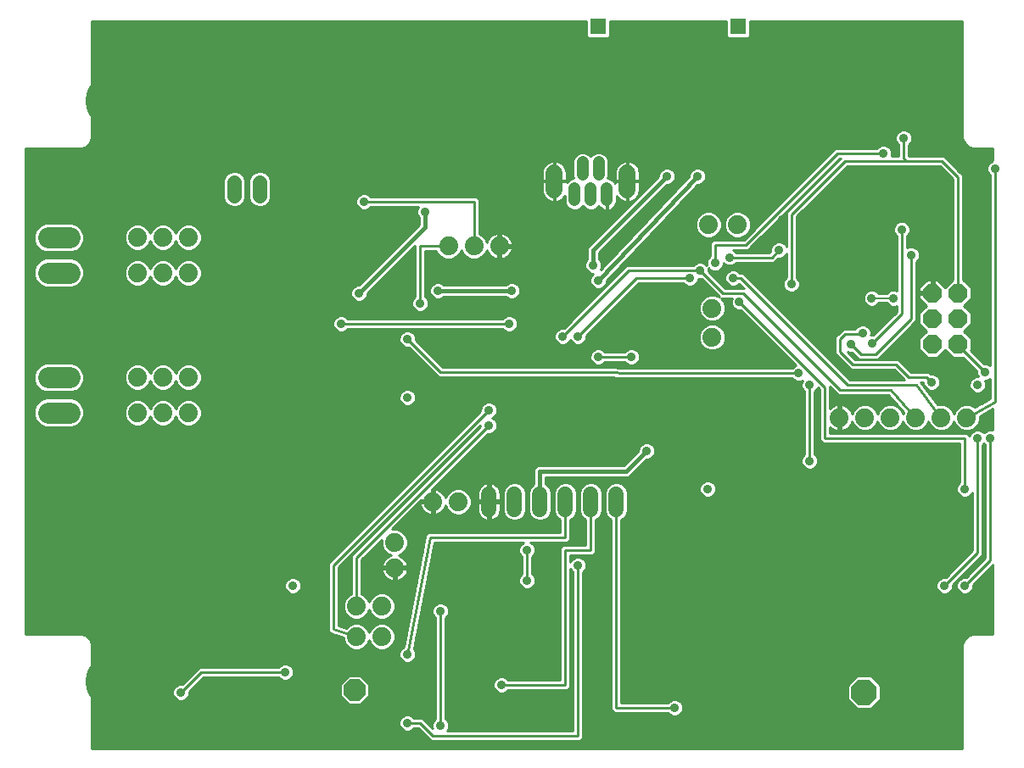
<source format=gbl>
G75*
%MOIN*%
%OFA0B0*%
%FSLAX25Y25*%
%IPPOS*%
%LPD*%
%AMOC8*
5,1,8,0,0,1.08239X$1,22.5*
%
%ADD10OC8,0.07400*%
%ADD11C,0.07400*%
%ADD12C,0.08400*%
%ADD13C,0.05600*%
%ADD14C,0.06000*%
%ADD15OC8,0.10000*%
%ADD16OC8,0.08500*%
%ADD17C,0.04756*%
%ADD18C,0.06600*%
%ADD19C,0.22000*%
%ADD20C,0.03569*%
%ADD21C,0.01000*%
%ADD22C,0.00800*%
%ADD23C,0.01600*%
%ADD24R,0.06496X0.06496*%
D10*
X0391079Y0224531D03*
X0401079Y0224531D03*
X0401079Y0234531D03*
X0391079Y0234531D03*
X0391079Y0244531D03*
X0401079Y0244531D03*
D11*
X0314527Y0271531D03*
X0303127Y0271531D03*
X0304543Y0238649D03*
X0304543Y0227249D03*
X0354527Y0195631D03*
X0364527Y0195631D03*
X0374527Y0195631D03*
X0384527Y0195631D03*
X0394527Y0195631D03*
X0404527Y0195631D03*
X0220927Y0263131D03*
X0210927Y0263131D03*
X0200927Y0263131D03*
X0098827Y0266531D03*
X0088827Y0266531D03*
X0078827Y0266531D03*
X0078827Y0252531D03*
X0088827Y0252531D03*
X0098827Y0252531D03*
X0098827Y0211531D03*
X0088827Y0211531D03*
X0078827Y0211531D03*
X0078827Y0197531D03*
X0088827Y0197531D03*
X0098827Y0197531D03*
X0179827Y0146531D03*
X0179827Y0136531D03*
X0174827Y0121531D03*
X0164827Y0121531D03*
X0164827Y0109531D03*
X0174827Y0109531D03*
X0194827Y0162531D03*
X0204827Y0162531D03*
D12*
X0052027Y0197642D02*
X0043627Y0197642D01*
X0043627Y0211421D02*
X0052027Y0211421D01*
X0052027Y0252642D02*
X0043627Y0252642D01*
X0043627Y0266421D02*
X0052027Y0266421D01*
D13*
X0116827Y0282731D02*
X0116827Y0288331D01*
X0126827Y0288331D02*
X0126827Y0282731D01*
D14*
X0216827Y0165531D02*
X0216827Y0159531D01*
X0226827Y0159531D02*
X0226827Y0165531D01*
X0236827Y0165531D02*
X0236827Y0159531D01*
X0246827Y0159531D02*
X0246827Y0165531D01*
X0256827Y0165531D02*
X0256827Y0159531D01*
X0266827Y0159531D02*
X0266827Y0165531D01*
D15*
X0364227Y0087531D03*
D16*
X0164127Y0088531D03*
D17*
X0250528Y0281035D02*
X0250528Y0285791D01*
X0256827Y0285791D02*
X0256827Y0281035D01*
X0263126Y0281035D02*
X0263126Y0285791D01*
X0259976Y0291271D02*
X0259976Y0296027D01*
X0253677Y0296027D02*
X0253677Y0291271D01*
D18*
X0242457Y0291831D02*
X0242457Y0285231D01*
X0271197Y0285231D02*
X0271197Y0291831D01*
D19*
X0392316Y0320205D03*
X0069504Y0320134D03*
X0052504Y0131748D03*
X0069504Y0091748D03*
X0392316Y0091741D03*
D20*
X0373260Y0093579D03*
X0354760Y0093079D03*
X0354260Y0082579D03*
X0373260Y0083579D03*
X0374260Y0103579D03*
X0356260Y0112579D03*
X0365260Y0123579D03*
X0379260Y0124579D03*
X0395827Y0129531D03*
X0403827Y0129531D03*
X0347218Y0157044D03*
X0370218Y0164044D03*
X0342827Y0178531D03*
X0304260Y0188579D03*
X0278827Y0182531D03*
X0275020Y0197126D03*
X0242260Y0193579D03*
X0216827Y0192531D03*
X0216827Y0198531D03*
X0184827Y0203531D03*
X0177040Y0202573D03*
X0161740Y0184873D03*
X0149840Y0171273D03*
X0218260Y0144579D03*
X0231827Y0143531D03*
X0231827Y0131531D03*
X0251827Y0137531D03*
X0232260Y0107579D03*
X0221827Y0090531D03*
X0197827Y0074531D03*
X0184827Y0075531D03*
X0138260Y0089579D03*
X0136827Y0095531D03*
X0119360Y0102279D03*
X0093260Y0096579D03*
X0095827Y0087531D03*
X0112760Y0069479D03*
X0184827Y0102531D03*
X0197827Y0119531D03*
X0139827Y0129531D03*
X0289827Y0081531D03*
X0302827Y0167531D03*
X0342827Y0208531D03*
X0338557Y0213131D03*
X0358927Y0224531D03*
X0363627Y0228831D03*
X0367327Y0224731D03*
X0390827Y0209531D03*
X0408827Y0208531D03*
X0411827Y0213531D03*
X0413827Y0187531D03*
X0408827Y0187531D03*
X0403827Y0167531D03*
X0312444Y0223195D03*
X0315227Y0241131D03*
X0312827Y0250531D03*
X0311327Y0258631D03*
X0305627Y0256431D03*
X0299827Y0253531D03*
X0295827Y0250531D03*
X0259827Y0249531D03*
X0257827Y0255531D03*
X0239260Y0256579D03*
X0225827Y0245531D03*
X0242260Y0238579D03*
X0245827Y0227531D03*
X0251827Y0227531D03*
X0259827Y0219531D03*
X0272827Y0219531D03*
X0224827Y0232531D03*
X0196827Y0245531D03*
X0189827Y0240531D03*
X0184827Y0226531D03*
X0177640Y0225573D03*
X0158827Y0232531D03*
X0150085Y0228245D03*
X0165827Y0244531D03*
X0175640Y0248473D03*
X0150540Y0248273D03*
X0112920Y0229241D03*
X0096120Y0232641D03*
X0089540Y0278273D03*
X0156340Y0285173D03*
X0167827Y0280531D03*
X0191827Y0276531D03*
X0203160Y0288579D03*
X0222560Y0288279D03*
X0234260Y0280579D03*
X0280012Y0294714D03*
X0286827Y0290531D03*
X0298827Y0290531D03*
X0332218Y0273644D03*
X0348218Y0276844D03*
X0362218Y0280044D03*
X0379027Y0269631D03*
X0382827Y0259531D03*
X0375839Y0242563D03*
X0367236Y0242583D03*
X0344418Y0241544D03*
X0335627Y0248131D03*
X0330827Y0261531D03*
X0385783Y0286836D03*
X0371827Y0299531D03*
X0379827Y0305531D03*
X0415827Y0293531D03*
X0344820Y0327441D03*
X0322820Y0345441D03*
X0295920Y0329741D03*
X0309120Y0323941D03*
X0353420Y0349441D03*
X0367120Y0347941D03*
X0236420Y0345641D03*
X0217620Y0329941D03*
X0171720Y0330741D03*
X0144720Y0333741D03*
X0093220Y0332841D03*
X0092920Y0317841D03*
D21*
X0060827Y0106526D02*
X0060827Y0065531D01*
X0402827Y0065531D01*
X0402827Y0106526D01*
X0403588Y0108364D01*
X0404994Y0109770D01*
X0406832Y0110531D01*
X0414827Y0110531D01*
X0414827Y0137703D01*
X0414655Y0137531D01*
X0407111Y0129987D01*
X0407111Y0128878D01*
X0406611Y0127671D01*
X0405687Y0126747D01*
X0404480Y0126247D01*
X0403173Y0126247D01*
X0401966Y0126747D01*
X0401043Y0127671D01*
X0400543Y0128878D01*
X0400543Y0130185D01*
X0401043Y0131392D01*
X0401966Y0132316D01*
X0403173Y0132816D01*
X0404283Y0132816D01*
X0411827Y0140360D01*
X0411827Y0184887D01*
X0411327Y0185387D01*
X0410827Y0184887D01*
X0410827Y0141703D01*
X0409655Y0140531D01*
X0399111Y0129987D01*
X0399111Y0128878D01*
X0398611Y0127671D01*
X0397687Y0126747D01*
X0396480Y0126247D01*
X0395173Y0126247D01*
X0393966Y0126747D01*
X0393043Y0127671D01*
X0392543Y0128878D01*
X0392543Y0130185D01*
X0393043Y0131392D01*
X0393966Y0132316D01*
X0395173Y0132816D01*
X0396283Y0132816D01*
X0406827Y0143360D01*
X0406827Y0166192D01*
X0406611Y0165671D01*
X0405687Y0164747D01*
X0404480Y0164247D01*
X0403173Y0164247D01*
X0401966Y0164747D01*
X0401043Y0165671D01*
X0400543Y0166878D01*
X0400543Y0168185D01*
X0401043Y0169392D01*
X0401827Y0170176D01*
X0401827Y0185531D01*
X0347998Y0185531D01*
X0346827Y0186703D01*
X0346827Y0206703D01*
X0345976Y0207553D01*
X0345611Y0206671D01*
X0344827Y0205887D01*
X0344827Y0181176D01*
X0345611Y0180392D01*
X0346111Y0179185D01*
X0346111Y0177878D01*
X0345611Y0176671D01*
X0344687Y0175747D01*
X0343480Y0175247D01*
X0342173Y0175247D01*
X0340966Y0175747D01*
X0340043Y0176671D01*
X0339543Y0177878D01*
X0339543Y0179185D01*
X0340043Y0180392D01*
X0340827Y0181176D01*
X0340827Y0205887D01*
X0340043Y0206671D01*
X0339543Y0207878D01*
X0339543Y0209185D01*
X0339943Y0210150D01*
X0339210Y0209847D01*
X0337904Y0209847D01*
X0336697Y0210347D01*
X0335905Y0211139D01*
X0197824Y0211531D01*
X0196998Y0211531D01*
X0196996Y0211534D01*
X0196993Y0211534D01*
X0196410Y0212120D01*
X0185283Y0223247D01*
X0184173Y0223247D01*
X0182966Y0223747D01*
X0182043Y0224671D01*
X0181543Y0225878D01*
X0181543Y0227185D01*
X0182043Y0228392D01*
X0182966Y0229316D01*
X0184173Y0229816D01*
X0185480Y0229816D01*
X0186687Y0229316D01*
X0187611Y0228392D01*
X0188111Y0227185D01*
X0188111Y0226075D01*
X0198658Y0215529D01*
X0335920Y0215139D01*
X0336697Y0215916D01*
X0337345Y0216184D01*
X0315683Y0237847D01*
X0314573Y0237847D01*
X0313366Y0238347D01*
X0312443Y0239271D01*
X0311943Y0240478D01*
X0311943Y0241785D01*
X0312252Y0242531D01*
X0308015Y0242531D01*
X0308952Y0241594D01*
X0309743Y0239683D01*
X0309743Y0237614D01*
X0308952Y0235703D01*
X0307489Y0234240D01*
X0305578Y0233449D01*
X0303509Y0233449D01*
X0301598Y0234240D01*
X0300135Y0235703D01*
X0299343Y0237614D01*
X0299343Y0239683D01*
X0300135Y0241594D01*
X0301598Y0243057D01*
X0303509Y0243849D01*
X0305578Y0243849D01*
X0307461Y0243068D01*
X0300283Y0250247D01*
X0299173Y0250247D01*
X0299111Y0250273D01*
X0299111Y0249878D01*
X0298611Y0248671D01*
X0297687Y0247747D01*
X0296480Y0247247D01*
X0295173Y0247247D01*
X0293966Y0247747D01*
X0293182Y0248531D01*
X0275655Y0248531D01*
X0255111Y0227987D01*
X0255111Y0226878D01*
X0254611Y0225671D01*
X0253687Y0224747D01*
X0252480Y0224247D01*
X0251173Y0224247D01*
X0249966Y0224747D01*
X0249043Y0225671D01*
X0248827Y0226192D01*
X0248611Y0225671D01*
X0247687Y0224747D01*
X0246480Y0224247D01*
X0245173Y0224247D01*
X0243966Y0224747D01*
X0243043Y0225671D01*
X0242543Y0226878D01*
X0242543Y0228185D01*
X0243043Y0229392D01*
X0243966Y0230316D01*
X0245173Y0230816D01*
X0246283Y0230816D01*
X0269827Y0254360D01*
X0270998Y0255531D01*
X0297182Y0255531D01*
X0297966Y0256316D01*
X0299173Y0256816D01*
X0300480Y0256816D01*
X0301687Y0256316D01*
X0302426Y0255577D01*
X0302343Y0255778D01*
X0302343Y0257085D01*
X0302843Y0258292D01*
X0303664Y0259114D01*
X0303727Y0263546D01*
X0303727Y0264360D01*
X0303738Y0264371D01*
X0303739Y0264388D01*
X0304323Y0264956D01*
X0304898Y0265531D01*
X0304915Y0265531D01*
X0304927Y0265543D01*
X0305741Y0265531D01*
X0316998Y0265531D01*
X0351827Y0300360D01*
X0352998Y0301531D01*
X0369182Y0301531D01*
X0369966Y0302316D01*
X0371173Y0302816D01*
X0372480Y0302816D01*
X0373687Y0302316D01*
X0374611Y0301392D01*
X0375111Y0300185D01*
X0375111Y0298878D01*
X0374967Y0298531D01*
X0377827Y0298531D01*
X0377827Y0302887D01*
X0377043Y0303671D01*
X0376543Y0304878D01*
X0376543Y0306185D01*
X0377043Y0307392D01*
X0377966Y0308316D01*
X0379173Y0308816D01*
X0380480Y0308816D01*
X0381687Y0308316D01*
X0382611Y0307392D01*
X0383111Y0306185D01*
X0383111Y0304878D01*
X0382611Y0303671D01*
X0381827Y0302887D01*
X0381827Y0298531D01*
X0395655Y0298531D01*
X0396827Y0297360D01*
X0401907Y0292279D01*
X0403079Y0291108D01*
X0403079Y0249731D01*
X0403233Y0249731D01*
X0406279Y0246685D01*
X0406279Y0242377D01*
X0403433Y0239531D01*
X0406279Y0236685D01*
X0406279Y0232377D01*
X0403433Y0229531D01*
X0406279Y0226685D01*
X0406279Y0222377D01*
X0406044Y0222143D01*
X0411371Y0216816D01*
X0412480Y0216816D01*
X0413687Y0216316D01*
X0413827Y0216176D01*
X0413827Y0290887D01*
X0413043Y0291671D01*
X0412543Y0292878D01*
X0412543Y0294185D01*
X0413043Y0295392D01*
X0413966Y0296316D01*
X0414827Y0296672D01*
X0414827Y0301531D01*
X0406832Y0301531D01*
X0404994Y0302293D01*
X0403588Y0303699D01*
X0402827Y0305537D01*
X0402827Y0351531D01*
X0319575Y0351531D01*
X0319575Y0345662D01*
X0318696Y0344783D01*
X0310957Y0344783D01*
X0310079Y0345662D01*
X0310079Y0351531D01*
X0264575Y0351531D01*
X0264575Y0345662D01*
X0263696Y0344783D01*
X0255957Y0344783D01*
X0255079Y0345662D01*
X0255079Y0351531D01*
X0060827Y0351531D01*
X0060827Y0305537D01*
X0060066Y0303699D01*
X0058659Y0302293D01*
X0056821Y0301531D01*
X0034827Y0301531D01*
X0034827Y0110531D01*
X0056821Y0110531D01*
X0058659Y0109770D01*
X0060066Y0108364D01*
X0060827Y0106526D01*
X0060827Y0106445D02*
X0160559Y0106445D01*
X0160418Y0106586D02*
X0161881Y0105123D01*
X0163792Y0104331D01*
X0165861Y0104331D01*
X0167772Y0105123D01*
X0169235Y0106586D01*
X0169827Y0108014D01*
X0170418Y0106586D01*
X0171881Y0105123D01*
X0173792Y0104331D01*
X0175861Y0104331D01*
X0177772Y0105123D01*
X0179235Y0106586D01*
X0180027Y0108497D01*
X0180027Y0110566D01*
X0179235Y0112477D01*
X0177772Y0113940D01*
X0175861Y0114731D01*
X0173792Y0114731D01*
X0171881Y0113940D01*
X0170418Y0112477D01*
X0169827Y0111048D01*
X0169235Y0112477D01*
X0167772Y0113940D01*
X0165861Y0114731D01*
X0163792Y0114731D01*
X0161881Y0113940D01*
X0160892Y0112951D01*
X0157827Y0113973D01*
X0157827Y0136703D01*
X0213543Y0192419D01*
X0213543Y0192075D01*
X0162827Y0141360D01*
X0162827Y0126331D01*
X0161881Y0125940D01*
X0160418Y0124477D01*
X0159627Y0122566D01*
X0159627Y0120497D01*
X0160418Y0118586D01*
X0161881Y0117123D01*
X0163792Y0116331D01*
X0165861Y0116331D01*
X0167772Y0117123D01*
X0169235Y0118586D01*
X0169827Y0120014D01*
X0170418Y0118586D01*
X0171881Y0117123D01*
X0173792Y0116331D01*
X0175861Y0116331D01*
X0177772Y0117123D01*
X0179235Y0118586D01*
X0180027Y0120497D01*
X0180027Y0122566D01*
X0179235Y0124477D01*
X0177772Y0125940D01*
X0175861Y0126731D01*
X0173792Y0126731D01*
X0171881Y0125940D01*
X0170418Y0124477D01*
X0169827Y0123048D01*
X0169235Y0124477D01*
X0167772Y0125940D01*
X0166827Y0126331D01*
X0166827Y0139703D01*
X0174627Y0147503D01*
X0174627Y0145497D01*
X0175418Y0143586D01*
X0176881Y0142123D01*
X0178344Y0141517D01*
X0177831Y0141350D01*
X0177101Y0140979D01*
X0176439Y0140498D01*
X0175860Y0139919D01*
X0175379Y0139257D01*
X0175008Y0138527D01*
X0174755Y0137749D01*
X0174641Y0137031D01*
X0179327Y0137031D01*
X0179327Y0136031D01*
X0180327Y0136031D01*
X0180327Y0131346D01*
X0181044Y0131459D01*
X0181823Y0131712D01*
X0182552Y0132084D01*
X0183214Y0132565D01*
X0183793Y0133144D01*
X0184274Y0133806D01*
X0184646Y0134535D01*
X0184899Y0135314D01*
X0185012Y0136031D01*
X0180327Y0136031D01*
X0180327Y0137031D01*
X0185012Y0137031D01*
X0184899Y0137749D01*
X0184646Y0138527D01*
X0184274Y0139257D01*
X0183793Y0139919D01*
X0183214Y0140498D01*
X0182552Y0140979D01*
X0181823Y0141350D01*
X0181310Y0141517D01*
X0182772Y0142123D01*
X0184235Y0143586D01*
X0185027Y0145497D01*
X0185027Y0147566D01*
X0184235Y0149477D01*
X0182772Y0150940D01*
X0180861Y0151731D01*
X0178855Y0151731D01*
X0190155Y0163031D01*
X0194327Y0163031D01*
X0194327Y0162031D01*
X0195327Y0162031D01*
X0195327Y0157346D01*
X0196044Y0157459D01*
X0196823Y0157712D01*
X0197552Y0158084D01*
X0198214Y0158565D01*
X0198793Y0159144D01*
X0199274Y0159806D01*
X0199646Y0160535D01*
X0199813Y0161048D01*
X0200418Y0159586D01*
X0201881Y0158123D01*
X0203792Y0157331D01*
X0205861Y0157331D01*
X0207772Y0158123D01*
X0209235Y0159586D01*
X0210027Y0161497D01*
X0210027Y0163566D01*
X0209235Y0165477D01*
X0207772Y0166940D01*
X0205861Y0167731D01*
X0203792Y0167731D01*
X0201881Y0166940D01*
X0200418Y0165477D01*
X0199813Y0164014D01*
X0199646Y0164527D01*
X0199274Y0165257D01*
X0198793Y0165919D01*
X0198214Y0166498D01*
X0197552Y0166979D01*
X0196823Y0167350D01*
X0196044Y0167603D01*
X0195327Y0167717D01*
X0195327Y0163031D01*
X0194327Y0163031D01*
X0194327Y0167203D01*
X0216371Y0189247D01*
X0217480Y0189247D01*
X0218687Y0189747D01*
X0219611Y0190671D01*
X0220111Y0191878D01*
X0220111Y0193185D01*
X0219611Y0194392D01*
X0218687Y0195316D01*
X0218166Y0195531D01*
X0218687Y0195747D01*
X0219611Y0196671D01*
X0220111Y0197878D01*
X0220111Y0199185D01*
X0219611Y0200392D01*
X0218687Y0201316D01*
X0217480Y0201816D01*
X0216173Y0201816D01*
X0214966Y0201316D01*
X0214043Y0200392D01*
X0213543Y0199185D01*
X0213543Y0198075D01*
X0153827Y0138360D01*
X0153827Y0112856D01*
X0153667Y0112378D01*
X0153827Y0112059D01*
X0153827Y0111703D01*
X0154183Y0111347D01*
X0154408Y0110896D01*
X0154746Y0110783D01*
X0154998Y0110531D01*
X0155502Y0110531D01*
X0159627Y0109156D01*
X0159627Y0108497D01*
X0160418Y0106586D01*
X0160063Y0107443D02*
X0060447Y0107443D01*
X0059987Y0108442D02*
X0159650Y0108442D01*
X0158775Y0109441D02*
X0058989Y0109441D01*
X0057044Y0110439D02*
X0155779Y0110439D01*
X0154092Y0111438D02*
X0034827Y0111438D01*
X0034827Y0112436D02*
X0153687Y0112436D01*
X0153827Y0113435D02*
X0034827Y0113435D01*
X0034827Y0114433D02*
X0153827Y0114433D01*
X0153827Y0115432D02*
X0034827Y0115432D01*
X0034827Y0116430D02*
X0153827Y0116430D01*
X0153827Y0117429D02*
X0034827Y0117429D01*
X0034827Y0118427D02*
X0153827Y0118427D01*
X0153827Y0119426D02*
X0034827Y0119426D01*
X0034827Y0120424D02*
X0153827Y0120424D01*
X0153827Y0121423D02*
X0034827Y0121423D01*
X0034827Y0122421D02*
X0153827Y0122421D01*
X0153827Y0123420D02*
X0034827Y0123420D01*
X0034827Y0124418D02*
X0153827Y0124418D01*
X0153827Y0125417D02*
X0034827Y0125417D01*
X0034827Y0126415D02*
X0138768Y0126415D01*
X0139173Y0126247D02*
X0140480Y0126247D01*
X0141687Y0126747D01*
X0142611Y0127671D01*
X0143111Y0128878D01*
X0143111Y0130185D01*
X0142611Y0131392D01*
X0141687Y0132316D01*
X0140480Y0132816D01*
X0139173Y0132816D01*
X0137966Y0132316D01*
X0137043Y0131392D01*
X0136543Y0130185D01*
X0136543Y0128878D01*
X0137043Y0127671D01*
X0137966Y0126747D01*
X0139173Y0126247D01*
X0140886Y0126415D02*
X0153827Y0126415D01*
X0153827Y0127414D02*
X0142354Y0127414D01*
X0142918Y0128412D02*
X0153827Y0128412D01*
X0153827Y0129411D02*
X0143111Y0129411D01*
X0143018Y0130409D02*
X0153827Y0130409D01*
X0153827Y0131408D02*
X0142595Y0131408D01*
X0141468Y0132406D02*
X0153827Y0132406D01*
X0153827Y0133405D02*
X0034827Y0133405D01*
X0034827Y0134403D02*
X0153827Y0134403D01*
X0153827Y0135402D02*
X0034827Y0135402D01*
X0034827Y0136400D02*
X0153827Y0136400D01*
X0153827Y0137399D02*
X0034827Y0137399D01*
X0034827Y0138397D02*
X0153864Y0138397D01*
X0154863Y0139396D02*
X0034827Y0139396D01*
X0034827Y0140394D02*
X0155861Y0140394D01*
X0156860Y0141393D02*
X0034827Y0141393D01*
X0034827Y0142391D02*
X0157858Y0142391D01*
X0158857Y0143390D02*
X0034827Y0143390D01*
X0034827Y0144388D02*
X0159855Y0144388D01*
X0160854Y0145387D02*
X0034827Y0145387D01*
X0034827Y0146385D02*
X0161852Y0146385D01*
X0162851Y0147384D02*
X0034827Y0147384D01*
X0034827Y0148382D02*
X0163849Y0148382D01*
X0164848Y0149381D02*
X0034827Y0149381D01*
X0034827Y0150379D02*
X0165847Y0150379D01*
X0166845Y0151378D02*
X0034827Y0151378D01*
X0034827Y0152377D02*
X0167844Y0152377D01*
X0168842Y0153375D02*
X0034827Y0153375D01*
X0034827Y0154374D02*
X0169841Y0154374D01*
X0170839Y0155372D02*
X0034827Y0155372D01*
X0034827Y0156371D02*
X0171838Y0156371D01*
X0172836Y0157369D02*
X0034827Y0157369D01*
X0034827Y0158368D02*
X0173835Y0158368D01*
X0174833Y0159366D02*
X0034827Y0159366D01*
X0034827Y0160365D02*
X0175832Y0160365D01*
X0176830Y0161363D02*
X0034827Y0161363D01*
X0034827Y0162362D02*
X0177829Y0162362D01*
X0178827Y0163360D02*
X0034827Y0163360D01*
X0034827Y0164359D02*
X0179826Y0164359D01*
X0180824Y0165357D02*
X0034827Y0165357D01*
X0034827Y0166356D02*
X0181823Y0166356D01*
X0182821Y0167354D02*
X0034827Y0167354D01*
X0034827Y0168353D02*
X0183820Y0168353D01*
X0184818Y0169351D02*
X0034827Y0169351D01*
X0034827Y0170350D02*
X0185817Y0170350D01*
X0186815Y0171348D02*
X0034827Y0171348D01*
X0034827Y0172347D02*
X0187814Y0172347D01*
X0188812Y0173345D02*
X0034827Y0173345D01*
X0034827Y0174344D02*
X0189811Y0174344D01*
X0190809Y0175342D02*
X0034827Y0175342D01*
X0034827Y0176341D02*
X0191808Y0176341D01*
X0192806Y0177339D02*
X0034827Y0177339D01*
X0034827Y0178338D02*
X0193805Y0178338D01*
X0194803Y0179336D02*
X0034827Y0179336D01*
X0034827Y0180335D02*
X0195802Y0180335D01*
X0196800Y0181333D02*
X0034827Y0181333D01*
X0034827Y0182332D02*
X0197799Y0182332D01*
X0198797Y0183330D02*
X0034827Y0183330D01*
X0034827Y0184329D02*
X0199796Y0184329D01*
X0200794Y0185327D02*
X0034827Y0185327D01*
X0034827Y0186326D02*
X0201793Y0186326D01*
X0202791Y0187324D02*
X0034827Y0187324D01*
X0034827Y0188323D02*
X0203790Y0188323D01*
X0204788Y0189321D02*
X0034827Y0189321D01*
X0034827Y0190320D02*
X0205787Y0190320D01*
X0206785Y0191318D02*
X0034827Y0191318D01*
X0034827Y0192317D02*
X0041587Y0192317D01*
X0042493Y0191942D02*
X0040398Y0192809D01*
X0038795Y0194413D01*
X0037927Y0196508D01*
X0037927Y0198775D01*
X0038795Y0200870D01*
X0040398Y0202474D01*
X0042493Y0203342D01*
X0053161Y0203342D01*
X0055256Y0202474D01*
X0056859Y0200870D01*
X0057727Y0198775D01*
X0057727Y0196508D01*
X0056859Y0194413D01*
X0055256Y0192809D01*
X0053161Y0191942D01*
X0042493Y0191942D01*
X0039892Y0193315D02*
X0034827Y0193315D01*
X0034827Y0194314D02*
X0038893Y0194314D01*
X0038422Y0195312D02*
X0034827Y0195312D01*
X0034827Y0196311D02*
X0038008Y0196311D01*
X0037927Y0197310D02*
X0034827Y0197310D01*
X0034827Y0198308D02*
X0037927Y0198308D01*
X0038147Y0199307D02*
X0034827Y0199307D01*
X0034827Y0200305D02*
X0038560Y0200305D01*
X0039228Y0201304D02*
X0034827Y0201304D01*
X0034827Y0202302D02*
X0040226Y0202302D01*
X0042394Y0203301D02*
X0034827Y0203301D01*
X0034827Y0204299D02*
X0181590Y0204299D01*
X0181543Y0204185D02*
X0181543Y0202878D01*
X0182043Y0201671D01*
X0182966Y0200747D01*
X0184173Y0200247D01*
X0185480Y0200247D01*
X0186687Y0200747D01*
X0187611Y0201671D01*
X0188111Y0202878D01*
X0188111Y0204185D01*
X0187611Y0205392D01*
X0186687Y0206316D01*
X0185480Y0206816D01*
X0184173Y0206816D01*
X0182966Y0206316D01*
X0182043Y0205392D01*
X0181543Y0204185D01*
X0181543Y0203301D02*
X0053259Y0203301D01*
X0055427Y0202302D02*
X0076756Y0202302D01*
X0075881Y0201940D02*
X0074418Y0200477D01*
X0073627Y0198566D01*
X0073627Y0196497D01*
X0074418Y0194586D01*
X0075881Y0193123D01*
X0077792Y0192331D01*
X0079861Y0192331D01*
X0081772Y0193123D01*
X0083235Y0194586D01*
X0083827Y0196014D01*
X0084418Y0194586D01*
X0085881Y0193123D01*
X0087792Y0192331D01*
X0089861Y0192331D01*
X0091772Y0193123D01*
X0093235Y0194586D01*
X0093827Y0196014D01*
X0094418Y0194586D01*
X0095881Y0193123D01*
X0097792Y0192331D01*
X0099861Y0192331D01*
X0101772Y0193123D01*
X0103235Y0194586D01*
X0104027Y0196497D01*
X0104027Y0198566D01*
X0103235Y0200477D01*
X0101772Y0201940D01*
X0099861Y0202731D01*
X0097792Y0202731D01*
X0095881Y0201940D01*
X0094418Y0200477D01*
X0093827Y0199048D01*
X0093235Y0200477D01*
X0091772Y0201940D01*
X0089861Y0202731D01*
X0087792Y0202731D01*
X0085881Y0201940D01*
X0084418Y0200477D01*
X0083827Y0199048D01*
X0083235Y0200477D01*
X0081772Y0201940D01*
X0079861Y0202731D01*
X0077792Y0202731D01*
X0075881Y0201940D01*
X0075245Y0201304D02*
X0056426Y0201304D01*
X0057093Y0200305D02*
X0074347Y0200305D01*
X0073934Y0199307D02*
X0057507Y0199307D01*
X0057727Y0198308D02*
X0073627Y0198308D01*
X0073627Y0197310D02*
X0057727Y0197310D01*
X0057645Y0196311D02*
X0073704Y0196311D01*
X0074117Y0195312D02*
X0057232Y0195312D01*
X0056760Y0194314D02*
X0074690Y0194314D01*
X0075689Y0193315D02*
X0055762Y0193315D01*
X0054067Y0192317D02*
X0207784Y0192317D01*
X0208782Y0193315D02*
X0101965Y0193315D01*
X0102963Y0194314D02*
X0209781Y0194314D01*
X0210780Y0195312D02*
X0103536Y0195312D01*
X0103950Y0196311D02*
X0211778Y0196311D01*
X0212777Y0197310D02*
X0104027Y0197310D01*
X0104027Y0198308D02*
X0213543Y0198308D01*
X0213593Y0199307D02*
X0103720Y0199307D01*
X0103306Y0200305D02*
X0184034Y0200305D01*
X0185620Y0200305D02*
X0214007Y0200305D01*
X0214954Y0201304D02*
X0187244Y0201304D01*
X0187872Y0202302D02*
X0340827Y0202302D01*
X0340827Y0201304D02*
X0218699Y0201304D01*
X0219647Y0200305D02*
X0340827Y0200305D01*
X0340827Y0199307D02*
X0220061Y0199307D01*
X0220111Y0198308D02*
X0340827Y0198308D01*
X0340827Y0197310D02*
X0219876Y0197310D01*
X0219251Y0196311D02*
X0340827Y0196311D01*
X0340827Y0195312D02*
X0218690Y0195312D01*
X0219643Y0194314D02*
X0340827Y0194314D01*
X0340827Y0193315D02*
X0220057Y0193315D01*
X0220111Y0192317D02*
X0340827Y0192317D01*
X0340827Y0191318D02*
X0219879Y0191318D01*
X0219260Y0190320D02*
X0340827Y0190320D01*
X0340827Y0189321D02*
X0217660Y0189321D01*
X0215447Y0188323D02*
X0340827Y0188323D01*
X0340827Y0187324D02*
X0214448Y0187324D01*
X0213450Y0186326D02*
X0340827Y0186326D01*
X0340827Y0185327D02*
X0280659Y0185327D01*
X0280687Y0185316D02*
X0279480Y0185816D01*
X0278173Y0185816D01*
X0276966Y0185316D01*
X0276043Y0184392D01*
X0275543Y0183185D01*
X0275543Y0182500D01*
X0269874Y0176831D01*
X0235874Y0176831D01*
X0234527Y0175484D01*
X0234527Y0169449D01*
X0234278Y0169346D01*
X0233012Y0168080D01*
X0232327Y0166426D01*
X0232327Y0158636D01*
X0233012Y0156982D01*
X0234278Y0155716D01*
X0235932Y0155031D01*
X0237722Y0155031D01*
X0239376Y0155716D01*
X0240642Y0156982D01*
X0241327Y0158636D01*
X0241327Y0166426D01*
X0240642Y0168080D01*
X0239376Y0169346D01*
X0239127Y0169449D01*
X0239127Y0172231D01*
X0271779Y0172231D01*
X0278795Y0179247D01*
X0279480Y0179247D01*
X0280687Y0179747D01*
X0281611Y0180671D01*
X0282111Y0181878D01*
X0282111Y0183185D01*
X0281611Y0184392D01*
X0280687Y0185316D01*
X0281637Y0184329D02*
X0340827Y0184329D01*
X0340827Y0183330D02*
X0282051Y0183330D01*
X0282111Y0182332D02*
X0340827Y0182332D01*
X0340827Y0181333D02*
X0281885Y0181333D01*
X0281275Y0180335D02*
X0340019Y0180335D01*
X0339605Y0179336D02*
X0279695Y0179336D01*
X0277886Y0178338D02*
X0339543Y0178338D01*
X0339766Y0177339D02*
X0276887Y0177339D01*
X0275889Y0176341D02*
X0340373Y0176341D01*
X0341944Y0175342D02*
X0274890Y0175342D01*
X0273892Y0174344D02*
X0401827Y0174344D01*
X0401827Y0175342D02*
X0343710Y0175342D01*
X0345281Y0176341D02*
X0401827Y0176341D01*
X0401827Y0177339D02*
X0345888Y0177339D01*
X0346111Y0178338D02*
X0401827Y0178338D01*
X0401827Y0179336D02*
X0346048Y0179336D01*
X0345635Y0180335D02*
X0401827Y0180335D01*
X0401827Y0181333D02*
X0344827Y0181333D01*
X0344827Y0182332D02*
X0401827Y0182332D01*
X0401827Y0183330D02*
X0344827Y0183330D01*
X0344827Y0184329D02*
X0401827Y0184329D01*
X0401827Y0185327D02*
X0344827Y0185327D01*
X0344827Y0186326D02*
X0347204Y0186326D01*
X0346827Y0187324D02*
X0344827Y0187324D01*
X0344827Y0188323D02*
X0346827Y0188323D01*
X0346827Y0189321D02*
X0344827Y0189321D01*
X0344827Y0190320D02*
X0346827Y0190320D01*
X0346827Y0191318D02*
X0344827Y0191318D01*
X0344827Y0192317D02*
X0346827Y0192317D01*
X0346827Y0193315D02*
X0344827Y0193315D01*
X0344827Y0194314D02*
X0346827Y0194314D01*
X0346827Y0195312D02*
X0344827Y0195312D01*
X0344827Y0196311D02*
X0346827Y0196311D01*
X0346827Y0197310D02*
X0344827Y0197310D01*
X0344827Y0198308D02*
X0346827Y0198308D01*
X0346827Y0199307D02*
X0344827Y0199307D01*
X0344827Y0200305D02*
X0346827Y0200305D01*
X0346827Y0201304D02*
X0344827Y0201304D01*
X0344827Y0202302D02*
X0346827Y0202302D01*
X0346827Y0203301D02*
X0344827Y0203301D01*
X0344827Y0204299D02*
X0346827Y0204299D01*
X0346827Y0205298D02*
X0344827Y0205298D01*
X0345236Y0206296D02*
X0346827Y0206296D01*
X0346235Y0207295D02*
X0345869Y0207295D01*
X0348827Y0207531D02*
X0315227Y0241131D01*
X0311943Y0241244D02*
X0309097Y0241244D01*
X0309510Y0240245D02*
X0312039Y0240245D01*
X0312466Y0239247D02*
X0309743Y0239247D01*
X0309743Y0238248D02*
X0313604Y0238248D01*
X0316280Y0237250D02*
X0309592Y0237250D01*
X0309179Y0236251D02*
X0317278Y0236251D01*
X0318277Y0235253D02*
X0308502Y0235253D01*
X0307503Y0234254D02*
X0319275Y0234254D01*
X0320274Y0233256D02*
X0260380Y0233256D01*
X0261378Y0234254D02*
X0301584Y0234254D01*
X0300585Y0235253D02*
X0262377Y0235253D01*
X0263375Y0236251D02*
X0299908Y0236251D01*
X0299494Y0237250D02*
X0264374Y0237250D01*
X0265372Y0238248D02*
X0299343Y0238248D01*
X0299343Y0239247D02*
X0266371Y0239247D01*
X0267369Y0240245D02*
X0299576Y0240245D01*
X0299990Y0241244D02*
X0268368Y0241244D01*
X0269366Y0242243D02*
X0300783Y0242243D01*
X0302042Y0243241D02*
X0270365Y0243241D01*
X0271363Y0244240D02*
X0306290Y0244240D01*
X0307045Y0243241D02*
X0307289Y0243241D01*
X0308303Y0242243D02*
X0312132Y0242243D01*
X0308827Y0244531D02*
X0299827Y0253531D01*
X0271827Y0253531D01*
X0245827Y0227531D01*
X0242796Y0226266D02*
X0188111Y0226266D01*
X0188078Y0227265D02*
X0242543Y0227265D01*
X0242575Y0228263D02*
X0187664Y0228263D01*
X0186741Y0229262D02*
X0224138Y0229262D01*
X0224173Y0229247D02*
X0225480Y0229247D01*
X0226687Y0229747D01*
X0227611Y0230671D01*
X0228111Y0231878D01*
X0228111Y0233185D01*
X0227611Y0234392D01*
X0226687Y0235316D01*
X0225480Y0235816D01*
X0224173Y0235816D01*
X0222966Y0235316D01*
X0222182Y0234531D01*
X0161471Y0234531D01*
X0160687Y0235316D01*
X0159480Y0235816D01*
X0158173Y0235816D01*
X0156966Y0235316D01*
X0156043Y0234392D01*
X0155543Y0233185D01*
X0155543Y0231878D01*
X0156043Y0230671D01*
X0156966Y0229747D01*
X0158173Y0229247D01*
X0159480Y0229247D01*
X0160687Y0229747D01*
X0161471Y0230531D01*
X0222182Y0230531D01*
X0222966Y0229747D01*
X0224173Y0229247D01*
X0225516Y0229262D02*
X0242989Y0229262D01*
X0243911Y0230260D02*
X0227200Y0230260D01*
X0227855Y0231259D02*
X0246726Y0231259D01*
X0247724Y0232257D02*
X0228111Y0232257D01*
X0228081Y0233256D02*
X0248723Y0233256D01*
X0249721Y0234254D02*
X0227668Y0234254D01*
X0226750Y0235253D02*
X0250720Y0235253D01*
X0251718Y0236251D02*
X0034827Y0236251D01*
X0034827Y0235253D02*
X0156904Y0235253D01*
X0155986Y0234254D02*
X0034827Y0234254D01*
X0034827Y0233256D02*
X0155572Y0233256D01*
X0155543Y0232257D02*
X0034827Y0232257D01*
X0034827Y0231259D02*
X0155799Y0231259D01*
X0156453Y0230260D02*
X0034827Y0230260D01*
X0034827Y0229262D02*
X0158138Y0229262D01*
X0159516Y0229262D02*
X0182913Y0229262D01*
X0181989Y0228263D02*
X0034827Y0228263D01*
X0034827Y0227265D02*
X0181576Y0227265D01*
X0181543Y0226266D02*
X0034827Y0226266D01*
X0034827Y0225268D02*
X0181795Y0225268D01*
X0182444Y0224269D02*
X0034827Y0224269D01*
X0034827Y0223271D02*
X0184116Y0223271D01*
X0186257Y0222272D02*
X0034827Y0222272D01*
X0034827Y0221274D02*
X0187256Y0221274D01*
X0188254Y0220275D02*
X0034827Y0220275D01*
X0034827Y0219277D02*
X0189253Y0219277D01*
X0190251Y0218278D02*
X0034827Y0218278D01*
X0034827Y0217280D02*
X0191250Y0217280D01*
X0192248Y0216281D02*
X0100948Y0216281D01*
X0101772Y0215940D02*
X0099861Y0216731D01*
X0097792Y0216731D01*
X0095881Y0215940D01*
X0094418Y0214477D01*
X0093827Y0213048D01*
X0093235Y0214477D01*
X0091772Y0215940D01*
X0089861Y0216731D01*
X0087792Y0216731D01*
X0085881Y0215940D01*
X0084418Y0214477D01*
X0083827Y0213048D01*
X0083235Y0214477D01*
X0081772Y0215940D01*
X0079861Y0216731D01*
X0077792Y0216731D01*
X0075881Y0215940D01*
X0074418Y0214477D01*
X0073627Y0212566D01*
X0073627Y0210497D01*
X0074418Y0208586D01*
X0075881Y0207123D01*
X0077792Y0206331D01*
X0079861Y0206331D01*
X0081772Y0207123D01*
X0083235Y0208586D01*
X0083827Y0210014D01*
X0084418Y0208586D01*
X0085881Y0207123D01*
X0087792Y0206331D01*
X0089861Y0206331D01*
X0091772Y0207123D01*
X0093235Y0208586D01*
X0093827Y0210014D01*
X0094418Y0208586D01*
X0095881Y0207123D01*
X0097792Y0206331D01*
X0099861Y0206331D01*
X0101772Y0207123D01*
X0103235Y0208586D01*
X0104027Y0210497D01*
X0104027Y0212566D01*
X0103235Y0214477D01*
X0101772Y0215940D01*
X0102429Y0215283D02*
X0193247Y0215283D01*
X0194245Y0214284D02*
X0103315Y0214284D01*
X0103729Y0213286D02*
X0195244Y0213286D01*
X0196242Y0212287D02*
X0104027Y0212287D01*
X0104027Y0211289D02*
X0283196Y0211289D01*
X0285293Y0215283D02*
X0336064Y0215283D01*
X0337248Y0216281D02*
X0273562Y0216281D01*
X0273480Y0216247D02*
X0274687Y0216747D01*
X0275611Y0217671D01*
X0276111Y0218878D01*
X0276111Y0220185D01*
X0275611Y0221392D01*
X0274687Y0222316D01*
X0273480Y0222816D01*
X0272173Y0222816D01*
X0270966Y0222316D01*
X0270182Y0221531D01*
X0262471Y0221531D01*
X0261687Y0222316D01*
X0260480Y0222816D01*
X0259173Y0222816D01*
X0257966Y0222316D01*
X0257043Y0221392D01*
X0256543Y0220185D01*
X0256543Y0218878D01*
X0257043Y0217671D01*
X0257966Y0216747D01*
X0259173Y0216247D01*
X0260480Y0216247D01*
X0261687Y0216747D01*
X0262471Y0217531D01*
X0270182Y0217531D01*
X0270966Y0216747D01*
X0272173Y0216247D01*
X0273480Y0216247D01*
X0272091Y0216281D02*
X0260562Y0216281D01*
X0259091Y0216281D02*
X0197905Y0216281D01*
X0196907Y0217280D02*
X0257434Y0217280D01*
X0256791Y0218278D02*
X0195908Y0218278D01*
X0194910Y0219277D02*
X0256543Y0219277D01*
X0256580Y0220275D02*
X0193911Y0220275D01*
X0192913Y0221274D02*
X0256994Y0221274D01*
X0257923Y0222272D02*
X0191914Y0222272D01*
X0190916Y0223271D02*
X0301167Y0223271D01*
X0301598Y0222840D02*
X0303509Y0222049D01*
X0305578Y0222049D01*
X0307489Y0222840D01*
X0308952Y0224303D01*
X0309743Y0226214D01*
X0309743Y0228283D01*
X0308952Y0230194D01*
X0307489Y0231657D01*
X0305578Y0232449D01*
X0303509Y0232449D01*
X0301598Y0231657D01*
X0300135Y0230194D01*
X0299343Y0228283D01*
X0299343Y0226214D01*
X0300135Y0224303D01*
X0301598Y0222840D01*
X0302969Y0222272D02*
X0274730Y0222272D01*
X0275660Y0221274D02*
X0332256Y0221274D01*
X0331257Y0222272D02*
X0306118Y0222272D01*
X0307919Y0223271D02*
X0330259Y0223271D01*
X0329260Y0224269D02*
X0308918Y0224269D01*
X0309351Y0225268D02*
X0328262Y0225268D01*
X0327263Y0226266D02*
X0309743Y0226266D01*
X0309743Y0227265D02*
X0326265Y0227265D01*
X0325266Y0228263D02*
X0309743Y0228263D01*
X0309338Y0229262D02*
X0324268Y0229262D01*
X0323269Y0230260D02*
X0308885Y0230260D01*
X0307887Y0231259D02*
X0322271Y0231259D01*
X0321272Y0232257D02*
X0306039Y0232257D01*
X0303047Y0232257D02*
X0259381Y0232257D01*
X0258383Y0231259D02*
X0301200Y0231259D01*
X0300201Y0230260D02*
X0257384Y0230260D01*
X0256386Y0229262D02*
X0299749Y0229262D01*
X0299343Y0228263D02*
X0255387Y0228263D01*
X0255111Y0227265D02*
X0299343Y0227265D01*
X0299343Y0226266D02*
X0254858Y0226266D01*
X0254208Y0225268D02*
X0299735Y0225268D01*
X0300169Y0224269D02*
X0252534Y0224269D01*
X0251120Y0224269D02*
X0246534Y0224269D01*
X0245120Y0224269D02*
X0189917Y0224269D01*
X0188919Y0225268D02*
X0243446Y0225268D01*
X0248208Y0225268D02*
X0249446Y0225268D01*
X0251827Y0227531D02*
X0274827Y0250531D01*
X0295827Y0250531D01*
X0298174Y0248234D02*
X0302296Y0248234D01*
X0301298Y0249232D02*
X0298843Y0249232D01*
X0299111Y0250231D02*
X0300299Y0250231D01*
X0303111Y0253075D02*
X0303111Y0254185D01*
X0303028Y0254386D01*
X0303766Y0253647D01*
X0304973Y0253147D01*
X0306280Y0253147D01*
X0307487Y0253647D01*
X0308411Y0254571D01*
X0308911Y0255778D01*
X0308911Y0256402D01*
X0309466Y0255847D01*
X0310673Y0255347D01*
X0311980Y0255347D01*
X0313187Y0255847D01*
X0313971Y0256631D01*
X0328755Y0256631D01*
X0330371Y0258247D01*
X0331480Y0258247D01*
X0332687Y0258747D01*
X0333611Y0259671D01*
X0333827Y0260192D01*
X0333827Y0250941D01*
X0333766Y0250916D01*
X0332843Y0249992D01*
X0332343Y0248785D01*
X0332343Y0247478D01*
X0332843Y0246271D01*
X0333766Y0245347D01*
X0334973Y0244847D01*
X0336280Y0244847D01*
X0337487Y0245347D01*
X0338411Y0246271D01*
X0338911Y0247478D01*
X0338911Y0248785D01*
X0338411Y0249992D01*
X0337827Y0250576D01*
X0337827Y0274703D01*
X0357655Y0294531D01*
X0393998Y0294531D01*
X0399079Y0289451D01*
X0399079Y0249731D01*
X0398925Y0249731D01*
X0396079Y0246885D01*
X0393233Y0249731D01*
X0391579Y0249731D01*
X0391579Y0245031D01*
X0390579Y0245031D01*
X0390579Y0244031D01*
X0385879Y0244031D01*
X0385879Y0242377D01*
X0388725Y0239531D01*
X0385879Y0236685D01*
X0385879Y0232377D01*
X0388725Y0229531D01*
X0385879Y0226685D01*
X0385879Y0222377D01*
X0388925Y0219331D01*
X0393233Y0219331D01*
X0396079Y0222177D01*
X0398925Y0219331D01*
X0403198Y0219331D01*
X0408543Y0213987D01*
X0408543Y0212878D01*
X0408983Y0211816D01*
X0408173Y0211816D01*
X0406966Y0211316D01*
X0406043Y0210392D01*
X0405543Y0209185D01*
X0405543Y0207878D01*
X0406043Y0206671D01*
X0406966Y0205747D01*
X0408173Y0205247D01*
X0409480Y0205247D01*
X0410687Y0205747D01*
X0411611Y0206671D01*
X0412111Y0207878D01*
X0412111Y0209185D01*
X0411671Y0210247D01*
X0412480Y0210247D01*
X0413687Y0210747D01*
X0413827Y0210887D01*
X0413827Y0203106D01*
X0407778Y0199734D01*
X0407472Y0200040D01*
X0405561Y0200831D01*
X0403492Y0200831D01*
X0401581Y0200040D01*
X0400118Y0198577D01*
X0399527Y0197148D01*
X0398935Y0198577D01*
X0397472Y0200040D01*
X0395561Y0200831D01*
X0393492Y0200831D01*
X0393162Y0200695D01*
X0386627Y0209210D01*
X0386627Y0209360D01*
X0386455Y0209531D01*
X0387543Y0209531D01*
X0387543Y0208878D01*
X0388043Y0207671D01*
X0388966Y0206747D01*
X0390173Y0206247D01*
X0391480Y0206247D01*
X0392687Y0206747D01*
X0393611Y0207671D01*
X0394111Y0208878D01*
X0394111Y0210185D01*
X0393611Y0211392D01*
X0392687Y0212316D01*
X0391480Y0212816D01*
X0390371Y0212816D01*
X0389655Y0213531D01*
X0382655Y0213531D01*
X0377655Y0218531D01*
X0360655Y0218531D01*
X0357703Y0221483D01*
X0358273Y0221247D01*
X0359383Y0221247D01*
X0362098Y0218531D01*
X0369655Y0218531D01*
X0384827Y0233703D01*
X0384827Y0256887D01*
X0385611Y0257671D01*
X0386111Y0258878D01*
X0386111Y0260185D01*
X0385611Y0261392D01*
X0384687Y0262316D01*
X0383480Y0262816D01*
X0382173Y0262816D01*
X0381027Y0262341D01*
X0381027Y0266987D01*
X0381811Y0267771D01*
X0382311Y0268978D01*
X0382311Y0270285D01*
X0381811Y0271492D01*
X0380887Y0272416D01*
X0379680Y0272916D01*
X0378373Y0272916D01*
X0377166Y0272416D01*
X0376243Y0271492D01*
X0375743Y0270285D01*
X0375743Y0268978D01*
X0376243Y0267771D01*
X0377027Y0266987D01*
X0377027Y0245625D01*
X0376492Y0245847D01*
X0375185Y0245847D01*
X0373978Y0245347D01*
X0373100Y0244469D01*
X0369987Y0244476D01*
X0369097Y0245367D01*
X0367889Y0245867D01*
X0366583Y0245867D01*
X0365376Y0245367D01*
X0364452Y0244443D01*
X0363952Y0243236D01*
X0363952Y0241929D01*
X0364452Y0240722D01*
X0365376Y0239798D01*
X0366583Y0239298D01*
X0367889Y0239298D01*
X0369097Y0239798D01*
X0369975Y0240676D01*
X0373088Y0240669D01*
X0373978Y0239779D01*
X0375185Y0239279D01*
X0376492Y0239279D01*
X0377027Y0239500D01*
X0377027Y0237260D01*
X0367783Y0228016D01*
X0366844Y0228016D01*
X0366911Y0228178D01*
X0366911Y0229485D01*
X0366411Y0230692D01*
X0365487Y0231616D01*
X0364280Y0232116D01*
X0362973Y0232116D01*
X0361766Y0231616D01*
X0360843Y0230692D01*
X0360776Y0230531D01*
X0355998Y0230531D01*
X0353998Y0228531D01*
X0352827Y0227360D01*
X0352827Y0220703D01*
X0357827Y0215703D01*
X0358998Y0214531D01*
X0375998Y0214531D01*
X0379827Y0210703D01*
X0379827Y0210703D01*
X0379998Y0210531D01*
X0358655Y0210531D01*
X0317827Y0251360D01*
X0316655Y0252531D01*
X0315471Y0252531D01*
X0314687Y0253316D01*
X0313480Y0253816D01*
X0312173Y0253816D01*
X0310966Y0253316D01*
X0310043Y0252392D01*
X0309543Y0251185D01*
X0309543Y0249878D01*
X0310043Y0248671D01*
X0310966Y0247747D01*
X0312173Y0247247D01*
X0313480Y0247247D01*
X0314687Y0247747D01*
X0315235Y0248295D01*
X0316998Y0246531D01*
X0309655Y0246531D01*
X0303111Y0253075D01*
X0303111Y0253226D02*
X0304783Y0253226D01*
X0303959Y0252228D02*
X0309975Y0252228D01*
X0309561Y0251229D02*
X0304957Y0251229D01*
X0305956Y0250231D02*
X0309543Y0250231D01*
X0309810Y0249232D02*
X0306954Y0249232D01*
X0307953Y0248234D02*
X0310480Y0248234D01*
X0308951Y0247235D02*
X0316295Y0247235D01*
X0315296Y0248234D02*
X0315174Y0248234D01*
X0315827Y0250531D02*
X0312827Y0250531D01*
X0315827Y0250531D02*
X0357827Y0208531D01*
X0384627Y0208531D01*
X0394527Y0195631D01*
X0398205Y0199307D02*
X0400848Y0199307D01*
X0400007Y0198308D02*
X0399046Y0198308D01*
X0399460Y0197310D02*
X0399593Y0197310D01*
X0399527Y0194114D02*
X0400118Y0192686D01*
X0401581Y0191223D01*
X0403492Y0190431D01*
X0405561Y0190431D01*
X0407472Y0191223D01*
X0408935Y0192686D01*
X0409727Y0194597D01*
X0409727Y0196241D01*
X0414827Y0199084D01*
X0414827Y0190672D01*
X0414480Y0190816D01*
X0413173Y0190816D01*
X0411966Y0190316D01*
X0411327Y0189676D01*
X0410687Y0190316D01*
X0409480Y0190816D01*
X0408173Y0190816D01*
X0406966Y0190316D01*
X0406043Y0189392D01*
X0405677Y0188509D01*
X0404655Y0189531D01*
X0350827Y0189531D01*
X0350827Y0191977D01*
X0351139Y0191665D01*
X0351801Y0191184D01*
X0352531Y0190812D01*
X0353309Y0190559D01*
X0354027Y0190446D01*
X0354027Y0195131D01*
X0355027Y0195131D01*
X0355027Y0190446D01*
X0355744Y0190559D01*
X0356523Y0190812D01*
X0357252Y0191184D01*
X0357914Y0191665D01*
X0358493Y0192244D01*
X0358974Y0192906D01*
X0359346Y0193635D01*
X0359513Y0194148D01*
X0360118Y0192686D01*
X0361581Y0191223D01*
X0363492Y0190431D01*
X0365561Y0190431D01*
X0367472Y0191223D01*
X0368935Y0192686D01*
X0369527Y0194114D01*
X0370118Y0192686D01*
X0371581Y0191223D01*
X0373492Y0190431D01*
X0375561Y0190431D01*
X0377472Y0191223D01*
X0378935Y0192686D01*
X0379527Y0194114D01*
X0380118Y0192686D01*
X0381581Y0191223D01*
X0383492Y0190431D01*
X0385561Y0190431D01*
X0387472Y0191223D01*
X0388935Y0192686D01*
X0389527Y0194114D01*
X0390118Y0192686D01*
X0391581Y0191223D01*
X0393492Y0190431D01*
X0395561Y0190431D01*
X0397472Y0191223D01*
X0398935Y0192686D01*
X0399527Y0194114D01*
X0399196Y0193315D02*
X0399858Y0193315D01*
X0400487Y0192317D02*
X0398566Y0192317D01*
X0397568Y0191318D02*
X0401486Y0191318D01*
X0404865Y0189321D02*
X0406013Y0189321D01*
X0406977Y0190320D02*
X0350827Y0190320D01*
X0350827Y0191318D02*
X0351616Y0191318D01*
X0354027Y0191318D02*
X0355027Y0191318D01*
X0355027Y0192317D02*
X0354027Y0192317D01*
X0354027Y0193315D02*
X0355027Y0193315D01*
X0355027Y0194314D02*
X0354027Y0194314D01*
X0354027Y0196131D02*
X0354027Y0200817D01*
X0353309Y0200703D01*
X0352531Y0200450D01*
X0351801Y0200079D01*
X0351139Y0199598D01*
X0350827Y0199285D01*
X0350827Y0207703D01*
X0353998Y0204531D01*
X0355655Y0204531D01*
X0373741Y0204531D01*
X0379815Y0197844D01*
X0379527Y0197148D01*
X0378935Y0198577D01*
X0377472Y0200040D01*
X0375561Y0200831D01*
X0373492Y0200831D01*
X0371581Y0200040D01*
X0370118Y0198577D01*
X0369527Y0197148D01*
X0368935Y0198577D01*
X0367472Y0200040D01*
X0365561Y0200831D01*
X0363492Y0200831D01*
X0361581Y0200040D01*
X0360118Y0198577D01*
X0359513Y0197114D01*
X0359346Y0197627D01*
X0358974Y0198357D01*
X0358493Y0199019D01*
X0357914Y0199598D01*
X0357252Y0200079D01*
X0356523Y0200450D01*
X0355744Y0200703D01*
X0355027Y0200817D01*
X0355027Y0196131D01*
X0354027Y0196131D01*
X0354027Y0196311D02*
X0355027Y0196311D01*
X0355027Y0197310D02*
X0354027Y0197310D01*
X0354027Y0198308D02*
X0355027Y0198308D01*
X0355027Y0199307D02*
X0354027Y0199307D01*
X0354027Y0200305D02*
X0355027Y0200305D01*
X0356808Y0200305D02*
X0362222Y0200305D01*
X0360848Y0199307D02*
X0358205Y0199307D01*
X0358999Y0198308D02*
X0360007Y0198308D01*
X0359593Y0197310D02*
X0359449Y0197310D01*
X0359183Y0193315D02*
X0359858Y0193315D01*
X0360487Y0192317D02*
X0358546Y0192317D01*
X0357437Y0191318D02*
X0361486Y0191318D01*
X0367568Y0191318D02*
X0371486Y0191318D01*
X0370487Y0192317D02*
X0368566Y0192317D01*
X0369196Y0193315D02*
X0369858Y0193315D01*
X0369593Y0197310D02*
X0369460Y0197310D01*
X0369046Y0198308D02*
X0370007Y0198308D01*
X0370848Y0199307D02*
X0368205Y0199307D01*
X0366832Y0200305D02*
X0372222Y0200305D01*
X0374859Y0203301D02*
X0350827Y0203301D01*
X0350827Y0204299D02*
X0373952Y0204299D01*
X0374627Y0206531D02*
X0354827Y0206531D01*
X0316827Y0244531D01*
X0308827Y0244531D01*
X0305292Y0245238D02*
X0272362Y0245238D01*
X0273360Y0246237D02*
X0304293Y0246237D01*
X0303295Y0247235D02*
X0274359Y0247235D01*
X0275357Y0248234D02*
X0293480Y0248234D01*
X0303094Y0254225D02*
X0303189Y0254225D01*
X0302343Y0256222D02*
X0301781Y0256222D01*
X0302399Y0257220D02*
X0270315Y0257220D01*
X0269365Y0256222D02*
X0297873Y0256222D01*
X0302812Y0258219D02*
X0271265Y0258219D01*
X0272215Y0259217D02*
X0303666Y0259217D01*
X0303680Y0260216D02*
X0273164Y0260216D01*
X0274114Y0261214D02*
X0303694Y0261214D01*
X0303708Y0262213D02*
X0275064Y0262213D01*
X0276014Y0263211D02*
X0303722Y0263211D01*
X0303727Y0264210D02*
X0276964Y0264210D01*
X0277913Y0265208D02*
X0304575Y0265208D01*
X0304161Y0266331D02*
X0302092Y0266331D01*
X0300181Y0267123D01*
X0298718Y0268586D01*
X0297927Y0270497D01*
X0297927Y0272566D01*
X0298718Y0274477D01*
X0300181Y0275940D01*
X0302092Y0276731D01*
X0304161Y0276731D01*
X0306072Y0275940D01*
X0307535Y0274477D01*
X0308327Y0272566D01*
X0308327Y0270497D01*
X0307535Y0268586D01*
X0306072Y0267123D01*
X0304161Y0266331D01*
X0306155Y0267205D02*
X0311499Y0267205D01*
X0311581Y0267123D02*
X0313492Y0266331D01*
X0315561Y0266331D01*
X0317472Y0267123D01*
X0318935Y0268586D01*
X0319727Y0270497D01*
X0319727Y0272566D01*
X0318935Y0274477D01*
X0317472Y0275940D01*
X0315561Y0276731D01*
X0313492Y0276731D01*
X0311581Y0275940D01*
X0310118Y0274477D01*
X0309327Y0272566D01*
X0309327Y0270497D01*
X0310118Y0268586D01*
X0311581Y0267123D01*
X0310500Y0268204D02*
X0307153Y0268204D01*
X0307791Y0269202D02*
X0309863Y0269202D01*
X0309449Y0270201D02*
X0308204Y0270201D01*
X0308327Y0271199D02*
X0309327Y0271199D01*
X0309327Y0272198D02*
X0308327Y0272198D01*
X0308066Y0273196D02*
X0309588Y0273196D01*
X0310002Y0274195D02*
X0307652Y0274195D01*
X0306819Y0275193D02*
X0310835Y0275193D01*
X0312190Y0276192D02*
X0305463Y0276192D01*
X0300790Y0276192D02*
X0288361Y0276192D01*
X0287411Y0275193D02*
X0299435Y0275193D01*
X0298602Y0274195D02*
X0286462Y0274195D01*
X0285512Y0273196D02*
X0298188Y0273196D01*
X0297927Y0272198D02*
X0284562Y0272198D01*
X0283612Y0271199D02*
X0297927Y0271199D01*
X0298049Y0270201D02*
X0282662Y0270201D01*
X0281713Y0269202D02*
X0298463Y0269202D01*
X0299100Y0268204D02*
X0280763Y0268204D01*
X0279813Y0267205D02*
X0300099Y0267205D01*
X0305727Y0263531D02*
X0305627Y0256431D01*
X0308681Y0255223D02*
X0333827Y0255223D01*
X0333827Y0254225D02*
X0308065Y0254225D01*
X0306471Y0253226D02*
X0310877Y0253226D01*
X0309092Y0256222D02*
X0308911Y0256222D01*
X0311327Y0258631D02*
X0327927Y0258631D01*
X0330827Y0261531D01*
X0333157Y0259217D02*
X0333827Y0259217D01*
X0333827Y0258219D02*
X0330343Y0258219D01*
X0329344Y0257220D02*
X0333827Y0257220D01*
X0333827Y0256222D02*
X0313562Y0256222D01*
X0314777Y0253226D02*
X0333827Y0253226D01*
X0333827Y0252228D02*
X0316959Y0252228D01*
X0317957Y0251229D02*
X0333827Y0251229D01*
X0333081Y0250231D02*
X0318956Y0250231D01*
X0319954Y0249232D02*
X0332528Y0249232D01*
X0332343Y0248234D02*
X0320953Y0248234D01*
X0321951Y0247235D02*
X0332443Y0247235D01*
X0332877Y0246237D02*
X0322950Y0246237D01*
X0323948Y0245238D02*
X0334030Y0245238D01*
X0337224Y0245238D02*
X0365247Y0245238D01*
X0364368Y0244240D02*
X0324947Y0244240D01*
X0325945Y0243241D02*
X0363954Y0243241D01*
X0363952Y0242243D02*
X0326944Y0242243D01*
X0327942Y0241244D02*
X0364236Y0241244D01*
X0364929Y0240245D02*
X0328941Y0240245D01*
X0329940Y0239247D02*
X0377027Y0239247D01*
X0377027Y0238248D02*
X0330938Y0238248D01*
X0331937Y0237250D02*
X0377017Y0237250D01*
X0376018Y0236251D02*
X0332935Y0236251D01*
X0333934Y0235253D02*
X0375020Y0235253D01*
X0374021Y0234254D02*
X0334932Y0234254D01*
X0335931Y0233256D02*
X0373023Y0233256D01*
X0372024Y0232257D02*
X0336929Y0232257D01*
X0337928Y0231259D02*
X0361410Y0231259D01*
X0363627Y0228831D02*
X0363327Y0228531D01*
X0356827Y0228531D01*
X0354827Y0226531D01*
X0354827Y0221531D01*
X0359827Y0216531D01*
X0376827Y0216531D01*
X0381827Y0211531D01*
X0388827Y0211531D01*
X0390827Y0209531D01*
X0393869Y0208293D02*
X0405543Y0208293D01*
X0405587Y0209292D02*
X0394111Y0209292D01*
X0394067Y0210290D02*
X0406000Y0210290D01*
X0406939Y0211289D02*
X0393654Y0211289D01*
X0392716Y0212287D02*
X0408787Y0212287D01*
X0408543Y0213286D02*
X0389901Y0213286D01*
X0387543Y0209292D02*
X0386627Y0209292D01*
X0387331Y0208293D02*
X0387785Y0208293D01*
X0388097Y0207295D02*
X0388419Y0207295D01*
X0388863Y0206296D02*
X0390055Y0206296D01*
X0389630Y0205298D02*
X0408051Y0205298D01*
X0409602Y0205298D02*
X0413827Y0205298D01*
X0413827Y0206296D02*
X0411236Y0206296D01*
X0411869Y0207295D02*
X0413827Y0207295D01*
X0413827Y0208293D02*
X0412111Y0208293D01*
X0412067Y0209292D02*
X0413827Y0209292D01*
X0413827Y0210290D02*
X0412584Y0210290D01*
X0411827Y0213531D02*
X0401079Y0224279D01*
X0401079Y0224531D01*
X0404701Y0228263D02*
X0413827Y0228263D01*
X0413827Y0227265D02*
X0405699Y0227265D01*
X0406279Y0226266D02*
X0413827Y0226266D01*
X0413827Y0225268D02*
X0406279Y0225268D01*
X0406279Y0224269D02*
X0413827Y0224269D01*
X0413827Y0223271D02*
X0406279Y0223271D01*
X0406174Y0222272D02*
X0413827Y0222272D01*
X0413827Y0221274D02*
X0406913Y0221274D01*
X0407911Y0220275D02*
X0413827Y0220275D01*
X0413827Y0219277D02*
X0408910Y0219277D01*
X0409908Y0218278D02*
X0413827Y0218278D01*
X0413827Y0217280D02*
X0410907Y0217280D01*
X0413721Y0216281D02*
X0413827Y0216281D01*
X0408245Y0214284D02*
X0381902Y0214284D01*
X0380904Y0215283D02*
X0407247Y0215283D01*
X0406248Y0216281D02*
X0379905Y0216281D01*
X0378907Y0217280D02*
X0405250Y0217280D01*
X0404251Y0218278D02*
X0377908Y0218278D01*
X0376245Y0214284D02*
X0354902Y0214284D01*
X0353904Y0215283D02*
X0358247Y0215283D01*
X0357248Y0216281D02*
X0352905Y0216281D01*
X0351907Y0217280D02*
X0356250Y0217280D01*
X0355251Y0218278D02*
X0350908Y0218278D01*
X0349910Y0219277D02*
X0354253Y0219277D01*
X0353254Y0220275D02*
X0348911Y0220275D01*
X0347913Y0221274D02*
X0352827Y0221274D01*
X0352827Y0222272D02*
X0346914Y0222272D01*
X0345916Y0223271D02*
X0352827Y0223271D01*
X0352827Y0224269D02*
X0344917Y0224269D01*
X0343919Y0225268D02*
X0352827Y0225268D01*
X0352827Y0226266D02*
X0342920Y0226266D01*
X0341922Y0227265D02*
X0352827Y0227265D01*
X0353730Y0228263D02*
X0340923Y0228263D01*
X0339925Y0229262D02*
X0354729Y0229262D01*
X0355727Y0230260D02*
X0338926Y0230260D01*
X0333254Y0220275D02*
X0276073Y0220275D01*
X0276111Y0219277D02*
X0334253Y0219277D01*
X0335251Y0218278D02*
X0275863Y0218278D01*
X0275220Y0217280D02*
X0336250Y0217280D01*
X0338557Y0213131D02*
X0197827Y0213531D01*
X0184827Y0226531D01*
X0189173Y0237247D02*
X0190480Y0237247D01*
X0191687Y0237747D01*
X0192611Y0238671D01*
X0193111Y0239878D01*
X0193111Y0241185D01*
X0192611Y0242392D01*
X0191827Y0243176D01*
X0191827Y0261031D01*
X0196168Y0261031D01*
X0196518Y0260186D01*
X0197981Y0258723D01*
X0199892Y0257931D01*
X0201961Y0257931D01*
X0203872Y0258723D01*
X0205335Y0260186D01*
X0205927Y0261614D01*
X0206518Y0260186D01*
X0207981Y0258723D01*
X0209892Y0257931D01*
X0211961Y0257931D01*
X0213872Y0258723D01*
X0215335Y0260186D01*
X0215941Y0261648D01*
X0216108Y0261135D01*
X0216479Y0260406D01*
X0216960Y0259744D01*
X0217539Y0259165D01*
X0218201Y0258684D01*
X0218931Y0258312D01*
X0219709Y0258059D01*
X0220427Y0257946D01*
X0220427Y0262631D01*
X0221427Y0262631D01*
X0221427Y0257946D01*
X0222144Y0258059D01*
X0222923Y0258312D01*
X0223652Y0258684D01*
X0224314Y0259165D01*
X0224893Y0259744D01*
X0225374Y0260406D01*
X0225746Y0261135D01*
X0225999Y0261914D01*
X0226112Y0262631D01*
X0221427Y0262631D01*
X0221427Y0263631D01*
X0226112Y0263631D01*
X0225999Y0264349D01*
X0225746Y0265127D01*
X0225374Y0265857D01*
X0224893Y0266519D01*
X0224314Y0267098D01*
X0223652Y0267579D01*
X0222923Y0267950D01*
X0222144Y0268203D01*
X0221427Y0268317D01*
X0221427Y0263631D01*
X0220427Y0263631D01*
X0220427Y0268317D01*
X0219709Y0268203D01*
X0218931Y0267950D01*
X0218201Y0267579D01*
X0217539Y0267098D01*
X0216960Y0266519D01*
X0216479Y0265857D01*
X0216108Y0265127D01*
X0215941Y0264614D01*
X0215335Y0266077D01*
X0213872Y0267540D01*
X0212927Y0267931D01*
X0212927Y0281360D01*
X0211755Y0282531D01*
X0210098Y0282531D01*
X0170471Y0282531D01*
X0169687Y0283316D01*
X0168480Y0283816D01*
X0167173Y0283816D01*
X0165966Y0283316D01*
X0165043Y0282392D01*
X0164543Y0281185D01*
X0164543Y0279878D01*
X0165043Y0278671D01*
X0165966Y0277747D01*
X0167173Y0277247D01*
X0168480Y0277247D01*
X0169687Y0277747D01*
X0170471Y0278531D01*
X0189182Y0278531D01*
X0189043Y0278392D01*
X0188543Y0277185D01*
X0188543Y0275878D01*
X0189043Y0274671D01*
X0189527Y0274187D01*
X0189527Y0271484D01*
X0165858Y0247816D01*
X0165173Y0247816D01*
X0163966Y0247316D01*
X0163043Y0246392D01*
X0162543Y0245185D01*
X0162543Y0243878D01*
X0163043Y0242671D01*
X0163966Y0241747D01*
X0165173Y0241247D01*
X0166480Y0241247D01*
X0167687Y0241747D01*
X0168611Y0242671D01*
X0169111Y0243878D01*
X0169111Y0244563D01*
X0187827Y0263279D01*
X0187827Y0243176D01*
X0187043Y0242392D01*
X0186543Y0241185D01*
X0186543Y0239878D01*
X0187043Y0238671D01*
X0187966Y0237747D01*
X0189173Y0237247D01*
X0189166Y0237250D02*
X0034827Y0237250D01*
X0034827Y0238248D02*
X0187465Y0238248D01*
X0186804Y0239247D02*
X0034827Y0239247D01*
X0034827Y0240245D02*
X0186543Y0240245D01*
X0186567Y0241244D02*
X0034827Y0241244D01*
X0034827Y0242243D02*
X0163471Y0242243D01*
X0162806Y0243241D02*
X0034827Y0243241D01*
X0034827Y0244240D02*
X0162543Y0244240D01*
X0162565Y0245238D02*
X0034827Y0245238D01*
X0034827Y0246237D02*
X0162978Y0246237D01*
X0163886Y0247235D02*
X0053869Y0247235D01*
X0053161Y0246942D02*
X0055256Y0247809D01*
X0056859Y0249413D01*
X0057727Y0251508D01*
X0057727Y0253775D01*
X0056859Y0255870D01*
X0055256Y0257474D01*
X0053161Y0258342D01*
X0042493Y0258342D01*
X0040398Y0257474D01*
X0038795Y0255870D01*
X0037927Y0253775D01*
X0037927Y0251508D01*
X0038795Y0249413D01*
X0040398Y0247809D01*
X0042493Y0246942D01*
X0053161Y0246942D01*
X0055680Y0248234D02*
X0075771Y0248234D01*
X0075881Y0248123D02*
X0077792Y0247331D01*
X0079861Y0247331D01*
X0081772Y0248123D01*
X0083235Y0249586D01*
X0083827Y0251014D01*
X0084418Y0249586D01*
X0085881Y0248123D01*
X0087792Y0247331D01*
X0089861Y0247331D01*
X0091772Y0248123D01*
X0093235Y0249586D01*
X0093827Y0251014D01*
X0094418Y0249586D01*
X0095881Y0248123D01*
X0097792Y0247331D01*
X0099861Y0247331D01*
X0101772Y0248123D01*
X0103235Y0249586D01*
X0104027Y0251497D01*
X0104027Y0253566D01*
X0103235Y0255477D01*
X0101772Y0256940D01*
X0099861Y0257731D01*
X0097792Y0257731D01*
X0095881Y0256940D01*
X0094418Y0255477D01*
X0093827Y0254048D01*
X0093235Y0255477D01*
X0091772Y0256940D01*
X0089861Y0257731D01*
X0087792Y0257731D01*
X0085881Y0256940D01*
X0084418Y0255477D01*
X0083827Y0254048D01*
X0083235Y0255477D01*
X0081772Y0256940D01*
X0079861Y0257731D01*
X0077792Y0257731D01*
X0075881Y0256940D01*
X0074418Y0255477D01*
X0073627Y0253566D01*
X0073627Y0251497D01*
X0074418Y0249586D01*
X0075881Y0248123D01*
X0074772Y0249232D02*
X0056678Y0249232D01*
X0057198Y0250231D02*
X0074151Y0250231D01*
X0073738Y0251229D02*
X0057611Y0251229D01*
X0057727Y0252228D02*
X0073627Y0252228D01*
X0073627Y0253226D02*
X0057727Y0253226D01*
X0057541Y0254225D02*
X0073900Y0254225D01*
X0074313Y0255223D02*
X0057127Y0255223D01*
X0056508Y0256222D02*
X0075163Y0256222D01*
X0076558Y0257220D02*
X0055509Y0257220D01*
X0053457Y0258219D02*
X0176261Y0258219D01*
X0175263Y0257220D02*
X0101095Y0257220D01*
X0102490Y0256222D02*
X0174264Y0256222D01*
X0173266Y0255223D02*
X0103340Y0255223D01*
X0103754Y0254225D02*
X0172267Y0254225D01*
X0171269Y0253226D02*
X0104027Y0253226D01*
X0104027Y0252228D02*
X0170270Y0252228D01*
X0169272Y0251229D02*
X0103916Y0251229D01*
X0103502Y0250231D02*
X0168273Y0250231D01*
X0167275Y0249232D02*
X0102881Y0249232D01*
X0101883Y0248234D02*
X0166276Y0248234D01*
X0169786Y0245238D02*
X0187827Y0245238D01*
X0187827Y0244240D02*
X0169111Y0244240D01*
X0168847Y0243241D02*
X0187827Y0243241D01*
X0186981Y0242243D02*
X0168183Y0242243D01*
X0170785Y0246237D02*
X0187827Y0246237D01*
X0187827Y0247235D02*
X0171783Y0247235D01*
X0172782Y0248234D02*
X0187827Y0248234D01*
X0187827Y0249232D02*
X0173780Y0249232D01*
X0174779Y0250231D02*
X0187827Y0250231D01*
X0187827Y0251229D02*
X0175777Y0251229D01*
X0176776Y0252228D02*
X0187827Y0252228D01*
X0187827Y0253226D02*
X0177774Y0253226D01*
X0178773Y0254225D02*
X0187827Y0254225D01*
X0187827Y0255223D02*
X0179771Y0255223D01*
X0180770Y0256222D02*
X0187827Y0256222D01*
X0187827Y0257220D02*
X0181768Y0257220D01*
X0182767Y0258219D02*
X0187827Y0258219D01*
X0187827Y0259217D02*
X0183765Y0259217D01*
X0184764Y0260216D02*
X0187827Y0260216D01*
X0187827Y0261214D02*
X0185762Y0261214D01*
X0186761Y0262213D02*
X0187827Y0262213D01*
X0187827Y0263211D02*
X0187759Y0263211D01*
X0189827Y0263031D02*
X0200927Y0263031D01*
X0200927Y0263131D01*
X0205761Y0261214D02*
X0206092Y0261214D01*
X0206506Y0260216D02*
X0205348Y0260216D01*
X0204367Y0259217D02*
X0207487Y0259217D01*
X0209199Y0258219D02*
X0202655Y0258219D01*
X0199199Y0258219D02*
X0191827Y0258219D01*
X0191827Y0259217D02*
X0197487Y0259217D01*
X0196506Y0260216D02*
X0191827Y0260216D01*
X0191827Y0257220D02*
X0254971Y0257220D01*
X0255043Y0257392D02*
X0254543Y0256185D01*
X0254543Y0254878D01*
X0255043Y0253671D01*
X0255966Y0252747D01*
X0257173Y0252247D01*
X0257898Y0252247D01*
X0257043Y0251392D01*
X0256543Y0250185D01*
X0256543Y0248878D01*
X0257043Y0247671D01*
X0257966Y0246747D01*
X0259173Y0246247D01*
X0260480Y0246247D01*
X0261687Y0246747D01*
X0262611Y0247671D01*
X0263111Y0248878D01*
X0263111Y0249647D01*
X0298877Y0287247D01*
X0299480Y0287247D01*
X0300687Y0287747D01*
X0301611Y0288671D01*
X0302111Y0289878D01*
X0302111Y0291185D01*
X0301611Y0292392D01*
X0300687Y0293316D01*
X0299480Y0293816D01*
X0298173Y0293816D01*
X0296966Y0293316D01*
X0296043Y0292392D01*
X0295543Y0291185D01*
X0295543Y0290416D01*
X0260627Y0253710D01*
X0261111Y0254878D01*
X0261111Y0256185D01*
X0260611Y0257392D01*
X0260127Y0257876D01*
X0260127Y0260579D01*
X0286795Y0287247D01*
X0287480Y0287247D01*
X0288687Y0287747D01*
X0289611Y0288671D01*
X0290111Y0289878D01*
X0290111Y0291185D01*
X0289611Y0292392D01*
X0288687Y0293316D01*
X0287480Y0293816D01*
X0286173Y0293816D01*
X0284966Y0293316D01*
X0284043Y0292392D01*
X0283543Y0291185D01*
X0283543Y0290500D01*
X0256874Y0263831D01*
X0255527Y0262484D01*
X0255527Y0257876D01*
X0255043Y0257392D01*
X0255527Y0258219D02*
X0222635Y0258219D01*
X0221427Y0258219D02*
X0220427Y0258219D01*
X0220427Y0259217D02*
X0221427Y0259217D01*
X0221427Y0260216D02*
X0220427Y0260216D01*
X0220427Y0261214D02*
X0221427Y0261214D01*
X0221427Y0262213D02*
X0220427Y0262213D01*
X0221427Y0263211D02*
X0256254Y0263211D01*
X0255527Y0262213D02*
X0226046Y0262213D01*
X0225771Y0261214D02*
X0255527Y0261214D01*
X0255527Y0260216D02*
X0225236Y0260216D01*
X0224367Y0259217D02*
X0255527Y0259217D01*
X0254558Y0256222D02*
X0191827Y0256222D01*
X0191827Y0255223D02*
X0254543Y0255223D01*
X0254813Y0254225D02*
X0191827Y0254225D01*
X0191827Y0253226D02*
X0255487Y0253226D01*
X0256975Y0251229D02*
X0191827Y0251229D01*
X0191827Y0250231D02*
X0256562Y0250231D01*
X0256543Y0249232D02*
X0191827Y0249232D01*
X0191827Y0248234D02*
X0194884Y0248234D01*
X0194966Y0248316D02*
X0194043Y0247392D01*
X0193543Y0246185D01*
X0193543Y0244878D01*
X0194043Y0243671D01*
X0194966Y0242747D01*
X0196173Y0242247D01*
X0197480Y0242247D01*
X0198687Y0242747D01*
X0199171Y0243231D01*
X0223482Y0243231D01*
X0223966Y0242747D01*
X0225173Y0242247D01*
X0226480Y0242247D01*
X0227687Y0242747D01*
X0228611Y0243671D01*
X0229111Y0244878D01*
X0229111Y0246185D01*
X0228611Y0247392D01*
X0227687Y0248316D01*
X0226480Y0248816D01*
X0225173Y0248816D01*
X0223966Y0248316D01*
X0223482Y0247831D01*
X0199171Y0247831D01*
X0198687Y0248316D01*
X0197480Y0248816D01*
X0196173Y0248816D01*
X0194966Y0248316D01*
X0193978Y0247235D02*
X0191827Y0247235D01*
X0191827Y0246237D02*
X0193564Y0246237D01*
X0193543Y0245238D02*
X0191827Y0245238D01*
X0191827Y0244240D02*
X0193807Y0244240D01*
X0194472Y0243241D02*
X0191827Y0243241D01*
X0192673Y0242243D02*
X0257710Y0242243D01*
X0258708Y0243241D02*
X0228181Y0243241D01*
X0228847Y0244240D02*
X0259707Y0244240D01*
X0260705Y0245238D02*
X0229111Y0245238D01*
X0229089Y0246237D02*
X0261704Y0246237D01*
X0262175Y0247235D02*
X0262702Y0247235D01*
X0262844Y0248234D02*
X0263701Y0248234D01*
X0263111Y0249232D02*
X0264699Y0249232D01*
X0265698Y0250231D02*
X0263666Y0250231D01*
X0264616Y0251229D02*
X0266696Y0251229D01*
X0267695Y0252228D02*
X0265566Y0252228D01*
X0266516Y0253226D02*
X0268693Y0253226D01*
X0269692Y0254225D02*
X0267465Y0254225D01*
X0268415Y0255223D02*
X0270690Y0255223D01*
X0265866Y0259217D02*
X0260127Y0259217D01*
X0260127Y0258219D02*
X0264916Y0258219D01*
X0263966Y0257220D02*
X0260682Y0257220D01*
X0261096Y0256222D02*
X0263016Y0256222D01*
X0262067Y0255223D02*
X0261111Y0255223D01*
X0261117Y0254225D02*
X0260840Y0254225D01*
X0257878Y0252228D02*
X0191827Y0252228D01*
X0198769Y0248234D02*
X0223884Y0248234D01*
X0227769Y0248234D02*
X0256809Y0248234D01*
X0257478Y0247235D02*
X0228676Y0247235D01*
X0222904Y0235253D02*
X0160750Y0235253D01*
X0158827Y0232531D02*
X0224827Y0232531D01*
X0222453Y0230260D02*
X0161200Y0230260D01*
X0190487Y0237250D02*
X0252717Y0237250D01*
X0253716Y0238248D02*
X0192189Y0238248D01*
X0192850Y0239247D02*
X0254714Y0239247D01*
X0255713Y0240245D02*
X0193111Y0240245D01*
X0193086Y0241244D02*
X0256711Y0241244D01*
X0260127Y0260216D02*
X0266816Y0260216D01*
X0267765Y0261214D02*
X0260762Y0261214D01*
X0261761Y0262213D02*
X0268715Y0262213D01*
X0269665Y0263211D02*
X0262759Y0263211D01*
X0263758Y0264210D02*
X0270615Y0264210D01*
X0271565Y0265208D02*
X0264756Y0265208D01*
X0265755Y0266207D02*
X0272514Y0266207D01*
X0273464Y0267205D02*
X0266753Y0267205D01*
X0267752Y0268204D02*
X0274414Y0268204D01*
X0275364Y0269202D02*
X0268750Y0269202D01*
X0269749Y0270201D02*
X0276314Y0270201D01*
X0277263Y0271199D02*
X0270747Y0271199D01*
X0271746Y0272198D02*
X0278213Y0272198D01*
X0279163Y0273196D02*
X0272745Y0273196D01*
X0273743Y0274195D02*
X0280113Y0274195D01*
X0281063Y0275193D02*
X0274742Y0275193D01*
X0275740Y0276192D02*
X0282013Y0276192D01*
X0282962Y0277190D02*
X0276739Y0277190D01*
X0277737Y0278189D02*
X0283912Y0278189D01*
X0284862Y0279187D02*
X0278736Y0279187D01*
X0279734Y0280186D02*
X0285812Y0280186D01*
X0286762Y0281184D02*
X0280733Y0281184D01*
X0281731Y0282183D02*
X0287711Y0282183D01*
X0288661Y0283181D02*
X0282730Y0283181D01*
X0283728Y0284180D02*
X0289611Y0284180D01*
X0290561Y0285179D02*
X0284727Y0285179D01*
X0285725Y0286177D02*
X0291511Y0286177D01*
X0292460Y0287176D02*
X0286724Y0287176D01*
X0289114Y0288174D02*
X0293410Y0288174D01*
X0294360Y0289173D02*
X0289819Y0289173D01*
X0290111Y0290171D02*
X0295310Y0290171D01*
X0295543Y0291170D02*
X0290111Y0291170D01*
X0289704Y0292168D02*
X0295950Y0292168D01*
X0296817Y0293167D02*
X0288836Y0293167D01*
X0284817Y0293167D02*
X0275810Y0293167D01*
X0275879Y0292955D02*
X0275645Y0293674D01*
X0275302Y0294347D01*
X0274858Y0294958D01*
X0274324Y0295493D01*
X0273713Y0295937D01*
X0273039Y0296280D01*
X0272321Y0296513D01*
X0271575Y0296631D01*
X0271386Y0296631D01*
X0271386Y0295066D01*
X0271203Y0295127D01*
X0271203Y0295127D01*
X0271008Y0295066D01*
X0271008Y0296631D01*
X0270819Y0296631D01*
X0270073Y0296513D01*
X0269354Y0296280D01*
X0268681Y0295937D01*
X0268070Y0295493D01*
X0267536Y0294958D01*
X0267092Y0294347D01*
X0266749Y0293674D01*
X0266515Y0292955D01*
X0266397Y0292209D01*
X0266397Y0288720D01*
X0268142Y0288720D01*
X0268142Y0288342D01*
X0266397Y0288342D01*
X0266397Y0287876D01*
X0266138Y0288263D01*
X0265598Y0288803D01*
X0264963Y0289228D01*
X0264257Y0289520D01*
X0263510Y0289669D01*
X0263854Y0290500D01*
X0263854Y0296799D01*
X0263264Y0298224D01*
X0262173Y0299315D01*
X0260748Y0299905D01*
X0259205Y0299905D01*
X0257780Y0299315D01*
X0256827Y0298362D01*
X0255874Y0299315D01*
X0254449Y0299905D01*
X0252906Y0299905D01*
X0251480Y0299315D01*
X0250390Y0298224D01*
X0249799Y0296799D01*
X0249799Y0290500D01*
X0250143Y0289669D01*
X0249756Y0289669D01*
X0248331Y0289079D01*
X0247257Y0288005D01*
X0247257Y0288342D01*
X0245507Y0288342D01*
X0245507Y0288720D01*
X0247257Y0288720D01*
X0247257Y0292209D01*
X0247138Y0292955D01*
X0246905Y0293674D01*
X0246562Y0294347D01*
X0246118Y0294958D01*
X0245584Y0295493D01*
X0244972Y0295937D01*
X0244299Y0296280D01*
X0243581Y0296513D01*
X0242834Y0296631D01*
X0242646Y0296631D01*
X0242646Y0294940D01*
X0242512Y0294985D01*
X0242512Y0294985D01*
X0242268Y0294908D01*
X0242268Y0296631D01*
X0242079Y0296631D01*
X0241333Y0296513D01*
X0240614Y0296280D01*
X0239941Y0295937D01*
X0239330Y0295493D01*
X0238795Y0294958D01*
X0238351Y0294347D01*
X0238008Y0293674D01*
X0237775Y0292955D01*
X0237657Y0292209D01*
X0237657Y0288720D01*
X0239451Y0288720D01*
X0239451Y0288342D01*
X0237657Y0288342D01*
X0237657Y0284854D01*
X0237775Y0284107D01*
X0238008Y0283389D01*
X0238351Y0282716D01*
X0238795Y0282104D01*
X0239330Y0281570D01*
X0239941Y0281126D01*
X0240614Y0280783D01*
X0241333Y0280550D01*
X0242079Y0280431D01*
X0242268Y0280431D01*
X0242268Y0281764D01*
X0242512Y0281685D01*
X0242512Y0281685D01*
X0242646Y0281728D01*
X0242646Y0280431D01*
X0242834Y0280431D01*
X0243581Y0280550D01*
X0244299Y0280783D01*
X0244972Y0281126D01*
X0245584Y0281570D01*
X0246118Y0282104D01*
X0246562Y0282716D01*
X0246650Y0282888D01*
X0246650Y0280264D01*
X0247240Y0278839D01*
X0248331Y0277748D01*
X0249756Y0277157D01*
X0251299Y0277157D01*
X0252724Y0277748D01*
X0253677Y0278701D01*
X0254630Y0277748D01*
X0256055Y0277157D01*
X0257598Y0277157D01*
X0259023Y0277748D01*
X0260004Y0278728D01*
X0260114Y0278563D01*
X0260654Y0278023D01*
X0261289Y0277599D01*
X0261995Y0277306D01*
X0262744Y0277157D01*
X0262937Y0277157D01*
X0262937Y0283224D01*
X0263315Y0283224D01*
X0263315Y0277157D01*
X0263508Y0277157D01*
X0264257Y0277306D01*
X0264963Y0277599D01*
X0265598Y0278023D01*
X0266138Y0278563D01*
X0266563Y0279198D01*
X0266855Y0279904D01*
X0267004Y0280653D01*
X0267004Y0282888D01*
X0267092Y0282716D01*
X0267536Y0282104D01*
X0268070Y0281570D01*
X0268681Y0281126D01*
X0269354Y0280783D01*
X0270073Y0280550D01*
X0270819Y0280431D01*
X0271008Y0280431D01*
X0271008Y0281891D01*
X0271203Y0281827D01*
X0271386Y0281887D01*
X0271386Y0280431D01*
X0271575Y0280431D01*
X0272321Y0280550D01*
X0273039Y0280783D01*
X0273713Y0281126D01*
X0274324Y0281570D01*
X0274858Y0282104D01*
X0275302Y0282716D01*
X0275645Y0283389D01*
X0275879Y0284107D01*
X0275997Y0284854D01*
X0275997Y0288342D01*
X0274198Y0288342D01*
X0274198Y0288720D01*
X0275997Y0288720D01*
X0275997Y0292209D01*
X0275879Y0292955D01*
X0275997Y0292168D02*
X0283950Y0292168D01*
X0283543Y0291170D02*
X0275997Y0291170D01*
X0275997Y0290171D02*
X0283214Y0290171D01*
X0282215Y0289173D02*
X0275997Y0289173D01*
X0275997Y0288174D02*
X0281217Y0288174D01*
X0280218Y0287176D02*
X0275997Y0287176D01*
X0275997Y0286177D02*
X0279220Y0286177D01*
X0278221Y0285179D02*
X0275997Y0285179D01*
X0275890Y0284180D02*
X0277223Y0284180D01*
X0276224Y0283181D02*
X0275540Y0283181D01*
X0275226Y0282183D02*
X0274915Y0282183D01*
X0274227Y0281184D02*
X0273793Y0281184D01*
X0273229Y0280186D02*
X0266911Y0280186D01*
X0267004Y0281184D02*
X0268601Y0281184D01*
X0267478Y0282183D02*
X0267004Y0282183D01*
X0266555Y0279187D02*
X0272230Y0279187D01*
X0271232Y0278189D02*
X0265764Y0278189D01*
X0263674Y0277190D02*
X0270233Y0277190D01*
X0269235Y0276192D02*
X0212927Y0276192D01*
X0212927Y0277190D02*
X0249676Y0277190D01*
X0251379Y0277190D02*
X0255975Y0277190D01*
X0257678Y0277190D02*
X0262578Y0277190D01*
X0262937Y0277190D02*
X0263315Y0277190D01*
X0263315Y0278189D02*
X0262937Y0278189D01*
X0262937Y0279187D02*
X0263315Y0279187D01*
X0263315Y0280186D02*
X0262937Y0280186D01*
X0262937Y0281184D02*
X0263315Y0281184D01*
X0263315Y0282183D02*
X0262937Y0282183D01*
X0262937Y0283181D02*
X0263315Y0283181D01*
X0260488Y0278189D02*
X0259465Y0278189D01*
X0254189Y0278189D02*
X0253165Y0278189D01*
X0247890Y0278189D02*
X0212927Y0278189D01*
X0212927Y0279187D02*
X0247095Y0279187D01*
X0246682Y0280186D02*
X0212927Y0280186D01*
X0212927Y0281184D02*
X0239860Y0281184D01*
X0238738Y0282183D02*
X0212104Y0282183D01*
X0210927Y0280531D02*
X0210927Y0263131D01*
X0215761Y0261214D02*
X0216082Y0261214D01*
X0216618Y0260216D02*
X0215348Y0260216D01*
X0214367Y0259217D02*
X0217487Y0259217D01*
X0219219Y0258219D02*
X0212655Y0258219D01*
X0215695Y0265208D02*
X0216149Y0265208D01*
X0216734Y0266207D02*
X0215205Y0266207D01*
X0214207Y0267205D02*
X0217687Y0267205D01*
X0219713Y0268204D02*
X0212927Y0268204D01*
X0212927Y0269202D02*
X0262245Y0269202D01*
X0261247Y0268204D02*
X0222141Y0268204D01*
X0221427Y0268204D02*
X0220427Y0268204D01*
X0220427Y0267205D02*
X0221427Y0267205D01*
X0221427Y0266207D02*
X0220427Y0266207D01*
X0220427Y0265208D02*
X0221427Y0265208D01*
X0221427Y0264210D02*
X0220427Y0264210D01*
X0224166Y0267205D02*
X0260248Y0267205D01*
X0259250Y0266207D02*
X0225120Y0266207D01*
X0225705Y0265208D02*
X0258251Y0265208D01*
X0257253Y0264210D02*
X0226021Y0264210D01*
X0212927Y0270201D02*
X0263244Y0270201D01*
X0264242Y0271199D02*
X0212927Y0271199D01*
X0212927Y0272198D02*
X0265241Y0272198D01*
X0266239Y0273196D02*
X0212927Y0273196D01*
X0212927Y0274195D02*
X0267238Y0274195D01*
X0268236Y0275193D02*
X0212927Y0275193D01*
X0210927Y0280531D02*
X0167827Y0280531D01*
X0170129Y0278189D02*
X0188959Y0278189D01*
X0188545Y0277190D02*
X0034827Y0277190D01*
X0034827Y0276192D02*
X0188543Y0276192D01*
X0188826Y0275193D02*
X0034827Y0275193D01*
X0034827Y0274195D02*
X0189519Y0274195D01*
X0189527Y0273196D02*
X0034827Y0273196D01*
X0034827Y0272198D02*
X0189527Y0272198D01*
X0189242Y0271199D02*
X0101145Y0271199D01*
X0101772Y0270940D02*
X0099861Y0271731D01*
X0097792Y0271731D01*
X0095881Y0270940D01*
X0094418Y0269477D01*
X0093827Y0268048D01*
X0093235Y0269477D01*
X0091772Y0270940D01*
X0089861Y0271731D01*
X0087792Y0271731D01*
X0085881Y0270940D01*
X0084418Y0269477D01*
X0083827Y0268048D01*
X0083235Y0269477D01*
X0081772Y0270940D01*
X0079861Y0271731D01*
X0077792Y0271731D01*
X0075881Y0270940D01*
X0074418Y0269477D01*
X0073627Y0267566D01*
X0073627Y0265497D01*
X0074418Y0263586D01*
X0075881Y0262123D01*
X0077792Y0261331D01*
X0079861Y0261331D01*
X0081772Y0262123D01*
X0083235Y0263586D01*
X0083827Y0265014D01*
X0084418Y0263586D01*
X0085881Y0262123D01*
X0087792Y0261331D01*
X0089861Y0261331D01*
X0091772Y0262123D01*
X0093235Y0263586D01*
X0093827Y0265014D01*
X0094418Y0263586D01*
X0095881Y0262123D01*
X0097792Y0261331D01*
X0099861Y0261331D01*
X0101772Y0262123D01*
X0103235Y0263586D01*
X0104027Y0265497D01*
X0104027Y0267566D01*
X0103235Y0269477D01*
X0101772Y0270940D01*
X0102511Y0270201D02*
X0188244Y0270201D01*
X0187245Y0269202D02*
X0103349Y0269202D01*
X0103762Y0268204D02*
X0186247Y0268204D01*
X0185248Y0267205D02*
X0104027Y0267205D01*
X0104027Y0266207D02*
X0184250Y0266207D01*
X0183251Y0265208D02*
X0103907Y0265208D01*
X0103494Y0264210D02*
X0182253Y0264210D01*
X0181254Y0263211D02*
X0102861Y0263211D01*
X0101862Y0262213D02*
X0180256Y0262213D01*
X0179257Y0261214D02*
X0054351Y0261214D01*
X0055256Y0261589D02*
X0056859Y0263192D01*
X0057727Y0265287D01*
X0057727Y0267555D01*
X0056859Y0269650D01*
X0055256Y0271253D01*
X0053161Y0272121D01*
X0042493Y0272121D01*
X0040398Y0271253D01*
X0038795Y0269650D01*
X0037927Y0267555D01*
X0037927Y0265287D01*
X0038795Y0263192D01*
X0040398Y0261589D01*
X0042493Y0260721D01*
X0053161Y0260721D01*
X0055256Y0261589D01*
X0055879Y0262213D02*
X0075791Y0262213D01*
X0074793Y0263211D02*
X0056867Y0263211D01*
X0057280Y0264210D02*
X0074160Y0264210D01*
X0073746Y0265208D02*
X0057694Y0265208D01*
X0057727Y0266207D02*
X0073627Y0266207D01*
X0073627Y0267205D02*
X0057727Y0267205D01*
X0057458Y0268204D02*
X0073891Y0268204D01*
X0074305Y0269202D02*
X0057044Y0269202D01*
X0056308Y0270201D02*
X0075142Y0270201D01*
X0076508Y0271199D02*
X0055310Y0271199D01*
X0040344Y0271199D02*
X0034827Y0271199D01*
X0034827Y0270201D02*
X0039345Y0270201D01*
X0038609Y0269202D02*
X0034827Y0269202D01*
X0034827Y0268204D02*
X0038196Y0268204D01*
X0037927Y0267205D02*
X0034827Y0267205D01*
X0034827Y0266207D02*
X0037927Y0266207D01*
X0037959Y0265208D02*
X0034827Y0265208D01*
X0034827Y0264210D02*
X0038373Y0264210D01*
X0038787Y0263211D02*
X0034827Y0263211D01*
X0034827Y0262213D02*
X0039774Y0262213D01*
X0041302Y0261214D02*
X0034827Y0261214D01*
X0034827Y0260216D02*
X0178258Y0260216D01*
X0177260Y0259217D02*
X0034827Y0259217D01*
X0034827Y0258219D02*
X0042196Y0258219D01*
X0040144Y0257220D02*
X0034827Y0257220D01*
X0034827Y0256222D02*
X0039146Y0256222D01*
X0038526Y0255223D02*
X0034827Y0255223D01*
X0034827Y0254225D02*
X0038113Y0254225D01*
X0037927Y0253226D02*
X0034827Y0253226D01*
X0034827Y0252228D02*
X0037927Y0252228D01*
X0038042Y0251229D02*
X0034827Y0251229D01*
X0034827Y0250231D02*
X0038456Y0250231D01*
X0038975Y0249232D02*
X0034827Y0249232D01*
X0034827Y0248234D02*
X0039974Y0248234D01*
X0041784Y0247235D02*
X0034827Y0247235D01*
X0081883Y0248234D02*
X0085771Y0248234D01*
X0084772Y0249232D02*
X0082881Y0249232D01*
X0083502Y0250231D02*
X0084151Y0250231D01*
X0083900Y0254225D02*
X0083754Y0254225D01*
X0083340Y0255223D02*
X0084313Y0255223D01*
X0085163Y0256222D02*
X0082490Y0256222D01*
X0081095Y0257220D02*
X0086558Y0257220D01*
X0091095Y0257220D02*
X0096558Y0257220D01*
X0095163Y0256222D02*
X0092490Y0256222D01*
X0093340Y0255223D02*
X0094313Y0255223D01*
X0093900Y0254225D02*
X0093754Y0254225D01*
X0093502Y0250231D02*
X0094151Y0250231D01*
X0094772Y0249232D02*
X0092881Y0249232D01*
X0091883Y0248234D02*
X0095771Y0248234D01*
X0095791Y0262213D02*
X0091862Y0262213D01*
X0092861Y0263211D02*
X0094793Y0263211D01*
X0094160Y0264210D02*
X0093494Y0264210D01*
X0093762Y0268204D02*
X0093891Y0268204D01*
X0094305Y0269202D02*
X0093349Y0269202D01*
X0092511Y0270201D02*
X0095142Y0270201D01*
X0096508Y0271199D02*
X0091145Y0271199D01*
X0086508Y0271199D02*
X0081145Y0271199D01*
X0082511Y0270201D02*
X0085142Y0270201D01*
X0084305Y0269202D02*
X0083349Y0269202D01*
X0083762Y0268204D02*
X0083891Y0268204D01*
X0084160Y0264210D02*
X0083494Y0264210D01*
X0082861Y0263211D02*
X0084793Y0263211D01*
X0085791Y0262213D02*
X0081862Y0262213D01*
X0113181Y0280296D02*
X0114391Y0279086D01*
X0115971Y0278431D01*
X0117682Y0278431D01*
X0119263Y0279086D01*
X0120472Y0280296D01*
X0121127Y0281876D01*
X0121127Y0289187D01*
X0120472Y0290767D01*
X0119263Y0291977D01*
X0117682Y0292631D01*
X0115971Y0292631D01*
X0114391Y0291977D01*
X0113181Y0290767D01*
X0112527Y0289187D01*
X0112527Y0281876D01*
X0113181Y0280296D01*
X0113291Y0280186D02*
X0034827Y0280186D01*
X0034827Y0281184D02*
X0112813Y0281184D01*
X0112527Y0282183D02*
X0034827Y0282183D01*
X0034827Y0283181D02*
X0112527Y0283181D01*
X0112527Y0284180D02*
X0034827Y0284180D01*
X0034827Y0285179D02*
X0112527Y0285179D01*
X0112527Y0286177D02*
X0034827Y0286177D01*
X0034827Y0287176D02*
X0112527Y0287176D01*
X0112527Y0288174D02*
X0034827Y0288174D01*
X0034827Y0289173D02*
X0112527Y0289173D01*
X0112935Y0290171D02*
X0034827Y0290171D01*
X0034827Y0291170D02*
X0113584Y0291170D01*
X0114853Y0292168D02*
X0034827Y0292168D01*
X0034827Y0293167D02*
X0237844Y0293167D01*
X0237657Y0292168D02*
X0128800Y0292168D01*
X0129263Y0291977D02*
X0127682Y0292631D01*
X0125971Y0292631D01*
X0124391Y0291977D01*
X0123181Y0290767D01*
X0122527Y0289187D01*
X0122527Y0281876D01*
X0123181Y0280296D01*
X0124391Y0279086D01*
X0125971Y0278431D01*
X0127682Y0278431D01*
X0129263Y0279086D01*
X0130472Y0280296D01*
X0131127Y0281876D01*
X0131127Y0289187D01*
X0130472Y0290767D01*
X0129263Y0291977D01*
X0130070Y0291170D02*
X0237657Y0291170D01*
X0237657Y0290171D02*
X0130719Y0290171D01*
X0131127Y0289173D02*
X0237657Y0289173D01*
X0237657Y0288174D02*
X0131127Y0288174D01*
X0131127Y0287176D02*
X0237657Y0287176D01*
X0237657Y0286177D02*
X0131127Y0286177D01*
X0131127Y0285179D02*
X0237657Y0285179D01*
X0237763Y0284180D02*
X0131127Y0284180D01*
X0131127Y0283181D02*
X0165832Y0283181D01*
X0164956Y0282183D02*
X0131127Y0282183D01*
X0130840Y0281184D02*
X0164543Y0281184D01*
X0164543Y0280186D02*
X0130363Y0280186D01*
X0129364Y0279187D02*
X0164829Y0279187D01*
X0165525Y0278189D02*
X0034827Y0278189D01*
X0034827Y0279187D02*
X0114290Y0279187D01*
X0119364Y0279187D02*
X0124290Y0279187D01*
X0123291Y0280186D02*
X0120363Y0280186D01*
X0120840Y0281184D02*
X0122813Y0281184D01*
X0122527Y0282183D02*
X0121127Y0282183D01*
X0121127Y0283181D02*
X0122527Y0283181D01*
X0122527Y0284180D02*
X0121127Y0284180D01*
X0121127Y0285179D02*
X0122527Y0285179D01*
X0122527Y0286177D02*
X0121127Y0286177D01*
X0121127Y0287176D02*
X0122527Y0287176D01*
X0122527Y0288174D02*
X0121127Y0288174D01*
X0121127Y0289173D02*
X0122527Y0289173D01*
X0122935Y0290171D02*
X0120719Y0290171D01*
X0120070Y0291170D02*
X0123584Y0291170D01*
X0124853Y0292168D02*
X0118800Y0292168D01*
X0169821Y0283181D02*
X0238114Y0283181D01*
X0242268Y0281184D02*
X0242646Y0281184D01*
X0245053Y0281184D02*
X0246650Y0281184D01*
X0246650Y0282183D02*
X0246175Y0282183D01*
X0247257Y0288174D02*
X0247426Y0288174D01*
X0247257Y0289173D02*
X0248557Y0289173D01*
X0247257Y0290171D02*
X0249936Y0290171D01*
X0249799Y0291170D02*
X0247257Y0291170D01*
X0247257Y0292168D02*
X0249799Y0292168D01*
X0249799Y0293167D02*
X0247070Y0293167D01*
X0246655Y0294165D02*
X0249799Y0294165D01*
X0249799Y0295164D02*
X0245913Y0295164D01*
X0244530Y0296162D02*
X0249799Y0296162D01*
X0249949Y0297161D02*
X0034827Y0297161D01*
X0034827Y0298159D02*
X0250363Y0298159D01*
X0251323Y0299158D02*
X0034827Y0299158D01*
X0034827Y0300156D02*
X0351623Y0300156D01*
X0350625Y0299158D02*
X0262330Y0299158D01*
X0263291Y0298159D02*
X0349626Y0298159D01*
X0348628Y0297161D02*
X0263704Y0297161D01*
X0263854Y0296162D02*
X0269124Y0296162D01*
X0267741Y0295164D02*
X0263854Y0295164D01*
X0263854Y0294165D02*
X0266999Y0294165D01*
X0266584Y0293167D02*
X0263854Y0293167D01*
X0263854Y0292168D02*
X0266397Y0292168D01*
X0266397Y0291170D02*
X0263854Y0291170D01*
X0263718Y0290171D02*
X0266397Y0290171D01*
X0266397Y0289173D02*
X0265046Y0289173D01*
X0266198Y0288174D02*
X0266397Y0288174D01*
X0271008Y0295164D02*
X0271386Y0295164D01*
X0271386Y0296162D02*
X0271008Y0296162D01*
X0273270Y0296162D02*
X0347629Y0296162D01*
X0346631Y0295164D02*
X0274653Y0295164D01*
X0275395Y0294165D02*
X0345632Y0294165D01*
X0344634Y0293167D02*
X0300836Y0293167D01*
X0301704Y0292168D02*
X0343635Y0292168D01*
X0342637Y0291170D02*
X0302111Y0291170D01*
X0302111Y0290171D02*
X0341638Y0290171D01*
X0340640Y0289173D02*
X0301819Y0289173D01*
X0301114Y0288174D02*
X0339641Y0288174D01*
X0338643Y0287176D02*
X0298809Y0287176D01*
X0297859Y0286177D02*
X0337644Y0286177D01*
X0336646Y0285179D02*
X0296909Y0285179D01*
X0295960Y0284180D02*
X0335647Y0284180D01*
X0334649Y0283181D02*
X0295010Y0283181D01*
X0294060Y0282183D02*
X0333650Y0282183D01*
X0332651Y0281184D02*
X0293110Y0281184D01*
X0292160Y0280186D02*
X0331653Y0280186D01*
X0330654Y0279187D02*
X0291211Y0279187D01*
X0290261Y0278189D02*
X0329656Y0278189D01*
X0328657Y0277190D02*
X0289311Y0277190D01*
X0271386Y0281184D02*
X0271008Y0281184D01*
X0271203Y0281827D02*
X0271203Y0281827D01*
X0278863Y0266207D02*
X0317674Y0266207D01*
X0317555Y0267205D02*
X0318672Y0267205D01*
X0318553Y0268204D02*
X0319671Y0268204D01*
X0319191Y0269202D02*
X0320669Y0269202D01*
X0321668Y0270201D02*
X0319604Y0270201D01*
X0319727Y0271199D02*
X0322666Y0271199D01*
X0323665Y0272198D02*
X0319727Y0272198D01*
X0319466Y0273196D02*
X0324663Y0273196D01*
X0325662Y0274195D02*
X0319052Y0274195D01*
X0318219Y0275193D02*
X0326660Y0275193D01*
X0327659Y0276192D02*
X0316863Y0276192D01*
X0325328Y0268204D02*
X0333827Y0268204D01*
X0333827Y0269202D02*
X0326326Y0269202D01*
X0327325Y0270201D02*
X0333827Y0270201D01*
X0333827Y0271199D02*
X0328323Y0271199D01*
X0329322Y0272198D02*
X0333827Y0272198D01*
X0333827Y0273196D02*
X0330320Y0273196D01*
X0331319Y0274195D02*
X0333827Y0274195D01*
X0333827Y0275193D02*
X0332317Y0275193D01*
X0333316Y0276192D02*
X0333827Y0276192D01*
X0333827Y0276360D02*
X0333827Y0262871D01*
X0333611Y0263392D01*
X0332687Y0264316D01*
X0331480Y0264816D01*
X0330173Y0264816D01*
X0328966Y0264316D01*
X0328043Y0263392D01*
X0327543Y0262185D01*
X0327543Y0261075D01*
X0327098Y0260631D01*
X0313971Y0260631D01*
X0313187Y0261416D01*
X0312908Y0261531D01*
X0318655Y0261531D01*
X0319827Y0262703D01*
X0354655Y0297531D01*
X0354998Y0297531D01*
X0354827Y0297360D01*
X0333827Y0276360D01*
X0334314Y0277190D02*
X0334657Y0277190D01*
X0335313Y0278189D02*
X0335656Y0278189D01*
X0336311Y0279187D02*
X0336654Y0279187D01*
X0337310Y0280186D02*
X0337653Y0280186D01*
X0338308Y0281184D02*
X0338651Y0281184D01*
X0339307Y0282183D02*
X0339650Y0282183D01*
X0340305Y0283181D02*
X0340649Y0283181D01*
X0341304Y0284180D02*
X0341647Y0284180D01*
X0342302Y0285179D02*
X0342646Y0285179D01*
X0343301Y0286177D02*
X0343644Y0286177D01*
X0344299Y0287176D02*
X0344643Y0287176D01*
X0345298Y0288174D02*
X0345641Y0288174D01*
X0346296Y0289173D02*
X0346640Y0289173D01*
X0347295Y0290171D02*
X0347638Y0290171D01*
X0348293Y0291170D02*
X0348637Y0291170D01*
X0349292Y0292168D02*
X0349635Y0292168D01*
X0350290Y0293167D02*
X0350634Y0293167D01*
X0351289Y0294165D02*
X0351632Y0294165D01*
X0352287Y0295164D02*
X0352631Y0295164D01*
X0353286Y0296162D02*
X0353629Y0296162D01*
X0354285Y0297161D02*
X0354628Y0297161D01*
X0356827Y0296531D02*
X0380827Y0296531D01*
X0379827Y0297531D01*
X0379827Y0305531D01*
X0382092Y0303152D02*
X0404135Y0303152D01*
X0403401Y0304150D02*
X0382810Y0304150D01*
X0383111Y0305149D02*
X0402987Y0305149D01*
X0402827Y0306147D02*
X0383111Y0306147D01*
X0382713Y0307146D02*
X0402827Y0307146D01*
X0402827Y0308144D02*
X0381858Y0308144D01*
X0377795Y0308144D02*
X0060827Y0308144D01*
X0060827Y0307146D02*
X0376941Y0307146D01*
X0376543Y0306147D02*
X0060827Y0306147D01*
X0060666Y0305149D02*
X0376543Y0305149D01*
X0376844Y0304150D02*
X0060252Y0304150D01*
X0059518Y0303152D02*
X0377562Y0303152D01*
X0377827Y0302153D02*
X0373850Y0302153D01*
X0374709Y0301155D02*
X0377827Y0301155D01*
X0377827Y0300156D02*
X0375111Y0300156D01*
X0375111Y0299158D02*
X0377827Y0299158D01*
X0380827Y0296531D02*
X0394827Y0296531D01*
X0401079Y0290279D01*
X0401079Y0244531D01*
X0404730Y0248234D02*
X0413827Y0248234D01*
X0413827Y0249232D02*
X0403732Y0249232D01*
X0403079Y0250231D02*
X0413827Y0250231D01*
X0413827Y0251229D02*
X0403079Y0251229D01*
X0403079Y0252228D02*
X0413827Y0252228D01*
X0413827Y0253226D02*
X0403079Y0253226D01*
X0403079Y0254225D02*
X0413827Y0254225D01*
X0413827Y0255223D02*
X0403079Y0255223D01*
X0403079Y0256222D02*
X0413827Y0256222D01*
X0413827Y0257220D02*
X0403079Y0257220D01*
X0403079Y0258219D02*
X0413827Y0258219D01*
X0413827Y0259217D02*
X0403079Y0259217D01*
X0403079Y0260216D02*
X0413827Y0260216D01*
X0413827Y0261214D02*
X0403079Y0261214D01*
X0403079Y0262213D02*
X0413827Y0262213D01*
X0413827Y0263211D02*
X0403079Y0263211D01*
X0403079Y0264210D02*
X0413827Y0264210D01*
X0413827Y0265208D02*
X0403079Y0265208D01*
X0403079Y0266207D02*
X0413827Y0266207D01*
X0413827Y0267205D02*
X0403079Y0267205D01*
X0403079Y0268204D02*
X0413827Y0268204D01*
X0413827Y0269202D02*
X0403079Y0269202D01*
X0403079Y0270201D02*
X0413827Y0270201D01*
X0413827Y0271199D02*
X0403079Y0271199D01*
X0403079Y0272198D02*
X0413827Y0272198D01*
X0413827Y0273196D02*
X0403079Y0273196D01*
X0403079Y0274195D02*
X0413827Y0274195D01*
X0413827Y0275193D02*
X0403079Y0275193D01*
X0403079Y0276192D02*
X0413827Y0276192D01*
X0413827Y0277190D02*
X0403079Y0277190D01*
X0403079Y0278189D02*
X0413827Y0278189D01*
X0413827Y0279187D02*
X0403079Y0279187D01*
X0403079Y0280186D02*
X0413827Y0280186D01*
X0413827Y0281184D02*
X0403079Y0281184D01*
X0403079Y0282183D02*
X0413827Y0282183D01*
X0413827Y0283181D02*
X0403079Y0283181D01*
X0403079Y0284180D02*
X0413827Y0284180D01*
X0413827Y0285179D02*
X0403079Y0285179D01*
X0403079Y0286177D02*
X0413827Y0286177D01*
X0413827Y0287176D02*
X0403079Y0287176D01*
X0403079Y0288174D02*
X0413827Y0288174D01*
X0413827Y0289173D02*
X0403079Y0289173D01*
X0403079Y0290171D02*
X0413827Y0290171D01*
X0413544Y0291170D02*
X0403017Y0291170D01*
X0402018Y0292168D02*
X0412837Y0292168D01*
X0412543Y0293167D02*
X0401020Y0293167D01*
X0400021Y0294165D02*
X0412543Y0294165D01*
X0412948Y0295164D02*
X0399023Y0295164D01*
X0398024Y0296162D02*
X0413813Y0296162D01*
X0414827Y0297161D02*
X0397026Y0297161D01*
X0396027Y0298159D02*
X0414827Y0298159D01*
X0414827Y0299158D02*
X0381827Y0299158D01*
X0381827Y0300156D02*
X0414827Y0300156D01*
X0414827Y0301155D02*
X0381827Y0301155D01*
X0381827Y0302153D02*
X0405331Y0302153D01*
X0402827Y0309143D02*
X0060827Y0309143D01*
X0060827Y0310141D02*
X0402827Y0310141D01*
X0402827Y0311140D02*
X0060827Y0311140D01*
X0060827Y0312138D02*
X0402827Y0312138D01*
X0402827Y0313137D02*
X0060827Y0313137D01*
X0060827Y0314135D02*
X0402827Y0314135D01*
X0402827Y0315134D02*
X0060827Y0315134D01*
X0060827Y0316132D02*
X0402827Y0316132D01*
X0402827Y0317131D02*
X0060827Y0317131D01*
X0060827Y0318129D02*
X0402827Y0318129D01*
X0402827Y0319128D02*
X0060827Y0319128D01*
X0060827Y0320126D02*
X0402827Y0320126D01*
X0402827Y0321125D02*
X0060827Y0321125D01*
X0060827Y0322123D02*
X0402827Y0322123D01*
X0402827Y0323122D02*
X0060827Y0323122D01*
X0060827Y0324120D02*
X0402827Y0324120D01*
X0402827Y0325119D02*
X0060827Y0325119D01*
X0060827Y0326117D02*
X0402827Y0326117D01*
X0402827Y0327116D02*
X0060827Y0327116D01*
X0060827Y0328114D02*
X0402827Y0328114D01*
X0402827Y0329113D02*
X0060827Y0329113D01*
X0060827Y0330112D02*
X0402827Y0330112D01*
X0402827Y0331110D02*
X0060827Y0331110D01*
X0060827Y0332109D02*
X0402827Y0332109D01*
X0402827Y0333107D02*
X0060827Y0333107D01*
X0060827Y0334106D02*
X0402827Y0334106D01*
X0402827Y0335104D02*
X0060827Y0335104D01*
X0060827Y0336103D02*
X0402827Y0336103D01*
X0402827Y0337101D02*
X0060827Y0337101D01*
X0060827Y0338100D02*
X0402827Y0338100D01*
X0402827Y0339098D02*
X0060827Y0339098D01*
X0060827Y0340097D02*
X0402827Y0340097D01*
X0402827Y0341095D02*
X0060827Y0341095D01*
X0060827Y0342094D02*
X0402827Y0342094D01*
X0402827Y0343092D02*
X0060827Y0343092D01*
X0060827Y0344091D02*
X0402827Y0344091D01*
X0402827Y0345089D02*
X0319002Y0345089D01*
X0319575Y0346088D02*
X0402827Y0346088D01*
X0402827Y0347086D02*
X0319575Y0347086D01*
X0319575Y0348085D02*
X0402827Y0348085D01*
X0402827Y0349083D02*
X0319575Y0349083D01*
X0319575Y0350082D02*
X0402827Y0350082D01*
X0402827Y0351080D02*
X0319575Y0351080D01*
X0310079Y0351080D02*
X0264575Y0351080D01*
X0264575Y0350082D02*
X0310079Y0350082D01*
X0310079Y0349083D02*
X0264575Y0349083D01*
X0264575Y0348085D02*
X0310079Y0348085D01*
X0310079Y0347086D02*
X0264575Y0347086D01*
X0264575Y0346088D02*
X0310079Y0346088D01*
X0310652Y0345089D02*
X0264002Y0345089D01*
X0255652Y0345089D02*
X0060827Y0345089D01*
X0060827Y0346088D02*
X0255079Y0346088D01*
X0255079Y0347086D02*
X0060827Y0347086D01*
X0060827Y0348085D02*
X0255079Y0348085D01*
X0255079Y0349083D02*
X0060827Y0349083D01*
X0060827Y0350082D02*
X0255079Y0350082D01*
X0255079Y0351080D02*
X0060827Y0351080D01*
X0058323Y0302153D02*
X0369804Y0302153D01*
X0371827Y0299531D02*
X0353827Y0299531D01*
X0317827Y0263531D01*
X0305727Y0263531D01*
X0313388Y0261214D02*
X0327543Y0261214D01*
X0327554Y0262213D02*
X0319337Y0262213D01*
X0320335Y0263211D02*
X0327968Y0263211D01*
X0328861Y0264210D02*
X0321334Y0264210D01*
X0322332Y0265208D02*
X0333827Y0265208D01*
X0333827Y0264210D02*
X0332793Y0264210D01*
X0333686Y0263211D02*
X0333827Y0263211D01*
X0333827Y0266207D02*
X0323331Y0266207D01*
X0324329Y0267205D02*
X0333827Y0267205D01*
X0337827Y0267205D02*
X0376808Y0267205D01*
X0377027Y0266207D02*
X0337827Y0266207D01*
X0337827Y0265208D02*
X0377027Y0265208D01*
X0377027Y0264210D02*
X0337827Y0264210D01*
X0337827Y0263211D02*
X0377027Y0263211D01*
X0377027Y0262213D02*
X0337827Y0262213D01*
X0337827Y0261214D02*
X0377027Y0261214D01*
X0377027Y0260216D02*
X0337827Y0260216D01*
X0337827Y0259217D02*
X0377027Y0259217D01*
X0377027Y0258219D02*
X0337827Y0258219D01*
X0337827Y0257220D02*
X0377027Y0257220D01*
X0377027Y0256222D02*
X0337827Y0256222D01*
X0337827Y0255223D02*
X0377027Y0255223D01*
X0377027Y0254225D02*
X0337827Y0254225D01*
X0337827Y0253226D02*
X0377027Y0253226D01*
X0377027Y0252228D02*
X0337827Y0252228D01*
X0337827Y0251229D02*
X0377027Y0251229D01*
X0377027Y0250231D02*
X0338172Y0250231D01*
X0338726Y0249232D02*
X0377027Y0249232D01*
X0377027Y0248234D02*
X0338911Y0248234D01*
X0338810Y0247235D02*
X0377027Y0247235D01*
X0377027Y0246237D02*
X0338377Y0246237D01*
X0335627Y0248131D02*
X0335827Y0248531D01*
X0335827Y0275531D01*
X0356827Y0296531D01*
X0357289Y0294165D02*
X0394365Y0294165D01*
X0395363Y0293167D02*
X0356290Y0293167D01*
X0355292Y0292168D02*
X0396362Y0292168D01*
X0397360Y0291170D02*
X0354293Y0291170D01*
X0353295Y0290171D02*
X0398359Y0290171D01*
X0399079Y0289173D02*
X0352296Y0289173D01*
X0351298Y0288174D02*
X0399079Y0288174D01*
X0399079Y0287176D02*
X0350299Y0287176D01*
X0349301Y0286177D02*
X0399079Y0286177D01*
X0399079Y0285179D02*
X0348302Y0285179D01*
X0347304Y0284180D02*
X0399079Y0284180D01*
X0399079Y0283181D02*
X0346305Y0283181D01*
X0345307Y0282183D02*
X0399079Y0282183D01*
X0399079Y0281184D02*
X0344308Y0281184D01*
X0343310Y0280186D02*
X0399079Y0280186D01*
X0399079Y0279187D02*
X0342311Y0279187D01*
X0341313Y0278189D02*
X0399079Y0278189D01*
X0399079Y0277190D02*
X0340314Y0277190D01*
X0339316Y0276192D02*
X0399079Y0276192D01*
X0399079Y0275193D02*
X0338317Y0275193D01*
X0337827Y0274195D02*
X0399079Y0274195D01*
X0399079Y0273196D02*
X0337827Y0273196D01*
X0337827Y0272198D02*
X0376949Y0272198D01*
X0376121Y0271199D02*
X0337827Y0271199D01*
X0337827Y0270201D02*
X0375743Y0270201D01*
X0375743Y0269202D02*
X0337827Y0269202D01*
X0337827Y0268204D02*
X0376063Y0268204D01*
X0379027Y0269631D02*
X0379027Y0236431D01*
X0367327Y0224731D01*
X0366911Y0228263D02*
X0368030Y0228263D01*
X0369029Y0229262D02*
X0366911Y0229262D01*
X0366590Y0230260D02*
X0370027Y0230260D01*
X0371026Y0231259D02*
X0365844Y0231259D01*
X0358927Y0224531D02*
X0362927Y0220531D01*
X0368827Y0220531D01*
X0382827Y0234531D01*
X0382827Y0259531D01*
X0385160Y0257220D02*
X0399079Y0257220D01*
X0399079Y0256222D02*
X0384827Y0256222D01*
X0384827Y0255223D02*
X0399079Y0255223D01*
X0399079Y0254225D02*
X0384827Y0254225D01*
X0384827Y0253226D02*
X0399079Y0253226D01*
X0399079Y0252228D02*
X0384827Y0252228D01*
X0384827Y0251229D02*
X0399079Y0251229D01*
X0399079Y0250231D02*
X0384827Y0250231D01*
X0384827Y0249232D02*
X0388426Y0249232D01*
X0388925Y0249731D02*
X0385879Y0246685D01*
X0385879Y0245031D01*
X0390579Y0245031D01*
X0390579Y0249731D01*
X0388925Y0249731D01*
X0390579Y0249232D02*
X0391579Y0249232D01*
X0391579Y0248234D02*
X0390579Y0248234D01*
X0390579Y0247235D02*
X0391579Y0247235D01*
X0391579Y0246237D02*
X0390579Y0246237D01*
X0390579Y0245238D02*
X0391579Y0245238D01*
X0390579Y0244240D02*
X0384827Y0244240D01*
X0384827Y0245238D02*
X0385879Y0245238D01*
X0385879Y0246237D02*
X0384827Y0246237D01*
X0384827Y0247235D02*
X0386429Y0247235D01*
X0387427Y0248234D02*
X0384827Y0248234D01*
X0393732Y0249232D02*
X0398426Y0249232D01*
X0397427Y0248234D02*
X0394730Y0248234D01*
X0395729Y0247235D02*
X0396429Y0247235D01*
X0405729Y0247235D02*
X0413827Y0247235D01*
X0413827Y0246237D02*
X0406279Y0246237D01*
X0406279Y0245238D02*
X0413827Y0245238D01*
X0413827Y0244240D02*
X0406279Y0244240D01*
X0406279Y0243241D02*
X0413827Y0243241D01*
X0413827Y0242243D02*
X0406144Y0242243D01*
X0405145Y0241244D02*
X0413827Y0241244D01*
X0413827Y0240245D02*
X0404147Y0240245D01*
X0403717Y0239247D02*
X0413827Y0239247D01*
X0413827Y0238248D02*
X0404715Y0238248D01*
X0405714Y0237250D02*
X0413827Y0237250D01*
X0413827Y0236251D02*
X0406279Y0236251D01*
X0406279Y0235253D02*
X0413827Y0235253D01*
X0413827Y0234254D02*
X0406279Y0234254D01*
X0406279Y0233256D02*
X0413827Y0233256D01*
X0413827Y0232257D02*
X0406159Y0232257D01*
X0405160Y0231259D02*
X0413827Y0231259D01*
X0413827Y0230260D02*
X0404162Y0230260D01*
X0403702Y0229262D02*
X0413827Y0229262D01*
X0403253Y0219277D02*
X0370401Y0219277D01*
X0371399Y0220275D02*
X0387981Y0220275D01*
X0386982Y0221274D02*
X0372398Y0221274D01*
X0373396Y0222272D02*
X0385984Y0222272D01*
X0385879Y0223271D02*
X0374395Y0223271D01*
X0375393Y0224269D02*
X0385879Y0224269D01*
X0385879Y0225268D02*
X0376392Y0225268D01*
X0377390Y0226266D02*
X0385879Y0226266D01*
X0386458Y0227265D02*
X0378389Y0227265D01*
X0379387Y0228263D02*
X0387457Y0228263D01*
X0388455Y0229262D02*
X0380386Y0229262D01*
X0381384Y0230260D02*
X0387996Y0230260D01*
X0386997Y0231259D02*
X0382383Y0231259D01*
X0383381Y0232257D02*
X0385999Y0232257D01*
X0385879Y0233256D02*
X0384380Y0233256D01*
X0384827Y0234254D02*
X0385879Y0234254D01*
X0385879Y0235253D02*
X0384827Y0235253D01*
X0384827Y0236251D02*
X0385879Y0236251D01*
X0386443Y0237250D02*
X0384827Y0237250D01*
X0384827Y0238248D02*
X0387442Y0238248D01*
X0388441Y0239247D02*
X0384827Y0239247D01*
X0384827Y0240245D02*
X0388011Y0240245D01*
X0387012Y0241244D02*
X0384827Y0241244D01*
X0384827Y0242243D02*
X0386014Y0242243D01*
X0385879Y0243241D02*
X0384827Y0243241D01*
X0373869Y0245238D02*
X0369225Y0245238D01*
X0369544Y0240245D02*
X0373511Y0240245D01*
X0385838Y0258219D02*
X0399079Y0258219D01*
X0399079Y0259217D02*
X0386111Y0259217D01*
X0386098Y0260216D02*
X0399079Y0260216D01*
X0399079Y0261214D02*
X0385685Y0261214D01*
X0384790Y0262213D02*
X0399079Y0262213D01*
X0399079Y0263211D02*
X0381027Y0263211D01*
X0381027Y0264210D02*
X0399079Y0264210D01*
X0399079Y0265208D02*
X0381027Y0265208D01*
X0381027Y0266207D02*
X0399079Y0266207D01*
X0399079Y0267205D02*
X0381245Y0267205D01*
X0381990Y0268204D02*
X0399079Y0268204D01*
X0399079Y0269202D02*
X0382311Y0269202D01*
X0382311Y0270201D02*
X0399079Y0270201D01*
X0399079Y0271199D02*
X0381932Y0271199D01*
X0381105Y0272198D02*
X0399079Y0272198D01*
X0415827Y0293531D02*
X0415827Y0201931D01*
X0404527Y0195631D01*
X0409727Y0195312D02*
X0414827Y0195312D01*
X0414827Y0194314D02*
X0409610Y0194314D01*
X0409196Y0193315D02*
X0414827Y0193315D01*
X0414827Y0192317D02*
X0408566Y0192317D01*
X0407568Y0191318D02*
X0414827Y0191318D01*
X0411977Y0190320D02*
X0410677Y0190320D01*
X0408827Y0187531D02*
X0408827Y0142531D01*
X0395827Y0129531D01*
X0399111Y0129411D02*
X0400543Y0129411D01*
X0400636Y0130409D02*
X0399533Y0130409D01*
X0400532Y0131408D02*
X0401059Y0131408D01*
X0401530Y0132406D02*
X0402185Y0132406D01*
X0402529Y0133405D02*
X0404872Y0133405D01*
X0405870Y0134403D02*
X0403527Y0134403D01*
X0404526Y0135402D02*
X0406869Y0135402D01*
X0407867Y0136400D02*
X0405524Y0136400D01*
X0406523Y0137399D02*
X0408866Y0137399D01*
X0409864Y0138397D02*
X0407521Y0138397D01*
X0408520Y0139396D02*
X0410863Y0139396D01*
X0411827Y0140394D02*
X0409518Y0140394D01*
X0410517Y0141393D02*
X0411827Y0141393D01*
X0411827Y0142391D02*
X0410827Y0142391D01*
X0410827Y0143390D02*
X0411827Y0143390D01*
X0411827Y0144388D02*
X0410827Y0144388D01*
X0410827Y0145387D02*
X0411827Y0145387D01*
X0411827Y0146385D02*
X0410827Y0146385D01*
X0410827Y0147384D02*
X0411827Y0147384D01*
X0411827Y0148382D02*
X0410827Y0148382D01*
X0410827Y0149381D02*
X0411827Y0149381D01*
X0411827Y0150379D02*
X0410827Y0150379D01*
X0410827Y0151378D02*
X0411827Y0151378D01*
X0411827Y0152377D02*
X0410827Y0152377D01*
X0410827Y0153375D02*
X0411827Y0153375D01*
X0411827Y0154374D02*
X0410827Y0154374D01*
X0410827Y0155372D02*
X0411827Y0155372D01*
X0411827Y0156371D02*
X0410827Y0156371D01*
X0410827Y0157369D02*
X0411827Y0157369D01*
X0411827Y0158368D02*
X0410827Y0158368D01*
X0410827Y0159366D02*
X0411827Y0159366D01*
X0411827Y0160365D02*
X0410827Y0160365D01*
X0410827Y0161363D02*
X0411827Y0161363D01*
X0411827Y0162362D02*
X0410827Y0162362D01*
X0410827Y0163360D02*
X0411827Y0163360D01*
X0411827Y0164359D02*
X0410827Y0164359D01*
X0410827Y0165357D02*
X0411827Y0165357D01*
X0411827Y0166356D02*
X0410827Y0166356D01*
X0410827Y0167354D02*
X0411827Y0167354D01*
X0411827Y0168353D02*
X0410827Y0168353D01*
X0410827Y0169351D02*
X0411827Y0169351D01*
X0411827Y0170350D02*
X0410827Y0170350D01*
X0410827Y0171348D02*
X0411827Y0171348D01*
X0411827Y0172347D02*
X0410827Y0172347D01*
X0410827Y0173345D02*
X0411827Y0173345D01*
X0411827Y0174344D02*
X0410827Y0174344D01*
X0410827Y0175342D02*
X0411827Y0175342D01*
X0411827Y0176341D02*
X0410827Y0176341D01*
X0410827Y0177339D02*
X0411827Y0177339D01*
X0411827Y0178338D02*
X0410827Y0178338D01*
X0410827Y0179336D02*
X0411827Y0179336D01*
X0411827Y0180335D02*
X0410827Y0180335D01*
X0410827Y0181333D02*
X0411827Y0181333D01*
X0411827Y0182332D02*
X0410827Y0182332D01*
X0410827Y0183330D02*
X0411827Y0183330D01*
X0411827Y0184329D02*
X0410827Y0184329D01*
X0411267Y0185327D02*
X0411386Y0185327D01*
X0413827Y0187531D02*
X0413827Y0139531D01*
X0403827Y0129531D01*
X0407111Y0129411D02*
X0414827Y0129411D01*
X0414827Y0130409D02*
X0407533Y0130409D01*
X0408532Y0131408D02*
X0414827Y0131408D01*
X0414827Y0132406D02*
X0409530Y0132406D01*
X0410529Y0133405D02*
X0414827Y0133405D01*
X0414827Y0134403D02*
X0411527Y0134403D01*
X0412526Y0135402D02*
X0414827Y0135402D01*
X0414827Y0136400D02*
X0413524Y0136400D01*
X0414523Y0137399D02*
X0414827Y0137399D01*
X0404860Y0141393D02*
X0268827Y0141393D01*
X0268827Y0142391D02*
X0405858Y0142391D01*
X0406827Y0143390D02*
X0268827Y0143390D01*
X0268827Y0144388D02*
X0406827Y0144388D01*
X0406827Y0145387D02*
X0268827Y0145387D01*
X0268827Y0146385D02*
X0406827Y0146385D01*
X0406827Y0147384D02*
X0268827Y0147384D01*
X0268827Y0148382D02*
X0406827Y0148382D01*
X0406827Y0149381D02*
X0268827Y0149381D01*
X0268827Y0150379D02*
X0406827Y0150379D01*
X0406827Y0151378D02*
X0268827Y0151378D01*
X0268827Y0152377D02*
X0406827Y0152377D01*
X0406827Y0153375D02*
X0268827Y0153375D01*
X0268827Y0154374D02*
X0406827Y0154374D01*
X0406827Y0155372D02*
X0268827Y0155372D01*
X0268827Y0155489D02*
X0269376Y0155716D01*
X0270642Y0156982D01*
X0271327Y0158636D01*
X0271327Y0166426D01*
X0270642Y0168080D01*
X0269376Y0169346D01*
X0267722Y0170031D01*
X0265932Y0170031D01*
X0264278Y0169346D01*
X0263012Y0168080D01*
X0262327Y0166426D01*
X0262327Y0158636D01*
X0263012Y0156982D01*
X0264278Y0155716D01*
X0264827Y0155489D01*
X0264827Y0080703D01*
X0265998Y0079531D01*
X0287182Y0079531D01*
X0287966Y0078747D01*
X0289173Y0078247D01*
X0290480Y0078247D01*
X0291687Y0078747D01*
X0292611Y0079671D01*
X0293111Y0080878D01*
X0293111Y0082185D01*
X0292611Y0083392D01*
X0291687Y0084316D01*
X0290480Y0084816D01*
X0289173Y0084816D01*
X0287966Y0084316D01*
X0287182Y0083531D01*
X0268827Y0083531D01*
X0268827Y0155489D01*
X0270030Y0156371D02*
X0406827Y0156371D01*
X0406827Y0157369D02*
X0270802Y0157369D01*
X0271215Y0158368D02*
X0406827Y0158368D01*
X0406827Y0159366D02*
X0271327Y0159366D01*
X0271327Y0160365D02*
X0406827Y0160365D01*
X0406827Y0161363D02*
X0271327Y0161363D01*
X0271327Y0162362D02*
X0406827Y0162362D01*
X0406827Y0163360D02*
X0271327Y0163360D01*
X0271327Y0164359D02*
X0301904Y0164359D01*
X0302173Y0164247D02*
X0303480Y0164247D01*
X0304687Y0164747D01*
X0305611Y0165671D01*
X0306111Y0166878D01*
X0306111Y0168185D01*
X0305611Y0169392D01*
X0304687Y0170316D01*
X0303480Y0170816D01*
X0302173Y0170816D01*
X0300966Y0170316D01*
X0300043Y0169392D01*
X0299543Y0168185D01*
X0299543Y0166878D01*
X0300043Y0165671D01*
X0300966Y0164747D01*
X0302173Y0164247D01*
X0303749Y0164359D02*
X0402904Y0164359D01*
X0401356Y0165357D02*
X0305297Y0165357D01*
X0305895Y0166356D02*
X0400759Y0166356D01*
X0400543Y0167354D02*
X0306111Y0167354D01*
X0306041Y0168353D02*
X0400612Y0168353D01*
X0401026Y0169351D02*
X0305628Y0169351D01*
X0304605Y0170350D02*
X0401827Y0170350D01*
X0401827Y0171348D02*
X0239127Y0171348D01*
X0239127Y0170350D02*
X0301049Y0170350D01*
X0300026Y0169351D02*
X0269364Y0169351D01*
X0270369Y0168353D02*
X0299612Y0168353D01*
X0299543Y0167354D02*
X0270942Y0167354D01*
X0271327Y0166356D02*
X0299759Y0166356D01*
X0300356Y0165357D02*
X0271327Y0165357D01*
X0266827Y0162531D02*
X0266827Y0081531D01*
X0289827Y0081531D01*
X0291058Y0078487D02*
X0402827Y0078487D01*
X0402827Y0079485D02*
X0292425Y0079485D01*
X0292948Y0080484D02*
X0402827Y0080484D01*
X0402827Y0081482D02*
X0367370Y0081482D01*
X0366919Y0081031D02*
X0370727Y0084839D01*
X0370727Y0090224D01*
X0366919Y0094031D01*
X0361534Y0094031D01*
X0357727Y0090224D01*
X0357727Y0084839D01*
X0361534Y0081031D01*
X0366919Y0081031D01*
X0368369Y0082481D02*
X0402827Y0082481D01*
X0402827Y0083479D02*
X0369367Y0083479D01*
X0370366Y0084478D02*
X0402827Y0084478D01*
X0402827Y0085476D02*
X0370727Y0085476D01*
X0370727Y0086475D02*
X0402827Y0086475D01*
X0402827Y0087473D02*
X0370727Y0087473D01*
X0370727Y0088472D02*
X0402827Y0088472D01*
X0402827Y0089470D02*
X0370727Y0089470D01*
X0370482Y0090469D02*
X0402827Y0090469D01*
X0402827Y0091467D02*
X0369483Y0091467D01*
X0368485Y0092466D02*
X0402827Y0092466D01*
X0402827Y0093464D02*
X0367486Y0093464D01*
X0360967Y0093464D02*
X0268827Y0093464D01*
X0268827Y0092466D02*
X0359969Y0092466D01*
X0358970Y0091467D02*
X0268827Y0091467D01*
X0268827Y0090469D02*
X0357972Y0090469D01*
X0357727Y0089470D02*
X0268827Y0089470D01*
X0268827Y0088472D02*
X0357727Y0088472D01*
X0357727Y0087473D02*
X0268827Y0087473D01*
X0268827Y0086475D02*
X0357727Y0086475D01*
X0357727Y0085476D02*
X0268827Y0085476D01*
X0268827Y0084478D02*
X0288358Y0084478D01*
X0291296Y0084478D02*
X0358088Y0084478D01*
X0359086Y0083479D02*
X0292523Y0083479D01*
X0292988Y0082481D02*
X0360085Y0082481D01*
X0361084Y0081482D02*
X0293111Y0081482D01*
X0288595Y0078487D02*
X0253827Y0078487D01*
X0253827Y0079485D02*
X0287228Y0079485D01*
X0265046Y0080484D02*
X0253827Y0080484D01*
X0253827Y0081482D02*
X0264827Y0081482D01*
X0264827Y0082481D02*
X0253827Y0082481D01*
X0253827Y0083479D02*
X0264827Y0083479D01*
X0264827Y0084478D02*
X0253827Y0084478D01*
X0253827Y0085476D02*
X0264827Y0085476D01*
X0264827Y0086475D02*
X0253827Y0086475D01*
X0253827Y0087473D02*
X0264827Y0087473D01*
X0264827Y0088472D02*
X0253827Y0088472D01*
X0253827Y0089470D02*
X0264827Y0089470D01*
X0264827Y0090469D02*
X0253827Y0090469D01*
X0253827Y0091467D02*
X0264827Y0091467D01*
X0264827Y0092466D02*
X0253827Y0092466D01*
X0253827Y0093464D02*
X0264827Y0093464D01*
X0264827Y0094463D02*
X0253827Y0094463D01*
X0253827Y0095461D02*
X0264827Y0095461D01*
X0264827Y0096460D02*
X0253827Y0096460D01*
X0253827Y0097458D02*
X0264827Y0097458D01*
X0264827Y0098457D02*
X0253827Y0098457D01*
X0253827Y0099455D02*
X0264827Y0099455D01*
X0264827Y0100454D02*
X0253827Y0100454D01*
X0253827Y0101452D02*
X0264827Y0101452D01*
X0264827Y0102451D02*
X0253827Y0102451D01*
X0253827Y0103449D02*
X0264827Y0103449D01*
X0264827Y0104448D02*
X0253827Y0104448D01*
X0253827Y0105446D02*
X0264827Y0105446D01*
X0264827Y0106445D02*
X0253827Y0106445D01*
X0253827Y0107443D02*
X0264827Y0107443D01*
X0264827Y0108442D02*
X0253827Y0108442D01*
X0253827Y0109441D02*
X0264827Y0109441D01*
X0264827Y0110439D02*
X0253827Y0110439D01*
X0253827Y0111438D02*
X0264827Y0111438D01*
X0264827Y0112436D02*
X0253827Y0112436D01*
X0253827Y0113435D02*
X0264827Y0113435D01*
X0264827Y0114433D02*
X0253827Y0114433D01*
X0253827Y0115432D02*
X0264827Y0115432D01*
X0264827Y0116430D02*
X0253827Y0116430D01*
X0253827Y0117429D02*
X0264827Y0117429D01*
X0264827Y0118427D02*
X0253827Y0118427D01*
X0253827Y0119426D02*
X0264827Y0119426D01*
X0264827Y0120424D02*
X0253827Y0120424D01*
X0253827Y0121423D02*
X0264827Y0121423D01*
X0264827Y0122421D02*
X0253827Y0122421D01*
X0253827Y0123420D02*
X0264827Y0123420D01*
X0264827Y0124418D02*
X0253827Y0124418D01*
X0253827Y0125417D02*
X0264827Y0125417D01*
X0264827Y0126415D02*
X0253827Y0126415D01*
X0253827Y0127414D02*
X0264827Y0127414D01*
X0264827Y0128412D02*
X0253827Y0128412D01*
X0253827Y0129411D02*
X0264827Y0129411D01*
X0264827Y0130409D02*
X0253827Y0130409D01*
X0253827Y0131408D02*
X0264827Y0131408D01*
X0264827Y0132406D02*
X0253827Y0132406D01*
X0253827Y0133405D02*
X0264827Y0133405D01*
X0264827Y0134403D02*
X0253827Y0134403D01*
X0253827Y0134887D02*
X0254611Y0135671D01*
X0255111Y0136878D01*
X0255111Y0138185D01*
X0254611Y0139392D01*
X0253687Y0140316D01*
X0252480Y0140816D01*
X0251173Y0140816D01*
X0249966Y0140316D01*
X0249043Y0139392D01*
X0248827Y0138871D01*
X0248827Y0141531D01*
X0257655Y0141531D01*
X0258827Y0142703D01*
X0258827Y0155489D01*
X0259376Y0155716D01*
X0260642Y0156982D01*
X0261327Y0158636D01*
X0261327Y0166426D01*
X0260642Y0168080D01*
X0259376Y0169346D01*
X0257722Y0170031D01*
X0255932Y0170031D01*
X0254278Y0169346D01*
X0253012Y0168080D01*
X0252327Y0166426D01*
X0252327Y0158636D01*
X0253012Y0156982D01*
X0254278Y0155716D01*
X0254827Y0155489D01*
X0254827Y0145531D01*
X0245998Y0145531D01*
X0244827Y0144360D01*
X0244827Y0092531D01*
X0224471Y0092531D01*
X0223687Y0093316D01*
X0222480Y0093816D01*
X0221173Y0093816D01*
X0219966Y0093316D01*
X0219043Y0092392D01*
X0218543Y0091185D01*
X0218543Y0089878D01*
X0219043Y0088671D01*
X0219966Y0087747D01*
X0221173Y0087247D01*
X0222480Y0087247D01*
X0223687Y0087747D01*
X0224471Y0088531D01*
X0247655Y0088531D01*
X0248827Y0089703D01*
X0248827Y0136192D01*
X0249043Y0135671D01*
X0249827Y0134887D01*
X0249827Y0072531D01*
X0200471Y0072531D01*
X0200611Y0072671D01*
X0201111Y0073878D01*
X0201111Y0075185D01*
X0200611Y0076392D01*
X0199827Y0077176D01*
X0199827Y0116887D01*
X0200611Y0117671D01*
X0201111Y0118878D01*
X0201111Y0120185D01*
X0200611Y0121392D01*
X0199687Y0122316D01*
X0198480Y0122816D01*
X0197173Y0122816D01*
X0195966Y0122316D01*
X0195043Y0121392D01*
X0194543Y0120185D01*
X0194543Y0118878D01*
X0195043Y0117671D01*
X0195827Y0116887D01*
X0195827Y0077176D01*
X0195043Y0076392D01*
X0194543Y0075185D01*
X0194543Y0073878D01*
X0194708Y0073478D01*
X0190655Y0077531D01*
X0187471Y0077531D01*
X0186687Y0078316D01*
X0185480Y0078816D01*
X0184173Y0078816D01*
X0182966Y0078316D01*
X0182043Y0077392D01*
X0181543Y0076185D01*
X0181543Y0074878D01*
X0182043Y0073671D01*
X0182966Y0072747D01*
X0184173Y0072247D01*
X0185480Y0072247D01*
X0186687Y0072747D01*
X0187471Y0073531D01*
X0188998Y0073531D01*
X0192827Y0069703D01*
X0193998Y0068531D01*
X0252655Y0068531D01*
X0253827Y0069703D01*
X0253827Y0134887D01*
X0254342Y0135402D02*
X0264827Y0135402D01*
X0264827Y0136400D02*
X0254913Y0136400D01*
X0255111Y0137399D02*
X0264827Y0137399D01*
X0264827Y0138397D02*
X0255023Y0138397D01*
X0254607Y0139396D02*
X0264827Y0139396D01*
X0264827Y0140394D02*
X0253497Y0140394D01*
X0251827Y0137531D02*
X0251827Y0070531D01*
X0194827Y0070531D01*
X0189827Y0075531D01*
X0184827Y0075531D01*
X0186080Y0072496D02*
X0190034Y0072496D01*
X0189036Y0073494D02*
X0187434Y0073494D01*
X0183573Y0072496D02*
X0060827Y0072496D01*
X0060827Y0073494D02*
X0182219Y0073494D01*
X0181702Y0074493D02*
X0060827Y0074493D01*
X0060827Y0075491D02*
X0181543Y0075491D01*
X0181669Y0076490D02*
X0060827Y0076490D01*
X0060827Y0077488D02*
X0182139Y0077488D01*
X0183379Y0078487D02*
X0060827Y0078487D01*
X0060827Y0079485D02*
X0195827Y0079485D01*
X0195827Y0078487D02*
X0186274Y0078487D01*
X0190698Y0077488D02*
X0195827Y0077488D01*
X0195140Y0076490D02*
X0191697Y0076490D01*
X0192695Y0075491D02*
X0194670Y0075491D01*
X0194543Y0074493D02*
X0193694Y0074493D01*
X0194692Y0073494D02*
X0194702Y0073494D01*
X0197827Y0074531D02*
X0197827Y0119531D01*
X0201111Y0119426D02*
X0244827Y0119426D01*
X0244827Y0120424D02*
X0201012Y0120424D01*
X0200580Y0121423D02*
X0244827Y0121423D01*
X0244827Y0122421D02*
X0199432Y0122421D01*
X0196221Y0122421D02*
X0190756Y0122421D01*
X0190561Y0121423D02*
X0195073Y0121423D01*
X0194642Y0120424D02*
X0190365Y0120424D01*
X0190170Y0119426D02*
X0194543Y0119426D01*
X0194729Y0118427D02*
X0189975Y0118427D01*
X0189779Y0117429D02*
X0195285Y0117429D01*
X0195827Y0116430D02*
X0189584Y0116430D01*
X0189389Y0115432D02*
X0195827Y0115432D01*
X0195827Y0114433D02*
X0189193Y0114433D01*
X0188998Y0113435D02*
X0195827Y0113435D01*
X0195827Y0112436D02*
X0188803Y0112436D01*
X0188607Y0111438D02*
X0195827Y0111438D01*
X0195827Y0110439D02*
X0188412Y0110439D01*
X0188216Y0109441D02*
X0195827Y0109441D01*
X0195827Y0108442D02*
X0188021Y0108442D01*
X0187826Y0107443D02*
X0195827Y0107443D01*
X0195827Y0106445D02*
X0187630Y0106445D01*
X0187435Y0105446D02*
X0195827Y0105446D01*
X0195827Y0104448D02*
X0187555Y0104448D01*
X0187611Y0104392D02*
X0187291Y0104711D01*
X0195473Y0146531D01*
X0230487Y0146531D01*
X0229966Y0146316D01*
X0229043Y0145392D01*
X0228543Y0144185D01*
X0228543Y0142878D01*
X0229043Y0141671D01*
X0229827Y0140887D01*
X0229827Y0134176D01*
X0229043Y0133392D01*
X0228543Y0132185D01*
X0228543Y0130878D01*
X0229043Y0129671D01*
X0229966Y0128747D01*
X0231173Y0128247D01*
X0232480Y0128247D01*
X0233687Y0128747D01*
X0234611Y0129671D01*
X0235111Y0130878D01*
X0235111Y0132185D01*
X0234611Y0133392D01*
X0233827Y0134176D01*
X0233827Y0140887D01*
X0234611Y0141671D01*
X0235111Y0142878D01*
X0235111Y0144185D01*
X0234611Y0145392D01*
X0233687Y0146316D01*
X0233166Y0146531D01*
X0247655Y0146531D01*
X0248827Y0147703D01*
X0248827Y0155489D01*
X0249376Y0155716D01*
X0250642Y0156982D01*
X0251327Y0158636D01*
X0251327Y0166426D01*
X0250642Y0168080D01*
X0249376Y0169346D01*
X0247722Y0170031D01*
X0245932Y0170031D01*
X0244278Y0169346D01*
X0243012Y0168080D01*
X0242327Y0166426D01*
X0242327Y0158636D01*
X0243012Y0156982D01*
X0244278Y0155716D01*
X0244827Y0155489D01*
X0244827Y0150531D01*
X0194021Y0150531D01*
X0193398Y0150653D01*
X0193217Y0150531D01*
X0192998Y0150531D01*
X0192550Y0150083D01*
X0192023Y0149728D01*
X0191981Y0149514D01*
X0191827Y0149360D01*
X0191827Y0148725D01*
X0183366Y0105481D01*
X0182966Y0105316D01*
X0182043Y0104392D01*
X0181543Y0103185D01*
X0181543Y0101878D01*
X0182043Y0100671D01*
X0182966Y0099747D01*
X0184173Y0099247D01*
X0185480Y0099247D01*
X0186687Y0099747D01*
X0187611Y0100671D01*
X0188111Y0101878D01*
X0188111Y0103185D01*
X0187611Y0104392D01*
X0188001Y0103449D02*
X0195827Y0103449D01*
X0195827Y0102451D02*
X0188111Y0102451D01*
X0187935Y0101452D02*
X0195827Y0101452D01*
X0195827Y0100454D02*
X0187394Y0100454D01*
X0185983Y0099455D02*
X0195827Y0099455D01*
X0195827Y0098457D02*
X0138346Y0098457D01*
X0138687Y0098316D02*
X0137480Y0098816D01*
X0136173Y0098816D01*
X0134966Y0098316D01*
X0134182Y0097531D01*
X0102998Y0097531D01*
X0096283Y0090816D01*
X0095173Y0090816D01*
X0093966Y0090316D01*
X0093043Y0089392D01*
X0092543Y0088185D01*
X0092543Y0086878D01*
X0093043Y0085671D01*
X0093966Y0084747D01*
X0095173Y0084247D01*
X0096480Y0084247D01*
X0097687Y0084747D01*
X0098611Y0085671D01*
X0099111Y0086878D01*
X0099111Y0087987D01*
X0104655Y0093531D01*
X0134182Y0093531D01*
X0134966Y0092747D01*
X0136173Y0092247D01*
X0137480Y0092247D01*
X0138687Y0092747D01*
X0139611Y0093671D01*
X0140111Y0094878D01*
X0140111Y0096185D01*
X0139611Y0097392D01*
X0138687Y0098316D01*
X0139544Y0097458D02*
X0195827Y0097458D01*
X0195827Y0096460D02*
X0139997Y0096460D01*
X0140111Y0095461D02*
X0195827Y0095461D01*
X0195827Y0094463D02*
X0139939Y0094463D01*
X0139404Y0093464D02*
X0160928Y0093464D01*
X0161745Y0094281D02*
X0158377Y0090913D01*
X0158377Y0086150D01*
X0161745Y0082781D01*
X0166508Y0082781D01*
X0169877Y0086150D01*
X0169877Y0090913D01*
X0166508Y0094281D01*
X0161745Y0094281D01*
X0159930Y0092466D02*
X0138008Y0092466D01*
X0135645Y0092466D02*
X0103590Y0092466D01*
X0104588Y0093464D02*
X0134249Y0093464D01*
X0136827Y0095531D02*
X0103827Y0095531D01*
X0095827Y0087531D01*
X0097037Y0084478D02*
X0160049Y0084478D01*
X0161047Y0083479D02*
X0060827Y0083479D01*
X0060827Y0082481D02*
X0195827Y0082481D01*
X0195827Y0083479D02*
X0167206Y0083479D01*
X0168205Y0084478D02*
X0195827Y0084478D01*
X0195827Y0085476D02*
X0169203Y0085476D01*
X0169877Y0086475D02*
X0195827Y0086475D01*
X0195827Y0087473D02*
X0169877Y0087473D01*
X0169877Y0088472D02*
X0195827Y0088472D01*
X0195827Y0089470D02*
X0169877Y0089470D01*
X0169877Y0090469D02*
X0195827Y0090469D01*
X0195827Y0091467D02*
X0169322Y0091467D01*
X0168324Y0092466D02*
X0195827Y0092466D01*
X0195827Y0093464D02*
X0167325Y0093464D01*
X0158931Y0091467D02*
X0102591Y0091467D01*
X0101593Y0090469D02*
X0158377Y0090469D01*
X0158377Y0089470D02*
X0100594Y0089470D01*
X0099596Y0088472D02*
X0158377Y0088472D01*
X0158377Y0087473D02*
X0099111Y0087473D01*
X0098944Y0086475D02*
X0158377Y0086475D01*
X0159050Y0085476D02*
X0098416Y0085476D01*
X0094617Y0084478D02*
X0060827Y0084478D01*
X0060827Y0085476D02*
X0093237Y0085476D01*
X0092710Y0086475D02*
X0060827Y0086475D01*
X0060827Y0087473D02*
X0092543Y0087473D01*
X0092661Y0088472D02*
X0060827Y0088472D01*
X0060827Y0089470D02*
X0093121Y0089470D01*
X0094336Y0090469D02*
X0060827Y0090469D01*
X0060827Y0091467D02*
X0096934Y0091467D01*
X0097933Y0092466D02*
X0060827Y0092466D01*
X0060827Y0093464D02*
X0098931Y0093464D01*
X0099930Y0094463D02*
X0060827Y0094463D01*
X0060827Y0095461D02*
X0100928Y0095461D01*
X0101927Y0096460D02*
X0060827Y0096460D01*
X0060827Y0097458D02*
X0102925Y0097458D01*
X0093260Y0096579D02*
X0082627Y0096579D01*
X0082627Y0092231D01*
X0082227Y0092231D01*
X0082227Y0081831D01*
X0086827Y0081831D01*
X0086827Y0073531D01*
X0060827Y0071497D02*
X0191033Y0071497D01*
X0192031Y0070499D02*
X0060827Y0070499D01*
X0060827Y0069500D02*
X0193030Y0069500D01*
X0200952Y0073494D02*
X0249827Y0073494D01*
X0249827Y0074493D02*
X0201111Y0074493D01*
X0200984Y0075491D02*
X0249827Y0075491D01*
X0249827Y0076490D02*
X0200513Y0076490D01*
X0199827Y0077488D02*
X0249827Y0077488D01*
X0249827Y0078487D02*
X0199827Y0078487D01*
X0199827Y0079485D02*
X0249827Y0079485D01*
X0249827Y0080484D02*
X0199827Y0080484D01*
X0199827Y0081482D02*
X0249827Y0081482D01*
X0249827Y0082481D02*
X0199827Y0082481D01*
X0199827Y0083479D02*
X0249827Y0083479D01*
X0249827Y0084478D02*
X0199827Y0084478D01*
X0199827Y0085476D02*
X0249827Y0085476D01*
X0249827Y0086475D02*
X0199827Y0086475D01*
X0199827Y0087473D02*
X0220627Y0087473D01*
X0219242Y0088472D02*
X0199827Y0088472D01*
X0199827Y0089470D02*
X0218711Y0089470D01*
X0218543Y0090469D02*
X0199827Y0090469D01*
X0199827Y0091467D02*
X0218660Y0091467D01*
X0219117Y0092466D02*
X0199827Y0092466D01*
X0199827Y0093464D02*
X0220326Y0093464D01*
X0223328Y0093464D02*
X0244827Y0093464D01*
X0244827Y0094463D02*
X0199827Y0094463D01*
X0199827Y0095461D02*
X0244827Y0095461D01*
X0244827Y0096460D02*
X0199827Y0096460D01*
X0199827Y0097458D02*
X0244827Y0097458D01*
X0244827Y0098457D02*
X0199827Y0098457D01*
X0199827Y0099455D02*
X0244827Y0099455D01*
X0244827Y0100454D02*
X0199827Y0100454D01*
X0199827Y0101452D02*
X0244827Y0101452D01*
X0244827Y0102451D02*
X0199827Y0102451D01*
X0199827Y0103449D02*
X0244827Y0103449D01*
X0244827Y0104448D02*
X0199827Y0104448D01*
X0199827Y0105446D02*
X0244827Y0105446D01*
X0244827Y0106445D02*
X0199827Y0106445D01*
X0199827Y0107443D02*
X0244827Y0107443D01*
X0244827Y0108442D02*
X0199827Y0108442D01*
X0199827Y0109441D02*
X0244827Y0109441D01*
X0244827Y0110439D02*
X0199827Y0110439D01*
X0199827Y0111438D02*
X0244827Y0111438D01*
X0244827Y0112436D02*
X0199827Y0112436D01*
X0199827Y0113435D02*
X0244827Y0113435D01*
X0244827Y0114433D02*
X0199827Y0114433D01*
X0199827Y0115432D02*
X0244827Y0115432D01*
X0244827Y0116430D02*
X0199827Y0116430D01*
X0200369Y0117429D02*
X0244827Y0117429D01*
X0244827Y0118427D02*
X0200924Y0118427D01*
X0190952Y0123420D02*
X0244827Y0123420D01*
X0244827Y0124418D02*
X0191147Y0124418D01*
X0191342Y0125417D02*
X0244827Y0125417D01*
X0244827Y0126415D02*
X0191538Y0126415D01*
X0191733Y0127414D02*
X0244827Y0127414D01*
X0244827Y0128412D02*
X0232879Y0128412D01*
X0234351Y0129411D02*
X0244827Y0129411D01*
X0244827Y0130409D02*
X0234917Y0130409D01*
X0235111Y0131408D02*
X0244827Y0131408D01*
X0244827Y0132406D02*
X0235019Y0132406D01*
X0234598Y0133405D02*
X0244827Y0133405D01*
X0244827Y0134403D02*
X0233827Y0134403D01*
X0233827Y0135402D02*
X0244827Y0135402D01*
X0244827Y0136400D02*
X0233827Y0136400D01*
X0233827Y0137399D02*
X0244827Y0137399D01*
X0244827Y0138397D02*
X0233827Y0138397D01*
X0233827Y0139396D02*
X0244827Y0139396D01*
X0244827Y0140394D02*
X0233827Y0140394D01*
X0234333Y0141393D02*
X0244827Y0141393D01*
X0244827Y0142391D02*
X0234909Y0142391D01*
X0235111Y0143390D02*
X0244827Y0143390D01*
X0244855Y0144388D02*
X0235027Y0144388D01*
X0234613Y0145387D02*
X0245854Y0145387D01*
X0246827Y0143531D02*
X0256827Y0143531D01*
X0256827Y0162531D01*
X0261327Y0162362D02*
X0262327Y0162362D01*
X0262327Y0163360D02*
X0261327Y0163360D01*
X0261327Y0164359D02*
X0262327Y0164359D01*
X0262327Y0165357D02*
X0261327Y0165357D01*
X0261327Y0166356D02*
X0262327Y0166356D01*
X0262711Y0167354D02*
X0260942Y0167354D01*
X0260369Y0168353D02*
X0263284Y0168353D01*
X0264290Y0169351D02*
X0259364Y0169351D01*
X0254290Y0169351D02*
X0249364Y0169351D01*
X0250369Y0168353D02*
X0253284Y0168353D01*
X0252711Y0167354D02*
X0250942Y0167354D01*
X0251327Y0166356D02*
X0252327Y0166356D01*
X0252327Y0165357D02*
X0251327Y0165357D01*
X0251327Y0164359D02*
X0252327Y0164359D01*
X0252327Y0163360D02*
X0251327Y0163360D01*
X0251327Y0162362D02*
X0252327Y0162362D01*
X0252327Y0161363D02*
X0251327Y0161363D01*
X0251327Y0160365D02*
X0252327Y0160365D01*
X0252327Y0159366D02*
X0251327Y0159366D01*
X0251215Y0158368D02*
X0252438Y0158368D01*
X0252852Y0157369D02*
X0250802Y0157369D01*
X0250030Y0156371D02*
X0253624Y0156371D01*
X0254827Y0155372D02*
X0248827Y0155372D01*
X0248827Y0154374D02*
X0254827Y0154374D01*
X0254827Y0153375D02*
X0248827Y0153375D01*
X0248827Y0152377D02*
X0254827Y0152377D01*
X0254827Y0151378D02*
X0248827Y0151378D01*
X0248827Y0150379D02*
X0254827Y0150379D01*
X0254827Y0149381D02*
X0248827Y0149381D01*
X0248827Y0148382D02*
X0254827Y0148382D01*
X0254827Y0147384D02*
X0248508Y0147384D01*
X0246827Y0148531D02*
X0193827Y0148531D01*
X0184827Y0102531D01*
X0181543Y0102451D02*
X0060827Y0102451D01*
X0060827Y0103449D02*
X0181652Y0103449D01*
X0182099Y0104448D02*
X0176143Y0104448D01*
X0178096Y0105446D02*
X0183282Y0105446D01*
X0183555Y0106445D02*
X0179094Y0106445D01*
X0179590Y0107443D02*
X0183750Y0107443D01*
X0183945Y0108442D02*
X0180004Y0108442D01*
X0180027Y0109441D02*
X0184141Y0109441D01*
X0184336Y0110439D02*
X0180027Y0110439D01*
X0179666Y0111438D02*
X0184531Y0111438D01*
X0184727Y0112436D02*
X0179252Y0112436D01*
X0178277Y0113435D02*
X0184922Y0113435D01*
X0185117Y0114433D02*
X0176581Y0114433D01*
X0176100Y0116430D02*
X0185508Y0116430D01*
X0185313Y0115432D02*
X0157827Y0115432D01*
X0157827Y0116430D02*
X0163554Y0116430D01*
X0163072Y0114433D02*
X0157827Y0114433D01*
X0159442Y0113435D02*
X0161376Y0113435D01*
X0161576Y0117429D02*
X0157827Y0117429D01*
X0157827Y0118427D02*
X0160577Y0118427D01*
X0160071Y0119426D02*
X0157827Y0119426D01*
X0157827Y0120424D02*
X0159657Y0120424D01*
X0159627Y0121423D02*
X0157827Y0121423D01*
X0157827Y0122421D02*
X0159627Y0122421D01*
X0159981Y0123420D02*
X0157827Y0123420D01*
X0157827Y0124418D02*
X0160394Y0124418D01*
X0161358Y0125417D02*
X0157827Y0125417D01*
X0157827Y0126415D02*
X0162827Y0126415D01*
X0162827Y0127414D02*
X0157827Y0127414D01*
X0157827Y0128412D02*
X0162827Y0128412D01*
X0162827Y0129411D02*
X0157827Y0129411D01*
X0157827Y0130409D02*
X0162827Y0130409D01*
X0162827Y0131408D02*
X0157827Y0131408D01*
X0157827Y0132406D02*
X0162827Y0132406D01*
X0162827Y0133405D02*
X0157827Y0133405D01*
X0157827Y0134403D02*
X0162827Y0134403D01*
X0162827Y0135402D02*
X0157827Y0135402D01*
X0157827Y0136400D02*
X0162827Y0136400D01*
X0162827Y0137399D02*
X0158523Y0137399D01*
X0159521Y0138397D02*
X0162827Y0138397D01*
X0162827Y0139396D02*
X0160520Y0139396D01*
X0161518Y0140394D02*
X0162827Y0140394D01*
X0162860Y0141393D02*
X0162517Y0141393D01*
X0163515Y0142391D02*
X0163858Y0142391D01*
X0164514Y0143390D02*
X0164857Y0143390D01*
X0165512Y0144388D02*
X0165855Y0144388D01*
X0166511Y0145387D02*
X0166854Y0145387D01*
X0167509Y0146385D02*
X0167852Y0146385D01*
X0168508Y0147384D02*
X0168851Y0147384D01*
X0169506Y0148382D02*
X0169849Y0148382D01*
X0170505Y0149381D02*
X0170848Y0149381D01*
X0171503Y0150379D02*
X0171847Y0150379D01*
X0172502Y0151378D02*
X0172845Y0151378D01*
X0173500Y0152377D02*
X0173844Y0152377D01*
X0174499Y0153375D02*
X0174842Y0153375D01*
X0175497Y0154374D02*
X0175841Y0154374D01*
X0176496Y0155372D02*
X0176839Y0155372D01*
X0177494Y0156371D02*
X0177838Y0156371D01*
X0178493Y0157369D02*
X0178836Y0157369D01*
X0179491Y0158368D02*
X0179835Y0158368D01*
X0180490Y0159366D02*
X0180833Y0159366D01*
X0181488Y0160365D02*
X0181832Y0160365D01*
X0182487Y0161363D02*
X0182830Y0161363D01*
X0183485Y0162362D02*
X0183829Y0162362D01*
X0184484Y0163360D02*
X0184827Y0163360D01*
X0185482Y0164359D02*
X0185826Y0164359D01*
X0186481Y0165357D02*
X0186824Y0165357D01*
X0187480Y0166356D02*
X0187823Y0166356D01*
X0188478Y0167354D02*
X0188821Y0167354D01*
X0189477Y0168353D02*
X0189820Y0168353D01*
X0190475Y0169351D02*
X0190818Y0169351D01*
X0191474Y0170350D02*
X0191817Y0170350D01*
X0192472Y0171348D02*
X0192815Y0171348D01*
X0193471Y0172347D02*
X0193814Y0172347D01*
X0194469Y0173345D02*
X0194812Y0173345D01*
X0195468Y0174344D02*
X0195811Y0174344D01*
X0196466Y0175342D02*
X0196809Y0175342D01*
X0197465Y0176341D02*
X0197808Y0176341D01*
X0198463Y0177339D02*
X0198806Y0177339D01*
X0199462Y0178338D02*
X0199805Y0178338D01*
X0200460Y0179336D02*
X0200803Y0179336D01*
X0201459Y0180335D02*
X0201802Y0180335D01*
X0202457Y0181333D02*
X0202800Y0181333D01*
X0203456Y0182332D02*
X0203799Y0182332D01*
X0204454Y0183330D02*
X0204797Y0183330D01*
X0205453Y0184329D02*
X0205796Y0184329D01*
X0206451Y0185327D02*
X0206794Y0185327D01*
X0207450Y0186326D02*
X0207793Y0186326D01*
X0208448Y0187324D02*
X0208791Y0187324D01*
X0209447Y0188323D02*
X0209790Y0188323D01*
X0210445Y0189321D02*
X0210788Y0189321D01*
X0211444Y0190320D02*
X0211787Y0190320D01*
X0212442Y0191318D02*
X0212785Y0191318D01*
X0213441Y0192317D02*
X0213543Y0192317D01*
X0216827Y0192531D02*
X0164827Y0140531D01*
X0164827Y0121531D01*
X0169673Y0123420D02*
X0169981Y0123420D01*
X0170394Y0124418D02*
X0169259Y0124418D01*
X0168295Y0125417D02*
X0171358Y0125417D01*
X0173029Y0126415D02*
X0166827Y0126415D01*
X0166827Y0127414D02*
X0187657Y0127414D01*
X0187853Y0128412D02*
X0166827Y0128412D01*
X0166827Y0129411D02*
X0188048Y0129411D01*
X0188243Y0130409D02*
X0166827Y0130409D01*
X0166827Y0131408D02*
X0178935Y0131408D01*
X0178609Y0131459D02*
X0179327Y0131346D01*
X0179327Y0136031D01*
X0174641Y0136031D01*
X0174755Y0135314D01*
X0175008Y0134535D01*
X0175379Y0133806D01*
X0175860Y0133144D01*
X0176439Y0132565D01*
X0177101Y0132084D01*
X0177831Y0131712D01*
X0178609Y0131459D01*
X0179327Y0131408D02*
X0180327Y0131408D01*
X0180719Y0131408D02*
X0188439Y0131408D01*
X0188634Y0132406D02*
X0182996Y0132406D01*
X0183983Y0133405D02*
X0188829Y0133405D01*
X0189025Y0134403D02*
X0184579Y0134403D01*
X0184913Y0135402D02*
X0189220Y0135402D01*
X0189415Y0136400D02*
X0180327Y0136400D01*
X0180327Y0135402D02*
X0179327Y0135402D01*
X0179327Y0136400D02*
X0166827Y0136400D01*
X0166827Y0135402D02*
X0174741Y0135402D01*
X0175075Y0134403D02*
X0166827Y0134403D01*
X0166827Y0133405D02*
X0175671Y0133405D01*
X0176658Y0132406D02*
X0166827Y0132406D01*
X0166827Y0137399D02*
X0174699Y0137399D01*
X0174965Y0138397D02*
X0166827Y0138397D01*
X0166827Y0139396D02*
X0175480Y0139396D01*
X0176336Y0140394D02*
X0167518Y0140394D01*
X0168517Y0141393D02*
X0177962Y0141393D01*
X0176613Y0142391D02*
X0169515Y0142391D01*
X0170514Y0143390D02*
X0175614Y0143390D01*
X0175086Y0144388D02*
X0171512Y0144388D01*
X0172511Y0145387D02*
X0174672Y0145387D01*
X0174627Y0146385D02*
X0173509Y0146385D01*
X0174508Y0147384D02*
X0174627Y0147384D01*
X0179500Y0152377D02*
X0244827Y0152377D01*
X0244827Y0153375D02*
X0180499Y0153375D01*
X0181497Y0154374D02*
X0244827Y0154374D01*
X0244827Y0155372D02*
X0238544Y0155372D01*
X0240030Y0156371D02*
X0243624Y0156371D01*
X0242852Y0157369D02*
X0240802Y0157369D01*
X0241215Y0158368D02*
X0242438Y0158368D01*
X0242327Y0159366D02*
X0241327Y0159366D01*
X0241327Y0160365D02*
X0242327Y0160365D01*
X0242327Y0161363D02*
X0241327Y0161363D01*
X0241327Y0162362D02*
X0242327Y0162362D01*
X0242327Y0163360D02*
X0241327Y0163360D01*
X0241327Y0164359D02*
X0242327Y0164359D01*
X0242327Y0165357D02*
X0241327Y0165357D01*
X0241327Y0166356D02*
X0242327Y0166356D01*
X0242711Y0167354D02*
X0240942Y0167354D01*
X0240369Y0168353D02*
X0243284Y0168353D01*
X0244290Y0169351D02*
X0239364Y0169351D01*
X0234527Y0170350D02*
X0197474Y0170350D01*
X0198472Y0171348D02*
X0234527Y0171348D01*
X0234527Y0172347D02*
X0199471Y0172347D01*
X0200469Y0173345D02*
X0234527Y0173345D01*
X0234527Y0174344D02*
X0201468Y0174344D01*
X0202466Y0175342D02*
X0234527Y0175342D01*
X0235384Y0176341D02*
X0203465Y0176341D01*
X0204463Y0177339D02*
X0270382Y0177339D01*
X0271381Y0178338D02*
X0205462Y0178338D01*
X0206460Y0179336D02*
X0272379Y0179336D01*
X0273378Y0180335D02*
X0207459Y0180335D01*
X0208457Y0181333D02*
X0274376Y0181333D01*
X0275375Y0182332D02*
X0209456Y0182332D01*
X0210454Y0183330D02*
X0275603Y0183330D01*
X0276016Y0184329D02*
X0211453Y0184329D01*
X0212451Y0185327D02*
X0276995Y0185327D01*
X0272893Y0173345D02*
X0401827Y0173345D01*
X0401827Y0172347D02*
X0271895Y0172347D01*
X0262327Y0161363D02*
X0261327Y0161363D01*
X0261327Y0160365D02*
X0262327Y0160365D01*
X0262327Y0159366D02*
X0261327Y0159366D01*
X0261215Y0158368D02*
X0262438Y0158368D01*
X0262852Y0157369D02*
X0260802Y0157369D01*
X0260030Y0156371D02*
X0263624Y0156371D01*
X0264827Y0155372D02*
X0258827Y0155372D01*
X0258827Y0154374D02*
X0264827Y0154374D01*
X0264827Y0153375D02*
X0258827Y0153375D01*
X0258827Y0152377D02*
X0264827Y0152377D01*
X0264827Y0151378D02*
X0258827Y0151378D01*
X0258827Y0150379D02*
X0264827Y0150379D01*
X0264827Y0149381D02*
X0258827Y0149381D01*
X0258827Y0148382D02*
X0264827Y0148382D01*
X0264827Y0147384D02*
X0258827Y0147384D01*
X0258827Y0146385D02*
X0264827Y0146385D01*
X0264827Y0145387D02*
X0258827Y0145387D01*
X0258827Y0144388D02*
X0264827Y0144388D01*
X0264827Y0143390D02*
X0258827Y0143390D01*
X0258515Y0142391D02*
X0264827Y0142391D01*
X0264827Y0141393D02*
X0248827Y0141393D01*
X0248827Y0140394D02*
X0250157Y0140394D01*
X0249047Y0139396D02*
X0248827Y0139396D01*
X0248827Y0135402D02*
X0249312Y0135402D01*
X0248827Y0134403D02*
X0249827Y0134403D01*
X0249827Y0133405D02*
X0248827Y0133405D01*
X0248827Y0132406D02*
X0249827Y0132406D01*
X0249827Y0131408D02*
X0248827Y0131408D01*
X0248827Y0130409D02*
X0249827Y0130409D01*
X0249827Y0129411D02*
X0248827Y0129411D01*
X0248827Y0128412D02*
X0249827Y0128412D01*
X0249827Y0127414D02*
X0248827Y0127414D01*
X0248827Y0126415D02*
X0249827Y0126415D01*
X0249827Y0125417D02*
X0248827Y0125417D01*
X0248827Y0124418D02*
X0249827Y0124418D01*
X0249827Y0123420D02*
X0248827Y0123420D01*
X0248827Y0122421D02*
X0249827Y0122421D01*
X0249827Y0121423D02*
X0248827Y0121423D01*
X0248827Y0120424D02*
X0249827Y0120424D01*
X0249827Y0119426D02*
X0248827Y0119426D01*
X0248827Y0118427D02*
X0249827Y0118427D01*
X0249827Y0117429D02*
X0248827Y0117429D01*
X0248827Y0116430D02*
X0249827Y0116430D01*
X0249827Y0115432D02*
X0248827Y0115432D01*
X0248827Y0114433D02*
X0249827Y0114433D01*
X0249827Y0113435D02*
X0248827Y0113435D01*
X0248827Y0112436D02*
X0249827Y0112436D01*
X0249827Y0111438D02*
X0248827Y0111438D01*
X0248827Y0110439D02*
X0249827Y0110439D01*
X0249827Y0109441D02*
X0248827Y0109441D01*
X0248827Y0108442D02*
X0249827Y0108442D01*
X0249827Y0107443D02*
X0248827Y0107443D01*
X0248827Y0106445D02*
X0249827Y0106445D01*
X0249827Y0105446D02*
X0248827Y0105446D01*
X0248827Y0104448D02*
X0249827Y0104448D01*
X0249827Y0103449D02*
X0248827Y0103449D01*
X0248827Y0102451D02*
X0249827Y0102451D01*
X0249827Y0101452D02*
X0248827Y0101452D01*
X0248827Y0100454D02*
X0249827Y0100454D01*
X0249827Y0099455D02*
X0248827Y0099455D01*
X0248827Y0098457D02*
X0249827Y0098457D01*
X0249827Y0097458D02*
X0248827Y0097458D01*
X0248827Y0096460D02*
X0249827Y0096460D01*
X0249827Y0095461D02*
X0248827Y0095461D01*
X0248827Y0094463D02*
X0249827Y0094463D01*
X0249827Y0093464D02*
X0248827Y0093464D01*
X0248827Y0092466D02*
X0249827Y0092466D01*
X0249827Y0091467D02*
X0248827Y0091467D01*
X0248827Y0090469D02*
X0249827Y0090469D01*
X0249827Y0089470D02*
X0248594Y0089470D01*
X0249827Y0088472D02*
X0224412Y0088472D01*
X0223026Y0087473D02*
X0249827Y0087473D01*
X0246827Y0090531D02*
X0246827Y0143531D01*
X0246827Y0148531D02*
X0246827Y0162531D01*
X0235109Y0155372D02*
X0228544Y0155372D01*
X0227722Y0155031D02*
X0229376Y0155716D01*
X0230642Y0156982D01*
X0231327Y0158636D01*
X0231327Y0166426D01*
X0230642Y0168080D01*
X0229376Y0169346D01*
X0227722Y0170031D01*
X0225932Y0170031D01*
X0224278Y0169346D01*
X0223012Y0168080D01*
X0222327Y0166426D01*
X0222327Y0158636D01*
X0223012Y0156982D01*
X0224278Y0155716D01*
X0225932Y0155031D01*
X0227722Y0155031D01*
X0225109Y0155372D02*
X0218576Y0155372D01*
X0218554Y0155361D02*
X0219185Y0155683D01*
X0219758Y0156099D01*
X0220259Y0156600D01*
X0220676Y0157173D01*
X0220997Y0157804D01*
X0221216Y0158478D01*
X0221327Y0159177D01*
X0221327Y0162031D01*
X0217327Y0162031D01*
X0217327Y0155054D01*
X0217881Y0155142D01*
X0218554Y0155361D01*
X0217327Y0155372D02*
X0216327Y0155372D01*
X0216327Y0155054D02*
X0216327Y0162031D01*
X0217327Y0162031D01*
X0217327Y0163031D01*
X0221327Y0163031D01*
X0221327Y0165885D01*
X0221216Y0166585D01*
X0220997Y0167259D01*
X0220676Y0167890D01*
X0220259Y0168463D01*
X0219758Y0168964D01*
X0219185Y0169380D01*
X0218554Y0169702D01*
X0217881Y0169921D01*
X0217327Y0170008D01*
X0217327Y0163031D01*
X0216327Y0163031D01*
X0216327Y0162031D01*
X0212327Y0162031D01*
X0212327Y0159177D01*
X0212438Y0158478D01*
X0212656Y0157804D01*
X0212978Y0157173D01*
X0213394Y0156600D01*
X0213895Y0156099D01*
X0214468Y0155683D01*
X0215099Y0155361D01*
X0215773Y0155142D01*
X0216327Y0155054D01*
X0215078Y0155372D02*
X0182496Y0155372D01*
X0183494Y0156371D02*
X0213624Y0156371D01*
X0212878Y0157369D02*
X0205952Y0157369D01*
X0203701Y0157369D02*
X0195474Y0157369D01*
X0195327Y0157369D02*
X0194327Y0157369D01*
X0194327Y0157346D02*
X0194327Y0162031D01*
X0189641Y0162031D01*
X0189755Y0161314D01*
X0190008Y0160535D01*
X0190379Y0159806D01*
X0190860Y0159144D01*
X0191439Y0158565D01*
X0192101Y0158084D01*
X0192831Y0157712D01*
X0193609Y0157459D01*
X0194327Y0157346D01*
X0194179Y0157369D02*
X0184493Y0157369D01*
X0185491Y0158368D02*
X0191711Y0158368D01*
X0190699Y0159366D02*
X0186490Y0159366D01*
X0187488Y0160365D02*
X0190095Y0160365D01*
X0189747Y0161363D02*
X0188487Y0161363D01*
X0189485Y0162362D02*
X0194327Y0162362D01*
X0194327Y0163360D02*
X0195327Y0163360D01*
X0195327Y0164359D02*
X0194327Y0164359D01*
X0194327Y0165357D02*
X0195327Y0165357D01*
X0195327Y0166356D02*
X0194327Y0166356D01*
X0194478Y0167354D02*
X0195327Y0167354D01*
X0195477Y0168353D02*
X0213314Y0168353D01*
X0213394Y0168463D02*
X0212978Y0167890D01*
X0212656Y0167259D01*
X0212438Y0166585D01*
X0212327Y0165885D01*
X0212327Y0163031D01*
X0216327Y0163031D01*
X0216327Y0170008D01*
X0215773Y0169921D01*
X0215099Y0169702D01*
X0214468Y0169380D01*
X0213895Y0168964D01*
X0213394Y0168463D01*
X0212705Y0167354D02*
X0206772Y0167354D01*
X0208356Y0166356D02*
X0212401Y0166356D01*
X0212327Y0165357D02*
X0209285Y0165357D01*
X0209698Y0164359D02*
X0212327Y0164359D01*
X0212327Y0163360D02*
X0210027Y0163360D01*
X0210027Y0162362D02*
X0216327Y0162362D01*
X0216327Y0163360D02*
X0217327Y0163360D01*
X0217327Y0162362D02*
X0222327Y0162362D01*
X0222327Y0163360D02*
X0221327Y0163360D01*
X0221327Y0164359D02*
X0222327Y0164359D01*
X0222327Y0165357D02*
X0221327Y0165357D01*
X0221252Y0166356D02*
X0222327Y0166356D01*
X0222711Y0167354D02*
X0220948Y0167354D01*
X0220339Y0168353D02*
X0223284Y0168353D01*
X0224290Y0169351D02*
X0219225Y0169351D01*
X0217327Y0169351D02*
X0216327Y0169351D01*
X0216327Y0168353D02*
X0217327Y0168353D01*
X0217327Y0167354D02*
X0216327Y0167354D01*
X0216327Y0166356D02*
X0217327Y0166356D01*
X0217327Y0165357D02*
X0216327Y0165357D01*
X0216327Y0164359D02*
X0217327Y0164359D01*
X0217327Y0161363D02*
X0216327Y0161363D01*
X0216327Y0160365D02*
X0217327Y0160365D01*
X0217327Y0159366D02*
X0216327Y0159366D01*
X0216327Y0158368D02*
X0217327Y0158368D01*
X0217327Y0157369D02*
X0216327Y0157369D01*
X0216327Y0156371D02*
X0217327Y0156371D01*
X0220030Y0156371D02*
X0223624Y0156371D01*
X0222852Y0157369D02*
X0220775Y0157369D01*
X0221180Y0158368D02*
X0222438Y0158368D01*
X0222327Y0159366D02*
X0221327Y0159366D01*
X0221327Y0160365D02*
X0222327Y0160365D01*
X0222327Y0161363D02*
X0221327Y0161363D01*
X0212327Y0161363D02*
X0209971Y0161363D01*
X0209558Y0160365D02*
X0212327Y0160365D01*
X0212327Y0159366D02*
X0209015Y0159366D01*
X0208017Y0158368D02*
X0212473Y0158368D01*
X0201637Y0158368D02*
X0197943Y0158368D01*
X0198955Y0159366D02*
X0200638Y0159366D01*
X0200096Y0160365D02*
X0199559Y0160365D01*
X0195327Y0160365D02*
X0194327Y0160365D01*
X0194327Y0161363D02*
X0195327Y0161363D01*
X0195327Y0159366D02*
X0194327Y0159366D01*
X0194327Y0158368D02*
X0195327Y0158368D01*
X0199701Y0164359D02*
X0199955Y0164359D01*
X0200369Y0165357D02*
X0199201Y0165357D01*
X0198356Y0166356D02*
X0201297Y0166356D01*
X0202882Y0167354D02*
X0196811Y0167354D01*
X0196475Y0169351D02*
X0214429Y0169351D01*
X0229364Y0169351D02*
X0234290Y0169351D01*
X0233284Y0168353D02*
X0230369Y0168353D01*
X0230942Y0167354D02*
X0232711Y0167354D01*
X0232327Y0166356D02*
X0231327Y0166356D01*
X0231327Y0165357D02*
X0232327Y0165357D01*
X0232327Y0164359D02*
X0231327Y0164359D01*
X0231327Y0163360D02*
X0232327Y0163360D01*
X0232327Y0162362D02*
X0231327Y0162362D01*
X0231327Y0161363D02*
X0232327Y0161363D01*
X0232327Y0160365D02*
X0231327Y0160365D01*
X0231327Y0159366D02*
X0232327Y0159366D01*
X0232438Y0158368D02*
X0231215Y0158368D01*
X0230802Y0157369D02*
X0232852Y0157369D01*
X0233624Y0156371D02*
X0230030Y0156371D01*
X0230135Y0146385D02*
X0195445Y0146385D01*
X0195249Y0145387D02*
X0229041Y0145387D01*
X0228627Y0144388D02*
X0195054Y0144388D01*
X0194859Y0143390D02*
X0228543Y0143390D01*
X0228744Y0142391D02*
X0194663Y0142391D01*
X0194468Y0141393D02*
X0229321Y0141393D01*
X0229827Y0140394D02*
X0194273Y0140394D01*
X0194077Y0139396D02*
X0229827Y0139396D01*
X0229827Y0138397D02*
X0193882Y0138397D01*
X0193687Y0137399D02*
X0229827Y0137399D01*
X0229827Y0136400D02*
X0193491Y0136400D01*
X0193296Y0135402D02*
X0229827Y0135402D01*
X0229827Y0134403D02*
X0193100Y0134403D01*
X0192905Y0133405D02*
X0229056Y0133405D01*
X0228634Y0132406D02*
X0192710Y0132406D01*
X0192514Y0131408D02*
X0228543Y0131408D01*
X0228737Y0130409D02*
X0192319Y0130409D01*
X0192124Y0129411D02*
X0229303Y0129411D01*
X0230775Y0128412D02*
X0191928Y0128412D01*
X0187462Y0126415D02*
X0176624Y0126415D01*
X0178295Y0125417D02*
X0187266Y0125417D01*
X0187071Y0124418D02*
X0179259Y0124418D01*
X0179673Y0123420D02*
X0186876Y0123420D01*
X0186680Y0122421D02*
X0180027Y0122421D01*
X0180027Y0121423D02*
X0186485Y0121423D01*
X0186290Y0120424D02*
X0179997Y0120424D01*
X0179583Y0119426D02*
X0186094Y0119426D01*
X0185899Y0118427D02*
X0179076Y0118427D01*
X0178078Y0117429D02*
X0185704Y0117429D01*
X0173554Y0116430D02*
X0166100Y0116430D01*
X0166581Y0114433D02*
X0173072Y0114433D01*
X0171376Y0113435D02*
X0168277Y0113435D01*
X0169252Y0112436D02*
X0170402Y0112436D01*
X0169988Y0111438D02*
X0169666Y0111438D01*
X0169590Y0107443D02*
X0170063Y0107443D01*
X0170559Y0106445D02*
X0169094Y0106445D01*
X0168096Y0105446D02*
X0171558Y0105446D01*
X0173511Y0104448D02*
X0166143Y0104448D01*
X0163511Y0104448D02*
X0060827Y0104448D01*
X0060827Y0105446D02*
X0161558Y0105446D01*
X0164827Y0109531D02*
X0155827Y0112531D01*
X0155827Y0137531D01*
X0216827Y0198531D01*
X0188111Y0203301D02*
X0340827Y0203301D01*
X0340827Y0204299D02*
X0188064Y0204299D01*
X0187650Y0205298D02*
X0340827Y0205298D01*
X0340417Y0206296D02*
X0186707Y0206296D01*
X0182947Y0206296D02*
X0054549Y0206296D01*
X0055256Y0206589D02*
X0056859Y0208192D01*
X0057727Y0210287D01*
X0057727Y0212555D01*
X0056859Y0214650D01*
X0055256Y0216253D01*
X0053161Y0217121D01*
X0042493Y0217121D01*
X0040398Y0216253D01*
X0038795Y0214650D01*
X0037927Y0212555D01*
X0037927Y0210287D01*
X0038795Y0208192D01*
X0040398Y0206589D01*
X0042493Y0205721D01*
X0053161Y0205721D01*
X0055256Y0206589D01*
X0055961Y0207295D02*
X0075710Y0207295D01*
X0074711Y0208293D02*
X0056901Y0208293D01*
X0057314Y0209292D02*
X0074126Y0209292D01*
X0073712Y0210290D02*
X0057727Y0210290D01*
X0057727Y0211289D02*
X0073627Y0211289D01*
X0073627Y0212287D02*
X0057727Y0212287D01*
X0057424Y0213286D02*
X0073925Y0213286D01*
X0074339Y0214284D02*
X0057010Y0214284D01*
X0056226Y0215283D02*
X0075224Y0215283D01*
X0076706Y0216281D02*
X0055188Y0216281D01*
X0040465Y0216281D02*
X0034827Y0216281D01*
X0034827Y0215283D02*
X0039427Y0215283D01*
X0038643Y0214284D02*
X0034827Y0214284D01*
X0034827Y0213286D02*
X0038229Y0213286D01*
X0037927Y0212287D02*
X0034827Y0212287D01*
X0034827Y0211289D02*
X0037927Y0211289D01*
X0037927Y0210290D02*
X0034827Y0210290D01*
X0034827Y0209292D02*
X0038339Y0209292D01*
X0038753Y0208293D02*
X0034827Y0208293D01*
X0034827Y0207295D02*
X0039692Y0207295D01*
X0041105Y0206296D02*
X0034827Y0206296D01*
X0034827Y0205298D02*
X0182004Y0205298D01*
X0181781Y0202302D02*
X0100897Y0202302D01*
X0102408Y0201304D02*
X0182410Y0201304D01*
X0189827Y0240531D02*
X0189827Y0263031D01*
X0238259Y0294165D02*
X0034827Y0294165D01*
X0034827Y0295164D02*
X0239001Y0295164D01*
X0240383Y0296162D02*
X0034827Y0296162D01*
X0034827Y0301155D02*
X0352622Y0301155D01*
X0257622Y0299158D02*
X0256031Y0299158D01*
X0242646Y0296162D02*
X0242268Y0296162D01*
X0242268Y0295164D02*
X0242646Y0295164D01*
X0261730Y0222272D02*
X0270923Y0222272D01*
X0272827Y0219531D02*
X0259827Y0219531D01*
X0262220Y0217280D02*
X0270434Y0217280D01*
X0336834Y0210290D02*
X0103941Y0210290D01*
X0103527Y0209292D02*
X0339587Y0209292D01*
X0339543Y0208293D02*
X0102942Y0208293D01*
X0101944Y0207295D02*
X0339784Y0207295D01*
X0342827Y0208531D02*
X0342827Y0178531D01*
X0348827Y0187531D02*
X0348827Y0207531D01*
X0350827Y0207295D02*
X0351235Y0207295D01*
X0350827Y0206296D02*
X0352234Y0206296D01*
X0353232Y0205298D02*
X0350827Y0205298D01*
X0350827Y0202302D02*
X0375766Y0202302D01*
X0376673Y0201304D02*
X0350827Y0201304D01*
X0350827Y0200305D02*
X0352245Y0200305D01*
X0350848Y0199307D02*
X0350827Y0199307D01*
X0348827Y0187531D02*
X0403827Y0187531D01*
X0403827Y0167531D01*
X0406297Y0165357D02*
X0406827Y0165357D01*
X0406827Y0164359D02*
X0404749Y0164359D01*
X0403861Y0140394D02*
X0268827Y0140394D01*
X0268827Y0139396D02*
X0402863Y0139396D01*
X0401864Y0138397D02*
X0268827Y0138397D01*
X0268827Y0137399D02*
X0400866Y0137399D01*
X0399867Y0136400D02*
X0268827Y0136400D01*
X0268827Y0135402D02*
X0398869Y0135402D01*
X0397870Y0134403D02*
X0268827Y0134403D01*
X0268827Y0133405D02*
X0396872Y0133405D01*
X0394185Y0132406D02*
X0268827Y0132406D01*
X0268827Y0131408D02*
X0393059Y0131408D01*
X0392636Y0130409D02*
X0268827Y0130409D01*
X0268827Y0129411D02*
X0392543Y0129411D01*
X0392735Y0128412D02*
X0268827Y0128412D01*
X0268827Y0127414D02*
X0393300Y0127414D01*
X0394768Y0126415D02*
X0268827Y0126415D01*
X0268827Y0125417D02*
X0414827Y0125417D01*
X0414827Y0126415D02*
X0404886Y0126415D01*
X0406354Y0127414D02*
X0414827Y0127414D01*
X0414827Y0128412D02*
X0406918Y0128412D01*
X0402768Y0126415D02*
X0396886Y0126415D01*
X0398354Y0127414D02*
X0401300Y0127414D01*
X0400735Y0128412D02*
X0398918Y0128412D01*
X0414827Y0124418D02*
X0268827Y0124418D01*
X0268827Y0123420D02*
X0414827Y0123420D01*
X0414827Y0122421D02*
X0268827Y0122421D01*
X0268827Y0121423D02*
X0414827Y0121423D01*
X0414827Y0120424D02*
X0268827Y0120424D01*
X0268827Y0119426D02*
X0414827Y0119426D01*
X0414827Y0118427D02*
X0268827Y0118427D01*
X0268827Y0117429D02*
X0414827Y0117429D01*
X0414827Y0116430D02*
X0268827Y0116430D01*
X0268827Y0115432D02*
X0414827Y0115432D01*
X0414827Y0114433D02*
X0268827Y0114433D01*
X0268827Y0113435D02*
X0414827Y0113435D01*
X0414827Y0112436D02*
X0268827Y0112436D01*
X0268827Y0111438D02*
X0414827Y0111438D01*
X0406609Y0110439D02*
X0268827Y0110439D01*
X0268827Y0109441D02*
X0404665Y0109441D01*
X0403666Y0108442D02*
X0268827Y0108442D01*
X0268827Y0107443D02*
X0403207Y0107443D01*
X0402827Y0106445D02*
X0268827Y0106445D01*
X0268827Y0105446D02*
X0402827Y0105446D01*
X0402827Y0104448D02*
X0268827Y0104448D01*
X0268827Y0103449D02*
X0402827Y0103449D01*
X0402827Y0102451D02*
X0268827Y0102451D01*
X0268827Y0101452D02*
X0402827Y0101452D01*
X0402827Y0100454D02*
X0268827Y0100454D01*
X0268827Y0099455D02*
X0402827Y0099455D01*
X0402827Y0098457D02*
X0268827Y0098457D01*
X0268827Y0097458D02*
X0402827Y0097458D01*
X0402827Y0096460D02*
X0268827Y0096460D01*
X0268827Y0095461D02*
X0402827Y0095461D01*
X0402827Y0094463D02*
X0268827Y0094463D01*
X0246827Y0090531D02*
X0221827Y0090531D01*
X0195827Y0081482D02*
X0060827Y0081482D01*
X0060827Y0080484D02*
X0195827Y0080484D01*
X0183671Y0099455D02*
X0060827Y0099455D01*
X0060827Y0098457D02*
X0135308Y0098457D01*
X0168078Y0117429D02*
X0171576Y0117429D01*
X0170577Y0118427D02*
X0169076Y0118427D01*
X0169583Y0119426D02*
X0170071Y0119426D01*
X0179327Y0132406D02*
X0180327Y0132406D01*
X0180327Y0133405D02*
X0179327Y0133405D01*
X0179327Y0134403D02*
X0180327Y0134403D01*
X0184954Y0137399D02*
X0189611Y0137399D01*
X0189806Y0138397D02*
X0184688Y0138397D01*
X0184173Y0139396D02*
X0190001Y0139396D01*
X0190197Y0140394D02*
X0183318Y0140394D01*
X0181692Y0141393D02*
X0190392Y0141393D01*
X0190588Y0142391D02*
X0183041Y0142391D01*
X0184039Y0143390D02*
X0190783Y0143390D01*
X0190978Y0144388D02*
X0184568Y0144388D01*
X0184981Y0145387D02*
X0191174Y0145387D01*
X0191369Y0146385D02*
X0185027Y0146385D01*
X0185027Y0147384D02*
X0191564Y0147384D01*
X0191760Y0148382D02*
X0184688Y0148382D01*
X0184275Y0149381D02*
X0191848Y0149381D01*
X0192847Y0150379D02*
X0183333Y0150379D01*
X0181714Y0151378D02*
X0244827Y0151378D01*
X0254827Y0146385D02*
X0233518Y0146385D01*
X0231827Y0143531D02*
X0231827Y0131531D01*
X0181719Y0101452D02*
X0060827Y0101452D01*
X0060827Y0100454D02*
X0182260Y0100454D01*
X0137300Y0127414D02*
X0034827Y0127414D01*
X0034827Y0128412D02*
X0136735Y0128412D01*
X0136543Y0129411D02*
X0034827Y0129411D01*
X0034827Y0130409D02*
X0136636Y0130409D01*
X0137059Y0131408D02*
X0034827Y0131408D01*
X0034827Y0132406D02*
X0138185Y0132406D01*
X0253827Y0077488D02*
X0402827Y0077488D01*
X0402827Y0076490D02*
X0253827Y0076490D01*
X0253827Y0075491D02*
X0402827Y0075491D01*
X0402827Y0074493D02*
X0253827Y0074493D01*
X0253827Y0073494D02*
X0402827Y0073494D01*
X0402827Y0072496D02*
X0253827Y0072496D01*
X0253827Y0071497D02*
X0402827Y0071497D01*
X0402827Y0070499D02*
X0253827Y0070499D01*
X0253624Y0069500D02*
X0402827Y0069500D01*
X0402827Y0068502D02*
X0060827Y0068502D01*
X0060827Y0067503D02*
X0402827Y0067503D01*
X0402827Y0066505D02*
X0060827Y0066505D01*
X0081965Y0193315D02*
X0085689Y0193315D01*
X0084690Y0194314D02*
X0082963Y0194314D01*
X0083536Y0195312D02*
X0084117Y0195312D01*
X0083934Y0199307D02*
X0083720Y0199307D01*
X0083306Y0200305D02*
X0084347Y0200305D01*
X0085245Y0201304D02*
X0082408Y0201304D01*
X0080897Y0202302D02*
X0086756Y0202302D01*
X0090897Y0202302D02*
X0096756Y0202302D01*
X0095245Y0201304D02*
X0092408Y0201304D01*
X0093306Y0200305D02*
X0094347Y0200305D01*
X0093934Y0199307D02*
X0093720Y0199307D01*
X0093536Y0195312D02*
X0094117Y0195312D01*
X0094690Y0194314D02*
X0092963Y0194314D01*
X0091965Y0193315D02*
X0095689Y0193315D01*
X0095710Y0207295D02*
X0091944Y0207295D01*
X0092942Y0208293D02*
X0094711Y0208293D01*
X0094126Y0209292D02*
X0093527Y0209292D01*
X0093729Y0213286D02*
X0093925Y0213286D01*
X0094339Y0214284D02*
X0093315Y0214284D01*
X0092429Y0215283D02*
X0095224Y0215283D01*
X0096706Y0216281D02*
X0090948Y0216281D01*
X0086706Y0216281D02*
X0080948Y0216281D01*
X0082429Y0215283D02*
X0085224Y0215283D01*
X0084339Y0214284D02*
X0083315Y0214284D01*
X0083729Y0213286D02*
X0083925Y0213286D01*
X0084126Y0209292D02*
X0083527Y0209292D01*
X0082942Y0208293D02*
X0084711Y0208293D01*
X0085710Y0207295D02*
X0081944Y0207295D01*
X0355901Y0213286D02*
X0377244Y0213286D01*
X0378242Y0212287D02*
X0356899Y0212287D01*
X0357898Y0211289D02*
X0379241Y0211289D01*
X0374627Y0206531D02*
X0384527Y0195631D01*
X0379593Y0197310D02*
X0379460Y0197310D01*
X0379394Y0198308D02*
X0379046Y0198308D01*
X0378487Y0199307D02*
X0378205Y0199307D01*
X0377580Y0200305D02*
X0376832Y0200305D01*
X0379196Y0193315D02*
X0379858Y0193315D01*
X0380487Y0192317D02*
X0378566Y0192317D01*
X0377568Y0191318D02*
X0381486Y0191318D01*
X0387568Y0191318D02*
X0391486Y0191318D01*
X0390487Y0192317D02*
X0388566Y0192317D01*
X0389196Y0193315D02*
X0389858Y0193315D01*
X0396832Y0200305D02*
X0402222Y0200305D01*
X0406832Y0200305D02*
X0408803Y0200305D01*
X0410594Y0201304D02*
X0392695Y0201304D01*
X0391928Y0202302D02*
X0412385Y0202302D01*
X0413827Y0203301D02*
X0391162Y0203301D01*
X0390396Y0204299D02*
X0413827Y0204299D01*
X0406417Y0206296D02*
X0391598Y0206296D01*
X0393235Y0207295D02*
X0405784Y0207295D01*
X0411644Y0197310D02*
X0414827Y0197310D01*
X0414827Y0198308D02*
X0413435Y0198308D01*
X0414827Y0196311D02*
X0409853Y0196311D01*
X0397981Y0220275D02*
X0394177Y0220275D01*
X0395175Y0221274D02*
X0396982Y0221274D01*
X0361353Y0219277D02*
X0359910Y0219277D01*
X0360354Y0220275D02*
X0358911Y0220275D01*
X0358209Y0221274D02*
X0357913Y0221274D01*
D22*
X0391079Y0224531D02*
X0391327Y0226283D01*
X0375839Y0242563D02*
X0367236Y0242583D01*
D23*
X0298827Y0290531D02*
X0259827Y0249531D01*
X0257827Y0255531D02*
X0257827Y0261531D01*
X0286827Y0290531D01*
X0225827Y0245531D02*
X0196827Y0245531D01*
X0191827Y0270531D02*
X0165827Y0244531D01*
X0191827Y0270531D02*
X0191827Y0276531D01*
X0278827Y0182531D02*
X0270827Y0174531D01*
X0236827Y0174531D01*
X0236827Y0162531D01*
D24*
X0259827Y0349531D03*
X0314827Y0349531D03*
M02*

</source>
